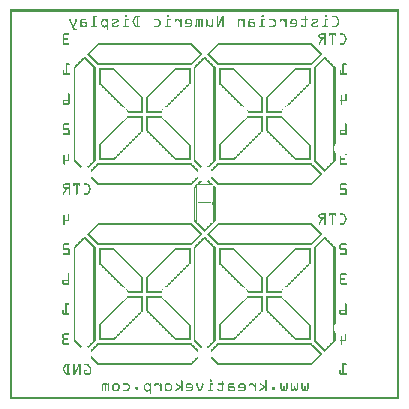
<source format=gbo>
G04 MADE WITH FRITZING*
G04 WWW.FRITZING.ORG*
G04 DOUBLE SIDED*
G04 HOLES PLATED*
G04 CONTOUR ON CENTER OF CONTOUR VECTOR*
%ASAXBY*%
%FSLAX23Y23*%
%MOIN*%
%OFA0B0*%
%SFA1.0B1.0*%
%ADD10R,0.001000X0.001000*%
%LNSILK0*%
G90*
G70*
G36*
X1006Y1187D02*
X1006Y1185D01*
X1008Y1185D01*
X1008Y1184D01*
X1010Y1184D01*
X1010Y1182D01*
X1011Y1182D01*
X1011Y1180D01*
X695Y1180D01*
X695Y1179D01*
X693Y1179D01*
X693Y1177D01*
X691Y1177D01*
X691Y1175D01*
X690Y1175D01*
X690Y1174D01*
X688Y1174D01*
X688Y1172D01*
X686Y1172D01*
X686Y1170D01*
X685Y1170D01*
X685Y1169D01*
X683Y1169D01*
X683Y1167D01*
X681Y1167D01*
X681Y1165D01*
X680Y1165D01*
X680Y1164D01*
X678Y1164D01*
X678Y1162D01*
X676Y1162D01*
X676Y1160D01*
X675Y1160D01*
X675Y1159D01*
X673Y1159D01*
X673Y1157D01*
X671Y1157D01*
X671Y1155D01*
X670Y1155D01*
X670Y1154D01*
X668Y1154D01*
X668Y1152D01*
X666Y1152D01*
X666Y1149D01*
X668Y1149D01*
X668Y1147D01*
X670Y1147D01*
X670Y1145D01*
X671Y1145D01*
X671Y1144D01*
X673Y1144D01*
X673Y1142D01*
X675Y1142D01*
X675Y1140D01*
X676Y1140D01*
X676Y1139D01*
X678Y1139D01*
X678Y1137D01*
X680Y1137D01*
X680Y1135D01*
X681Y1135D01*
X681Y1134D01*
X683Y1134D01*
X683Y1132D01*
X685Y1132D01*
X685Y1130D01*
X686Y1130D01*
X686Y1129D01*
X688Y1129D01*
X688Y1127D01*
X690Y1127D01*
X690Y1125D01*
X691Y1125D01*
X691Y1124D01*
X693Y1124D01*
X693Y1122D01*
X695Y1122D01*
X695Y1120D01*
X686Y1120D01*
X686Y1122D01*
X685Y1122D01*
X685Y1124D01*
X683Y1124D01*
X683Y1125D01*
X681Y1125D01*
X681Y1127D01*
X680Y1127D01*
X680Y1129D01*
X678Y1129D01*
X678Y1130D01*
X676Y1130D01*
X676Y1132D01*
X675Y1132D01*
X675Y1134D01*
X673Y1134D01*
X673Y1135D01*
X671Y1135D01*
X671Y1137D01*
X670Y1137D01*
X670Y1139D01*
X668Y1139D01*
X668Y1140D01*
X666Y1140D01*
X666Y1142D01*
X665Y1142D01*
X665Y1144D01*
X663Y1144D01*
X663Y1145D01*
X661Y1145D01*
X661Y1147D01*
X660Y1147D01*
X660Y1149D01*
X658Y1149D01*
X658Y1152D01*
X660Y1152D01*
X660Y1154D01*
X661Y1154D01*
X661Y1155D01*
X663Y1155D01*
X663Y1157D01*
X665Y1157D01*
X665Y1159D01*
X666Y1159D01*
X666Y1160D01*
X668Y1160D01*
X668Y1162D01*
X670Y1162D01*
X670Y1164D01*
X671Y1164D01*
X671Y1165D01*
X673Y1165D01*
X673Y1167D01*
X675Y1167D01*
X675Y1169D01*
X676Y1169D01*
X676Y1170D01*
X678Y1170D01*
X678Y1172D01*
X680Y1172D01*
X680Y1174D01*
X681Y1174D01*
X681Y1175D01*
X683Y1175D01*
X683Y1177D01*
X685Y1177D01*
X685Y1179D01*
X686Y1179D01*
X686Y1180D01*
X688Y1180D01*
X688Y1182D01*
X690Y1182D01*
X690Y1184D01*
X691Y1184D01*
X691Y1185D01*
X693Y1185D01*
X693Y1187D01*
X1006Y1187D01*
G37*
D02*
G36*
X1013Y1180D02*
X1013Y1179D01*
X1015Y1179D01*
X1015Y1177D01*
X1016Y1177D01*
X1016Y1175D01*
X1018Y1175D01*
X1018Y1174D01*
X1020Y1174D01*
X1020Y1172D01*
X1021Y1172D01*
X1021Y1170D01*
X1023Y1170D01*
X1023Y1169D01*
X1025Y1169D01*
X1025Y1167D01*
X1026Y1167D01*
X1026Y1165D01*
X1028Y1165D01*
X1028Y1164D01*
X1030Y1164D01*
X1030Y1162D01*
X1031Y1162D01*
X1031Y1160D01*
X1033Y1160D01*
X1033Y1159D01*
X1035Y1159D01*
X1035Y1157D01*
X1036Y1157D01*
X1036Y1155D01*
X1038Y1155D01*
X1038Y1154D01*
X1040Y1154D01*
X1040Y1152D01*
X1041Y1152D01*
X1041Y1149D01*
X1040Y1149D01*
X1040Y1147D01*
X1038Y1147D01*
X1038Y1145D01*
X1036Y1145D01*
X1036Y1144D01*
X1035Y1144D01*
X1035Y1142D01*
X1033Y1142D01*
X1033Y1140D01*
X1031Y1140D01*
X1031Y1139D01*
X1030Y1139D01*
X1030Y1137D01*
X1028Y1137D01*
X1028Y1135D01*
X1026Y1135D01*
X1026Y1134D01*
X1025Y1134D01*
X1025Y1132D01*
X1023Y1132D01*
X1023Y1130D01*
X1021Y1130D01*
X1021Y1129D01*
X1020Y1129D01*
X1020Y1127D01*
X1018Y1127D01*
X1018Y1125D01*
X1016Y1125D01*
X1016Y1124D01*
X1015Y1124D01*
X1015Y1122D01*
X1013Y1122D01*
X1013Y1120D01*
X1005Y1120D01*
X1005Y1122D01*
X1006Y1122D01*
X1006Y1124D01*
X1008Y1124D01*
X1008Y1125D01*
X1010Y1125D01*
X1010Y1127D01*
X1011Y1127D01*
X1011Y1129D01*
X1013Y1129D01*
X1013Y1130D01*
X1015Y1130D01*
X1015Y1132D01*
X1016Y1132D01*
X1016Y1134D01*
X1018Y1134D01*
X1018Y1135D01*
X1020Y1135D01*
X1020Y1137D01*
X1021Y1137D01*
X1021Y1139D01*
X1023Y1139D01*
X1023Y1140D01*
X1025Y1140D01*
X1025Y1142D01*
X1026Y1142D01*
X1026Y1144D01*
X1028Y1144D01*
X1028Y1145D01*
X1030Y1145D01*
X1030Y1147D01*
X1031Y1147D01*
X1031Y1149D01*
X1033Y1149D01*
X1033Y1152D01*
X1031Y1152D01*
X1031Y1154D01*
X1030Y1154D01*
X1030Y1155D01*
X1028Y1155D01*
X1028Y1157D01*
X1026Y1157D01*
X1026Y1159D01*
X1025Y1159D01*
X1025Y1160D01*
X1023Y1160D01*
X1023Y1162D01*
X1021Y1162D01*
X1021Y1164D01*
X1020Y1164D01*
X1020Y1165D01*
X1018Y1165D01*
X1018Y1167D01*
X1016Y1167D01*
X1016Y1169D01*
X1015Y1169D01*
X1015Y1170D01*
X1013Y1170D01*
X1013Y1172D01*
X1011Y1172D01*
X1011Y1174D01*
X1010Y1174D01*
X1010Y1175D01*
X1008Y1175D01*
X1008Y1177D01*
X1006Y1177D01*
X1006Y1179D01*
X1005Y1179D01*
X1005Y1180D01*
X1013Y1180D01*
G37*
D02*
G36*
X1011Y1120D02*
X1011Y1119D01*
X688Y1119D01*
X688Y1120D01*
X1011Y1120D01*
G37*
D02*
G36*
X1011Y1120D02*
X1011Y1119D01*
X688Y1119D01*
X688Y1120D01*
X1011Y1120D01*
G37*
D02*
G36*
X1010Y1119D02*
X1010Y1117D01*
X1008Y1117D01*
X1008Y1115D01*
X1006Y1115D01*
X1006Y1114D01*
X693Y1114D01*
X693Y1115D01*
X691Y1115D01*
X691Y1117D01*
X690Y1117D01*
X690Y1119D01*
X1010Y1119D01*
G37*
D02*
G36*
X606Y1187D02*
X606Y1185D01*
X608Y1185D01*
X608Y1184D01*
X610Y1184D01*
X610Y1182D01*
X611Y1182D01*
X611Y1180D01*
X295Y1180D01*
X295Y1179D01*
X293Y1179D01*
X293Y1177D01*
X291Y1177D01*
X291Y1175D01*
X290Y1175D01*
X290Y1174D01*
X288Y1174D01*
X288Y1172D01*
X286Y1172D01*
X286Y1170D01*
X285Y1170D01*
X285Y1169D01*
X283Y1169D01*
X283Y1167D01*
X281Y1167D01*
X281Y1165D01*
X280Y1165D01*
X280Y1164D01*
X278Y1164D01*
X278Y1162D01*
X276Y1162D01*
X276Y1160D01*
X275Y1160D01*
X275Y1159D01*
X273Y1159D01*
X273Y1157D01*
X271Y1157D01*
X271Y1155D01*
X270Y1155D01*
X270Y1154D01*
X268Y1154D01*
X268Y1152D01*
X266Y1152D01*
X266Y1149D01*
X268Y1149D01*
X268Y1147D01*
X270Y1147D01*
X270Y1145D01*
X271Y1145D01*
X271Y1144D01*
X273Y1144D01*
X273Y1142D01*
X275Y1142D01*
X275Y1140D01*
X276Y1140D01*
X276Y1139D01*
X278Y1139D01*
X278Y1137D01*
X280Y1137D01*
X280Y1135D01*
X281Y1135D01*
X281Y1134D01*
X283Y1134D01*
X283Y1132D01*
X285Y1132D01*
X285Y1130D01*
X286Y1130D01*
X286Y1129D01*
X288Y1129D01*
X288Y1127D01*
X290Y1127D01*
X290Y1125D01*
X291Y1125D01*
X291Y1124D01*
X293Y1124D01*
X293Y1122D01*
X295Y1122D01*
X295Y1120D01*
X286Y1120D01*
X286Y1122D01*
X285Y1122D01*
X285Y1124D01*
X283Y1124D01*
X283Y1125D01*
X281Y1125D01*
X281Y1127D01*
X280Y1127D01*
X280Y1129D01*
X278Y1129D01*
X278Y1130D01*
X276Y1130D01*
X276Y1132D01*
X275Y1132D01*
X275Y1134D01*
X273Y1134D01*
X273Y1135D01*
X271Y1135D01*
X271Y1137D01*
X270Y1137D01*
X270Y1139D01*
X268Y1139D01*
X268Y1140D01*
X266Y1140D01*
X266Y1142D01*
X265Y1142D01*
X265Y1144D01*
X263Y1144D01*
X263Y1145D01*
X261Y1145D01*
X261Y1147D01*
X260Y1147D01*
X260Y1149D01*
X258Y1149D01*
X258Y1152D01*
X260Y1152D01*
X260Y1154D01*
X261Y1154D01*
X261Y1155D01*
X263Y1155D01*
X263Y1157D01*
X265Y1157D01*
X265Y1159D01*
X266Y1159D01*
X266Y1160D01*
X268Y1160D01*
X268Y1162D01*
X270Y1162D01*
X270Y1164D01*
X271Y1164D01*
X271Y1165D01*
X273Y1165D01*
X273Y1167D01*
X275Y1167D01*
X275Y1169D01*
X276Y1169D01*
X276Y1170D01*
X278Y1170D01*
X278Y1172D01*
X280Y1172D01*
X280Y1174D01*
X281Y1174D01*
X281Y1175D01*
X283Y1175D01*
X283Y1177D01*
X285Y1177D01*
X285Y1179D01*
X286Y1179D01*
X286Y1180D01*
X288Y1180D01*
X288Y1182D01*
X290Y1182D01*
X290Y1184D01*
X291Y1184D01*
X291Y1185D01*
X293Y1185D01*
X293Y1187D01*
X606Y1187D01*
G37*
D02*
G36*
X613Y1180D02*
X613Y1179D01*
X615Y1179D01*
X615Y1177D01*
X616Y1177D01*
X616Y1175D01*
X618Y1175D01*
X618Y1174D01*
X620Y1174D01*
X620Y1172D01*
X621Y1172D01*
X621Y1170D01*
X623Y1170D01*
X623Y1169D01*
X625Y1169D01*
X625Y1167D01*
X626Y1167D01*
X626Y1165D01*
X628Y1165D01*
X628Y1164D01*
X630Y1164D01*
X630Y1162D01*
X631Y1162D01*
X631Y1160D01*
X633Y1160D01*
X633Y1159D01*
X635Y1159D01*
X635Y1157D01*
X636Y1157D01*
X636Y1155D01*
X638Y1155D01*
X638Y1154D01*
X640Y1154D01*
X640Y1152D01*
X641Y1152D01*
X641Y1149D01*
X640Y1149D01*
X640Y1147D01*
X638Y1147D01*
X638Y1145D01*
X636Y1145D01*
X636Y1144D01*
X635Y1144D01*
X635Y1142D01*
X633Y1142D01*
X633Y1140D01*
X631Y1140D01*
X631Y1139D01*
X630Y1139D01*
X630Y1137D01*
X628Y1137D01*
X628Y1135D01*
X626Y1135D01*
X626Y1134D01*
X625Y1134D01*
X625Y1132D01*
X623Y1132D01*
X623Y1130D01*
X621Y1130D01*
X621Y1129D01*
X620Y1129D01*
X620Y1127D01*
X618Y1127D01*
X618Y1125D01*
X616Y1125D01*
X616Y1124D01*
X615Y1124D01*
X615Y1122D01*
X613Y1122D01*
X613Y1120D01*
X605Y1120D01*
X605Y1122D01*
X606Y1122D01*
X606Y1124D01*
X608Y1124D01*
X608Y1125D01*
X610Y1125D01*
X610Y1127D01*
X611Y1127D01*
X611Y1129D01*
X613Y1129D01*
X613Y1130D01*
X615Y1130D01*
X615Y1132D01*
X616Y1132D01*
X616Y1134D01*
X618Y1134D01*
X618Y1135D01*
X620Y1135D01*
X620Y1137D01*
X621Y1137D01*
X621Y1139D01*
X623Y1139D01*
X623Y1140D01*
X625Y1140D01*
X625Y1142D01*
X626Y1142D01*
X626Y1144D01*
X628Y1144D01*
X628Y1145D01*
X630Y1145D01*
X630Y1147D01*
X631Y1147D01*
X631Y1149D01*
X633Y1149D01*
X633Y1152D01*
X631Y1152D01*
X631Y1154D01*
X630Y1154D01*
X630Y1155D01*
X628Y1155D01*
X628Y1157D01*
X626Y1157D01*
X626Y1159D01*
X625Y1159D01*
X625Y1160D01*
X623Y1160D01*
X623Y1162D01*
X621Y1162D01*
X621Y1164D01*
X620Y1164D01*
X620Y1165D01*
X618Y1165D01*
X618Y1167D01*
X616Y1167D01*
X616Y1169D01*
X615Y1169D01*
X615Y1170D01*
X613Y1170D01*
X613Y1172D01*
X611Y1172D01*
X611Y1174D01*
X610Y1174D01*
X610Y1175D01*
X608Y1175D01*
X608Y1177D01*
X606Y1177D01*
X606Y1179D01*
X605Y1179D01*
X605Y1180D01*
X613Y1180D01*
G37*
D02*
G36*
X611Y1120D02*
X611Y1119D01*
X288Y1119D01*
X288Y1120D01*
X611Y1120D01*
G37*
D02*
G36*
X611Y1120D02*
X611Y1119D01*
X288Y1119D01*
X288Y1120D01*
X611Y1120D01*
G37*
D02*
G36*
X610Y1119D02*
X610Y1117D01*
X608Y1117D01*
X608Y1115D01*
X606Y1115D01*
X606Y1114D01*
X293Y1114D01*
X293Y1115D01*
X291Y1115D01*
X291Y1117D01*
X290Y1117D01*
X290Y1119D01*
X610Y1119D01*
G37*
D02*
G36*
X1051Y1142D02*
X1051Y1140D01*
X1053Y1140D01*
X1053Y1139D01*
X1055Y1139D01*
X1055Y1137D01*
X1056Y1137D01*
X1056Y1135D01*
X1058Y1135D01*
X1058Y1134D01*
X1048Y1134D01*
X1048Y1132D01*
X1046Y1132D01*
X1046Y1130D01*
X1045Y1130D01*
X1045Y1129D01*
X1043Y1129D01*
X1043Y1127D01*
X1041Y1127D01*
X1041Y1125D01*
X1040Y1125D01*
X1040Y1124D01*
X1038Y1124D01*
X1038Y1122D01*
X1036Y1122D01*
X1036Y1120D01*
X1035Y1120D01*
X1035Y1119D01*
X1033Y1119D01*
X1033Y1117D01*
X1031Y1117D01*
X1031Y1115D01*
X1030Y1115D01*
X1030Y1114D01*
X1028Y1114D01*
X1028Y1112D01*
X1026Y1112D01*
X1026Y1110D01*
X1025Y1110D01*
X1025Y1109D01*
X1023Y1109D01*
X1023Y1107D01*
X1021Y1107D01*
X1021Y1105D01*
X1020Y1105D01*
X1020Y795D01*
X1021Y795D01*
X1021Y794D01*
X1023Y794D01*
X1023Y792D01*
X1025Y792D01*
X1025Y790D01*
X1026Y790D01*
X1026Y789D01*
X1028Y789D01*
X1028Y787D01*
X1030Y787D01*
X1030Y785D01*
X1031Y785D01*
X1031Y784D01*
X1033Y784D01*
X1033Y782D01*
X1035Y782D01*
X1035Y780D01*
X1036Y780D01*
X1036Y779D01*
X1038Y779D01*
X1038Y777D01*
X1040Y777D01*
X1040Y775D01*
X1041Y775D01*
X1041Y774D01*
X1043Y774D01*
X1043Y772D01*
X1045Y772D01*
X1045Y770D01*
X1046Y770D01*
X1046Y769D01*
X1048Y769D01*
X1048Y767D01*
X1040Y767D01*
X1040Y769D01*
X1038Y769D01*
X1038Y770D01*
X1036Y770D01*
X1036Y772D01*
X1035Y772D01*
X1035Y774D01*
X1033Y774D01*
X1033Y775D01*
X1031Y775D01*
X1031Y777D01*
X1030Y777D01*
X1030Y779D01*
X1028Y779D01*
X1028Y780D01*
X1026Y780D01*
X1026Y782D01*
X1025Y782D01*
X1025Y784D01*
X1023Y784D01*
X1023Y785D01*
X1021Y785D01*
X1021Y787D01*
X1020Y787D01*
X1020Y789D01*
X1018Y789D01*
X1018Y790D01*
X1016Y790D01*
X1016Y792D01*
X1015Y792D01*
X1015Y794D01*
X1013Y794D01*
X1013Y1107D01*
X1015Y1107D01*
X1015Y1109D01*
X1016Y1109D01*
X1016Y1110D01*
X1018Y1110D01*
X1018Y1112D01*
X1020Y1112D01*
X1020Y1114D01*
X1021Y1114D01*
X1021Y1115D01*
X1023Y1115D01*
X1023Y1117D01*
X1025Y1117D01*
X1025Y1119D01*
X1026Y1119D01*
X1026Y1120D01*
X1028Y1120D01*
X1028Y1122D01*
X1030Y1122D01*
X1030Y1124D01*
X1031Y1124D01*
X1031Y1125D01*
X1033Y1125D01*
X1033Y1127D01*
X1035Y1127D01*
X1035Y1129D01*
X1036Y1129D01*
X1036Y1130D01*
X1038Y1130D01*
X1038Y1132D01*
X1040Y1132D01*
X1040Y1134D01*
X1041Y1134D01*
X1041Y1135D01*
X1043Y1135D01*
X1043Y1137D01*
X1045Y1137D01*
X1045Y1139D01*
X1046Y1139D01*
X1046Y1140D01*
X1048Y1140D01*
X1048Y1142D01*
X1051Y1142D01*
G37*
D02*
G36*
X1058Y767D02*
X1058Y765D01*
X1041Y765D01*
X1041Y767D01*
X1058Y767D01*
G37*
D02*
G36*
X1058Y767D02*
X1058Y765D01*
X1041Y765D01*
X1041Y767D01*
X1058Y767D01*
G37*
D02*
G36*
X1056Y765D02*
X1056Y764D01*
X1055Y764D01*
X1055Y762D01*
X1053Y762D01*
X1053Y760D01*
X1051Y760D01*
X1051Y759D01*
X1048Y759D01*
X1048Y760D01*
X1046Y760D01*
X1046Y762D01*
X1045Y762D01*
X1045Y764D01*
X1043Y764D01*
X1043Y765D01*
X1056Y765D01*
G37*
D02*
G36*
X1003Y804D02*
X1003Y802D01*
X946Y802D01*
X946Y804D01*
X1003Y804D01*
G37*
D02*
G36*
X1003Y804D02*
X1003Y802D01*
X946Y802D01*
X946Y804D01*
X1003Y804D01*
G37*
D02*
G36*
X1003Y802D02*
X1003Y797D01*
X951Y797D01*
X951Y799D01*
X950Y799D01*
X950Y800D01*
X948Y800D01*
X948Y802D01*
X1003Y802D01*
G37*
D02*
G36*
X753Y804D02*
X753Y802D01*
X696Y802D01*
X696Y804D01*
X753Y804D01*
G37*
D02*
G36*
X753Y804D02*
X753Y802D01*
X696Y802D01*
X696Y804D01*
X753Y804D01*
G37*
D02*
G36*
X751Y802D02*
X751Y800D01*
X750Y800D01*
X750Y799D01*
X748Y799D01*
X748Y797D01*
X696Y797D01*
X696Y802D01*
X751Y802D01*
G37*
D02*
G36*
X603Y804D02*
X603Y802D01*
X546Y802D01*
X546Y804D01*
X603Y804D01*
G37*
D02*
G36*
X603Y804D02*
X603Y802D01*
X546Y802D01*
X546Y804D01*
X603Y804D01*
G37*
D02*
G36*
X603Y802D02*
X603Y797D01*
X551Y797D01*
X551Y799D01*
X550Y799D01*
X550Y800D01*
X548Y800D01*
X548Y802D01*
X603Y802D01*
G37*
D02*
G36*
X353Y804D02*
X353Y802D01*
X296Y802D01*
X296Y804D01*
X353Y804D01*
G37*
D02*
G36*
X353Y804D02*
X353Y802D01*
X296Y802D01*
X296Y804D01*
X353Y804D01*
G37*
D02*
G36*
X351Y802D02*
X351Y800D01*
X350Y800D01*
X350Y799D01*
X348Y799D01*
X348Y797D01*
X296Y797D01*
X296Y802D01*
X351Y802D01*
G37*
D02*
G36*
X1013Y780D02*
X1013Y779D01*
X1015Y779D01*
X1015Y777D01*
X1016Y777D01*
X1016Y775D01*
X1018Y775D01*
X1018Y774D01*
X1020Y774D01*
X1020Y772D01*
X1021Y772D01*
X1021Y770D01*
X1023Y770D01*
X1023Y769D01*
X1025Y769D01*
X1025Y767D01*
X1026Y767D01*
X1026Y765D01*
X1028Y765D01*
X1028Y764D01*
X1030Y764D01*
X1030Y762D01*
X1031Y762D01*
X1031Y760D01*
X1033Y760D01*
X1033Y759D01*
X1035Y759D01*
X1035Y757D01*
X1036Y757D01*
X1036Y755D01*
X1038Y755D01*
X1038Y754D01*
X1040Y754D01*
X1040Y752D01*
X1041Y752D01*
X1041Y749D01*
X1040Y749D01*
X1040Y747D01*
X1038Y747D01*
X1038Y745D01*
X1036Y745D01*
X1036Y744D01*
X1035Y744D01*
X1035Y742D01*
X1033Y742D01*
X1033Y740D01*
X1031Y740D01*
X1031Y739D01*
X1030Y739D01*
X1030Y737D01*
X1028Y737D01*
X1028Y735D01*
X1026Y735D01*
X1026Y734D01*
X1025Y734D01*
X1025Y732D01*
X1023Y732D01*
X1023Y730D01*
X1021Y730D01*
X1021Y729D01*
X1020Y729D01*
X1020Y727D01*
X1018Y727D01*
X1018Y725D01*
X1016Y725D01*
X1016Y724D01*
X1015Y724D01*
X1015Y722D01*
X1013Y722D01*
X1013Y720D01*
X1005Y720D01*
X1005Y722D01*
X1006Y722D01*
X1006Y724D01*
X1008Y724D01*
X1008Y725D01*
X1010Y725D01*
X1010Y727D01*
X1011Y727D01*
X1011Y729D01*
X1013Y729D01*
X1013Y730D01*
X1015Y730D01*
X1015Y732D01*
X1016Y732D01*
X1016Y734D01*
X1018Y734D01*
X1018Y735D01*
X1020Y735D01*
X1020Y737D01*
X1021Y737D01*
X1021Y739D01*
X1023Y739D01*
X1023Y740D01*
X1025Y740D01*
X1025Y742D01*
X1026Y742D01*
X1026Y744D01*
X1028Y744D01*
X1028Y745D01*
X1030Y745D01*
X1030Y747D01*
X1031Y747D01*
X1031Y749D01*
X1033Y749D01*
X1033Y752D01*
X1031Y752D01*
X1031Y754D01*
X1030Y754D01*
X1030Y755D01*
X1028Y755D01*
X1028Y757D01*
X1026Y757D01*
X1026Y759D01*
X1025Y759D01*
X1025Y760D01*
X1023Y760D01*
X1023Y762D01*
X1021Y762D01*
X1021Y764D01*
X1020Y764D01*
X1020Y765D01*
X1018Y765D01*
X1018Y767D01*
X1016Y767D01*
X1016Y769D01*
X1015Y769D01*
X1015Y770D01*
X1013Y770D01*
X1013Y772D01*
X1011Y772D01*
X1011Y774D01*
X1010Y774D01*
X1010Y775D01*
X1008Y775D01*
X1008Y777D01*
X1006Y777D01*
X1006Y779D01*
X1005Y779D01*
X1005Y780D01*
X1013Y780D01*
G37*
D02*
G36*
X1011Y720D02*
X1011Y719D01*
X688Y719D01*
X688Y720D01*
X1011Y720D01*
G37*
D02*
G36*
X1011Y720D02*
X1011Y719D01*
X688Y719D01*
X688Y720D01*
X1011Y720D01*
G37*
D02*
G36*
X1010Y719D02*
X1010Y717D01*
X1008Y717D01*
X1008Y715D01*
X1006Y715D01*
X1006Y714D01*
X693Y714D01*
X693Y715D01*
X691Y715D01*
X691Y717D01*
X690Y717D01*
X690Y719D01*
X1010Y719D01*
G37*
D02*
G36*
X611Y720D02*
X611Y719D01*
X288Y719D01*
X288Y720D01*
X611Y720D01*
G37*
D02*
G36*
X611Y720D02*
X611Y719D01*
X288Y719D01*
X288Y720D01*
X611Y720D01*
G37*
D02*
G36*
X610Y719D02*
X610Y717D01*
X608Y717D01*
X608Y715D01*
X606Y715D01*
X606Y714D01*
X293Y714D01*
X293Y715D01*
X291Y715D01*
X291Y717D01*
X290Y717D01*
X290Y719D01*
X610Y719D01*
G37*
D02*
G36*
X658Y567D02*
X658Y565D01*
X641Y565D01*
X641Y567D01*
X658Y567D01*
G37*
D02*
G36*
X658Y567D02*
X658Y565D01*
X641Y565D01*
X641Y567D01*
X658Y567D01*
G37*
D02*
G36*
X656Y565D02*
X656Y564D01*
X655Y564D01*
X655Y562D01*
X653Y562D01*
X653Y560D01*
X651Y560D01*
X651Y559D01*
X648Y559D01*
X648Y560D01*
X646Y560D01*
X646Y562D01*
X645Y562D01*
X645Y564D01*
X643Y564D01*
X643Y565D01*
X656Y565D01*
G37*
D02*
G36*
X1006Y587D02*
X1006Y585D01*
X1008Y585D01*
X1008Y584D01*
X1010Y584D01*
X1010Y582D01*
X1011Y582D01*
X1011Y580D01*
X695Y580D01*
X695Y579D01*
X693Y579D01*
X693Y577D01*
X691Y577D01*
X691Y575D01*
X690Y575D01*
X690Y574D01*
X688Y574D01*
X688Y572D01*
X686Y572D01*
X686Y570D01*
X685Y570D01*
X685Y569D01*
X683Y569D01*
X683Y567D01*
X681Y567D01*
X681Y565D01*
X680Y565D01*
X680Y564D01*
X678Y564D01*
X678Y562D01*
X676Y562D01*
X676Y560D01*
X675Y560D01*
X675Y559D01*
X673Y559D01*
X673Y557D01*
X671Y557D01*
X671Y555D01*
X670Y555D01*
X670Y554D01*
X668Y554D01*
X668Y552D01*
X666Y552D01*
X666Y549D01*
X668Y549D01*
X668Y547D01*
X670Y547D01*
X670Y545D01*
X671Y545D01*
X671Y544D01*
X673Y544D01*
X673Y542D01*
X675Y542D01*
X675Y540D01*
X676Y540D01*
X676Y539D01*
X678Y539D01*
X678Y537D01*
X680Y537D01*
X680Y535D01*
X681Y535D01*
X681Y534D01*
X683Y534D01*
X683Y532D01*
X685Y532D01*
X685Y530D01*
X686Y530D01*
X686Y529D01*
X688Y529D01*
X688Y527D01*
X690Y527D01*
X690Y525D01*
X691Y525D01*
X691Y524D01*
X693Y524D01*
X693Y522D01*
X695Y522D01*
X695Y520D01*
X686Y520D01*
X686Y522D01*
X685Y522D01*
X685Y524D01*
X683Y524D01*
X683Y525D01*
X681Y525D01*
X681Y527D01*
X680Y527D01*
X680Y529D01*
X678Y529D01*
X678Y530D01*
X676Y530D01*
X676Y532D01*
X675Y532D01*
X675Y534D01*
X673Y534D01*
X673Y535D01*
X671Y535D01*
X671Y537D01*
X670Y537D01*
X670Y539D01*
X668Y539D01*
X668Y540D01*
X666Y540D01*
X666Y542D01*
X665Y542D01*
X665Y544D01*
X663Y544D01*
X663Y545D01*
X661Y545D01*
X661Y547D01*
X660Y547D01*
X660Y549D01*
X658Y549D01*
X658Y552D01*
X660Y552D01*
X660Y554D01*
X661Y554D01*
X661Y555D01*
X663Y555D01*
X663Y557D01*
X665Y557D01*
X665Y559D01*
X666Y559D01*
X666Y560D01*
X668Y560D01*
X668Y562D01*
X670Y562D01*
X670Y564D01*
X671Y564D01*
X671Y565D01*
X673Y565D01*
X673Y567D01*
X675Y567D01*
X675Y569D01*
X676Y569D01*
X676Y570D01*
X678Y570D01*
X678Y572D01*
X680Y572D01*
X680Y574D01*
X681Y574D01*
X681Y575D01*
X683Y575D01*
X683Y577D01*
X685Y577D01*
X685Y579D01*
X686Y579D01*
X686Y580D01*
X688Y580D01*
X688Y582D01*
X690Y582D01*
X690Y584D01*
X691Y584D01*
X691Y585D01*
X693Y585D01*
X693Y587D01*
X1006Y587D01*
G37*
D02*
G36*
X1013Y580D02*
X1013Y579D01*
X1015Y579D01*
X1015Y577D01*
X1016Y577D01*
X1016Y575D01*
X1018Y575D01*
X1018Y574D01*
X1020Y574D01*
X1020Y572D01*
X1021Y572D01*
X1021Y570D01*
X1023Y570D01*
X1023Y569D01*
X1025Y569D01*
X1025Y567D01*
X1026Y567D01*
X1026Y565D01*
X1028Y565D01*
X1028Y564D01*
X1030Y564D01*
X1030Y562D01*
X1031Y562D01*
X1031Y560D01*
X1033Y560D01*
X1033Y559D01*
X1035Y559D01*
X1035Y557D01*
X1036Y557D01*
X1036Y555D01*
X1038Y555D01*
X1038Y554D01*
X1040Y554D01*
X1040Y552D01*
X1041Y552D01*
X1041Y549D01*
X1040Y549D01*
X1040Y547D01*
X1038Y547D01*
X1038Y545D01*
X1036Y545D01*
X1036Y544D01*
X1035Y544D01*
X1035Y542D01*
X1033Y542D01*
X1033Y540D01*
X1031Y540D01*
X1031Y539D01*
X1030Y539D01*
X1030Y537D01*
X1028Y537D01*
X1028Y535D01*
X1026Y535D01*
X1026Y534D01*
X1025Y534D01*
X1025Y532D01*
X1023Y532D01*
X1023Y530D01*
X1021Y530D01*
X1021Y529D01*
X1020Y529D01*
X1020Y527D01*
X1018Y527D01*
X1018Y525D01*
X1016Y525D01*
X1016Y524D01*
X1015Y524D01*
X1015Y522D01*
X1013Y522D01*
X1013Y520D01*
X1005Y520D01*
X1005Y522D01*
X1006Y522D01*
X1006Y524D01*
X1008Y524D01*
X1008Y525D01*
X1010Y525D01*
X1010Y527D01*
X1011Y527D01*
X1011Y529D01*
X1013Y529D01*
X1013Y530D01*
X1015Y530D01*
X1015Y532D01*
X1016Y532D01*
X1016Y534D01*
X1018Y534D01*
X1018Y535D01*
X1020Y535D01*
X1020Y537D01*
X1021Y537D01*
X1021Y539D01*
X1023Y539D01*
X1023Y540D01*
X1025Y540D01*
X1025Y542D01*
X1026Y542D01*
X1026Y544D01*
X1028Y544D01*
X1028Y545D01*
X1030Y545D01*
X1030Y547D01*
X1031Y547D01*
X1031Y549D01*
X1033Y549D01*
X1033Y552D01*
X1031Y552D01*
X1031Y554D01*
X1030Y554D01*
X1030Y555D01*
X1028Y555D01*
X1028Y557D01*
X1026Y557D01*
X1026Y559D01*
X1025Y559D01*
X1025Y560D01*
X1023Y560D01*
X1023Y562D01*
X1021Y562D01*
X1021Y564D01*
X1020Y564D01*
X1020Y565D01*
X1018Y565D01*
X1018Y567D01*
X1016Y567D01*
X1016Y569D01*
X1015Y569D01*
X1015Y570D01*
X1013Y570D01*
X1013Y572D01*
X1011Y572D01*
X1011Y574D01*
X1010Y574D01*
X1010Y575D01*
X1008Y575D01*
X1008Y577D01*
X1006Y577D01*
X1006Y579D01*
X1005Y579D01*
X1005Y580D01*
X1013Y580D01*
G37*
D02*
G36*
X1011Y520D02*
X1011Y519D01*
X688Y519D01*
X688Y520D01*
X1011Y520D01*
G37*
D02*
G36*
X1011Y520D02*
X1011Y519D01*
X688Y519D01*
X688Y520D01*
X1011Y520D01*
G37*
D02*
G36*
X1010Y519D02*
X1010Y517D01*
X1008Y517D01*
X1008Y515D01*
X1006Y515D01*
X1006Y514D01*
X693Y514D01*
X693Y515D01*
X691Y515D01*
X691Y517D01*
X690Y517D01*
X690Y519D01*
X1010Y519D01*
G37*
D02*
G36*
X606Y587D02*
X606Y585D01*
X608Y585D01*
X608Y584D01*
X610Y584D01*
X610Y582D01*
X611Y582D01*
X611Y580D01*
X295Y580D01*
X295Y579D01*
X293Y579D01*
X293Y577D01*
X291Y577D01*
X291Y575D01*
X290Y575D01*
X290Y574D01*
X288Y574D01*
X288Y572D01*
X286Y572D01*
X286Y570D01*
X285Y570D01*
X285Y569D01*
X283Y569D01*
X283Y567D01*
X281Y567D01*
X281Y565D01*
X280Y565D01*
X280Y564D01*
X278Y564D01*
X278Y562D01*
X276Y562D01*
X276Y560D01*
X275Y560D01*
X275Y559D01*
X273Y559D01*
X273Y557D01*
X271Y557D01*
X271Y555D01*
X270Y555D01*
X270Y554D01*
X268Y554D01*
X268Y552D01*
X266Y552D01*
X266Y549D01*
X268Y549D01*
X268Y547D01*
X270Y547D01*
X270Y545D01*
X271Y545D01*
X271Y544D01*
X273Y544D01*
X273Y542D01*
X275Y542D01*
X275Y540D01*
X276Y540D01*
X276Y539D01*
X278Y539D01*
X278Y537D01*
X280Y537D01*
X280Y535D01*
X281Y535D01*
X281Y534D01*
X283Y534D01*
X283Y532D01*
X285Y532D01*
X285Y530D01*
X286Y530D01*
X286Y529D01*
X288Y529D01*
X288Y527D01*
X290Y527D01*
X290Y525D01*
X291Y525D01*
X291Y524D01*
X293Y524D01*
X293Y522D01*
X295Y522D01*
X295Y520D01*
X286Y520D01*
X286Y522D01*
X285Y522D01*
X285Y524D01*
X283Y524D01*
X283Y525D01*
X281Y525D01*
X281Y527D01*
X280Y527D01*
X280Y529D01*
X278Y529D01*
X278Y530D01*
X276Y530D01*
X276Y532D01*
X275Y532D01*
X275Y534D01*
X273Y534D01*
X273Y535D01*
X271Y535D01*
X271Y537D01*
X270Y537D01*
X270Y539D01*
X268Y539D01*
X268Y540D01*
X266Y540D01*
X266Y542D01*
X265Y542D01*
X265Y544D01*
X263Y544D01*
X263Y545D01*
X261Y545D01*
X261Y547D01*
X260Y547D01*
X260Y549D01*
X258Y549D01*
X258Y552D01*
X260Y552D01*
X260Y554D01*
X261Y554D01*
X261Y555D01*
X263Y555D01*
X263Y557D01*
X265Y557D01*
X265Y559D01*
X266Y559D01*
X266Y560D01*
X268Y560D01*
X268Y562D01*
X270Y562D01*
X270Y564D01*
X271Y564D01*
X271Y565D01*
X273Y565D01*
X273Y567D01*
X275Y567D01*
X275Y569D01*
X276Y569D01*
X276Y570D01*
X278Y570D01*
X278Y572D01*
X280Y572D01*
X280Y574D01*
X281Y574D01*
X281Y575D01*
X283Y575D01*
X283Y577D01*
X285Y577D01*
X285Y579D01*
X286Y579D01*
X286Y580D01*
X288Y580D01*
X288Y582D01*
X290Y582D01*
X290Y584D01*
X291Y584D01*
X291Y585D01*
X293Y585D01*
X293Y587D01*
X606Y587D01*
G37*
D02*
G36*
X613Y580D02*
X613Y579D01*
X615Y579D01*
X615Y577D01*
X616Y577D01*
X616Y575D01*
X618Y575D01*
X618Y574D01*
X620Y574D01*
X620Y572D01*
X621Y572D01*
X621Y570D01*
X623Y570D01*
X623Y569D01*
X625Y569D01*
X625Y567D01*
X626Y567D01*
X626Y565D01*
X628Y565D01*
X628Y564D01*
X630Y564D01*
X630Y562D01*
X631Y562D01*
X631Y560D01*
X633Y560D01*
X633Y559D01*
X635Y559D01*
X635Y557D01*
X636Y557D01*
X636Y555D01*
X638Y555D01*
X638Y554D01*
X640Y554D01*
X640Y552D01*
X641Y552D01*
X641Y549D01*
X640Y549D01*
X640Y547D01*
X638Y547D01*
X638Y545D01*
X636Y545D01*
X636Y544D01*
X635Y544D01*
X635Y542D01*
X633Y542D01*
X633Y540D01*
X631Y540D01*
X631Y539D01*
X630Y539D01*
X630Y537D01*
X628Y537D01*
X628Y535D01*
X626Y535D01*
X626Y534D01*
X625Y534D01*
X625Y532D01*
X623Y532D01*
X623Y530D01*
X621Y530D01*
X621Y529D01*
X620Y529D01*
X620Y527D01*
X618Y527D01*
X618Y525D01*
X616Y525D01*
X616Y524D01*
X615Y524D01*
X615Y522D01*
X613Y522D01*
X613Y520D01*
X605Y520D01*
X605Y522D01*
X606Y522D01*
X606Y524D01*
X608Y524D01*
X608Y525D01*
X610Y525D01*
X610Y527D01*
X611Y527D01*
X611Y529D01*
X613Y529D01*
X613Y530D01*
X615Y530D01*
X615Y532D01*
X616Y532D01*
X616Y534D01*
X618Y534D01*
X618Y535D01*
X620Y535D01*
X620Y537D01*
X621Y537D01*
X621Y539D01*
X623Y539D01*
X623Y540D01*
X625Y540D01*
X625Y542D01*
X626Y542D01*
X626Y544D01*
X628Y544D01*
X628Y545D01*
X630Y545D01*
X630Y547D01*
X631Y547D01*
X631Y549D01*
X633Y549D01*
X633Y552D01*
X631Y552D01*
X631Y554D01*
X630Y554D01*
X630Y555D01*
X628Y555D01*
X628Y557D01*
X626Y557D01*
X626Y559D01*
X625Y559D01*
X625Y560D01*
X623Y560D01*
X623Y562D01*
X621Y562D01*
X621Y564D01*
X620Y564D01*
X620Y565D01*
X618Y565D01*
X618Y567D01*
X616Y567D01*
X616Y569D01*
X615Y569D01*
X615Y570D01*
X613Y570D01*
X613Y572D01*
X611Y572D01*
X611Y574D01*
X610Y574D01*
X610Y575D01*
X608Y575D01*
X608Y577D01*
X606Y577D01*
X606Y579D01*
X605Y579D01*
X605Y580D01*
X613Y580D01*
G37*
D02*
G36*
X611Y520D02*
X611Y519D01*
X288Y519D01*
X288Y520D01*
X611Y520D01*
G37*
D02*
G36*
X611Y520D02*
X611Y519D01*
X288Y519D01*
X288Y520D01*
X611Y520D01*
G37*
D02*
G36*
X610Y519D02*
X610Y517D01*
X608Y517D01*
X608Y515D01*
X606Y515D01*
X606Y514D01*
X293Y514D01*
X293Y515D01*
X291Y515D01*
X291Y517D01*
X290Y517D01*
X290Y519D01*
X610Y519D01*
G37*
D02*
G36*
X1051Y542D02*
X1051Y540D01*
X1053Y540D01*
X1053Y539D01*
X1055Y539D01*
X1055Y537D01*
X1056Y537D01*
X1056Y535D01*
X1058Y535D01*
X1058Y534D01*
X1048Y534D01*
X1048Y532D01*
X1046Y532D01*
X1046Y530D01*
X1045Y530D01*
X1045Y529D01*
X1043Y529D01*
X1043Y527D01*
X1041Y527D01*
X1041Y525D01*
X1040Y525D01*
X1040Y524D01*
X1038Y524D01*
X1038Y522D01*
X1036Y522D01*
X1036Y520D01*
X1035Y520D01*
X1035Y519D01*
X1033Y519D01*
X1033Y517D01*
X1031Y517D01*
X1031Y515D01*
X1030Y515D01*
X1030Y514D01*
X1028Y514D01*
X1028Y512D01*
X1026Y512D01*
X1026Y510D01*
X1025Y510D01*
X1025Y509D01*
X1023Y509D01*
X1023Y507D01*
X1021Y507D01*
X1021Y505D01*
X1020Y505D01*
X1020Y195D01*
X1021Y195D01*
X1021Y194D01*
X1023Y194D01*
X1023Y192D01*
X1025Y192D01*
X1025Y190D01*
X1026Y190D01*
X1026Y189D01*
X1028Y189D01*
X1028Y187D01*
X1030Y187D01*
X1030Y185D01*
X1031Y185D01*
X1031Y184D01*
X1033Y184D01*
X1033Y182D01*
X1035Y182D01*
X1035Y180D01*
X1036Y180D01*
X1036Y179D01*
X1038Y179D01*
X1038Y177D01*
X1040Y177D01*
X1040Y175D01*
X1041Y175D01*
X1041Y174D01*
X1043Y174D01*
X1043Y172D01*
X1045Y172D01*
X1045Y170D01*
X1046Y170D01*
X1046Y169D01*
X1048Y169D01*
X1048Y167D01*
X1040Y167D01*
X1040Y169D01*
X1038Y169D01*
X1038Y170D01*
X1036Y170D01*
X1036Y172D01*
X1035Y172D01*
X1035Y174D01*
X1033Y174D01*
X1033Y175D01*
X1031Y175D01*
X1031Y177D01*
X1030Y177D01*
X1030Y179D01*
X1028Y179D01*
X1028Y180D01*
X1026Y180D01*
X1026Y182D01*
X1025Y182D01*
X1025Y184D01*
X1023Y184D01*
X1023Y185D01*
X1021Y185D01*
X1021Y187D01*
X1020Y187D01*
X1020Y189D01*
X1018Y189D01*
X1018Y190D01*
X1016Y190D01*
X1016Y192D01*
X1015Y192D01*
X1015Y194D01*
X1013Y194D01*
X1013Y507D01*
X1015Y507D01*
X1015Y509D01*
X1016Y509D01*
X1016Y510D01*
X1018Y510D01*
X1018Y512D01*
X1020Y512D01*
X1020Y514D01*
X1021Y514D01*
X1021Y515D01*
X1023Y515D01*
X1023Y517D01*
X1025Y517D01*
X1025Y519D01*
X1026Y519D01*
X1026Y520D01*
X1028Y520D01*
X1028Y522D01*
X1030Y522D01*
X1030Y524D01*
X1031Y524D01*
X1031Y525D01*
X1033Y525D01*
X1033Y527D01*
X1035Y527D01*
X1035Y529D01*
X1036Y529D01*
X1036Y530D01*
X1038Y530D01*
X1038Y532D01*
X1040Y532D01*
X1040Y534D01*
X1041Y534D01*
X1041Y535D01*
X1043Y535D01*
X1043Y537D01*
X1045Y537D01*
X1045Y539D01*
X1046Y539D01*
X1046Y540D01*
X1048Y540D01*
X1048Y542D01*
X1051Y542D01*
G37*
D02*
G36*
X1058Y167D02*
X1058Y165D01*
X1041Y165D01*
X1041Y167D01*
X1058Y167D01*
G37*
D02*
G36*
X1058Y167D02*
X1058Y165D01*
X1041Y165D01*
X1041Y167D01*
X1058Y167D01*
G37*
D02*
G36*
X1056Y165D02*
X1056Y164D01*
X1055Y164D01*
X1055Y162D01*
X1053Y162D01*
X1053Y160D01*
X1051Y160D01*
X1051Y159D01*
X1048Y159D01*
X1048Y160D01*
X1046Y160D01*
X1046Y162D01*
X1045Y162D01*
X1045Y164D01*
X1043Y164D01*
X1043Y165D01*
X1056Y165D01*
G37*
D02*
G36*
X1003Y204D02*
X1003Y202D01*
X946Y202D01*
X946Y204D01*
X1003Y204D01*
G37*
D02*
G36*
X1003Y204D02*
X1003Y202D01*
X946Y202D01*
X946Y204D01*
X1003Y204D01*
G37*
D02*
G36*
X1003Y202D02*
X1003Y197D01*
X951Y197D01*
X951Y199D01*
X950Y199D01*
X950Y200D01*
X948Y200D01*
X948Y202D01*
X1003Y202D01*
G37*
D02*
G36*
X753Y204D02*
X753Y202D01*
X696Y202D01*
X696Y204D01*
X753Y204D01*
G37*
D02*
G36*
X753Y204D02*
X753Y202D01*
X696Y202D01*
X696Y204D01*
X753Y204D01*
G37*
D02*
G36*
X751Y202D02*
X751Y200D01*
X750Y200D01*
X750Y199D01*
X748Y199D01*
X748Y197D01*
X696Y197D01*
X696Y202D01*
X751Y202D01*
G37*
D02*
G36*
X603Y204D02*
X603Y202D01*
X546Y202D01*
X546Y204D01*
X603Y204D01*
G37*
D02*
G36*
X603Y204D02*
X603Y202D01*
X546Y202D01*
X546Y204D01*
X603Y204D01*
G37*
D02*
G36*
X603Y202D02*
X603Y197D01*
X551Y197D01*
X551Y199D01*
X550Y199D01*
X550Y200D01*
X548Y200D01*
X548Y202D01*
X603Y202D01*
G37*
D02*
G36*
X353Y204D02*
X353Y202D01*
X296Y202D01*
X296Y204D01*
X353Y204D01*
G37*
D02*
G36*
X353Y204D02*
X353Y202D01*
X296Y202D01*
X296Y204D01*
X353Y204D01*
G37*
D02*
G36*
X351Y202D02*
X351Y200D01*
X350Y200D01*
X350Y199D01*
X348Y199D01*
X348Y197D01*
X296Y197D01*
X296Y202D01*
X351Y202D01*
G37*
D02*
G36*
X1013Y180D02*
X1013Y179D01*
X1015Y179D01*
X1015Y177D01*
X1016Y177D01*
X1016Y175D01*
X1018Y175D01*
X1018Y174D01*
X1020Y174D01*
X1020Y172D01*
X1021Y172D01*
X1021Y170D01*
X1023Y170D01*
X1023Y169D01*
X1025Y169D01*
X1025Y167D01*
X1026Y167D01*
X1026Y165D01*
X1028Y165D01*
X1028Y164D01*
X1030Y164D01*
X1030Y162D01*
X1031Y162D01*
X1031Y160D01*
X1033Y160D01*
X1033Y159D01*
X1035Y159D01*
X1035Y157D01*
X1036Y157D01*
X1036Y155D01*
X1038Y155D01*
X1038Y154D01*
X1040Y154D01*
X1040Y152D01*
X1041Y152D01*
X1041Y149D01*
X1040Y149D01*
X1040Y147D01*
X1038Y147D01*
X1038Y145D01*
X1036Y145D01*
X1036Y144D01*
X1035Y144D01*
X1035Y142D01*
X1033Y142D01*
X1033Y140D01*
X1031Y140D01*
X1031Y139D01*
X1030Y139D01*
X1030Y137D01*
X1028Y137D01*
X1028Y135D01*
X1026Y135D01*
X1026Y134D01*
X1025Y134D01*
X1025Y132D01*
X1023Y132D01*
X1023Y130D01*
X1021Y130D01*
X1021Y129D01*
X1020Y129D01*
X1020Y127D01*
X1018Y127D01*
X1018Y125D01*
X1016Y125D01*
X1016Y124D01*
X1015Y124D01*
X1015Y122D01*
X1013Y122D01*
X1013Y120D01*
X1005Y120D01*
X1005Y122D01*
X1006Y122D01*
X1006Y124D01*
X1008Y124D01*
X1008Y125D01*
X1010Y125D01*
X1010Y127D01*
X1011Y127D01*
X1011Y129D01*
X1013Y129D01*
X1013Y130D01*
X1015Y130D01*
X1015Y132D01*
X1016Y132D01*
X1016Y134D01*
X1018Y134D01*
X1018Y135D01*
X1020Y135D01*
X1020Y137D01*
X1021Y137D01*
X1021Y139D01*
X1023Y139D01*
X1023Y140D01*
X1025Y140D01*
X1025Y142D01*
X1026Y142D01*
X1026Y144D01*
X1028Y144D01*
X1028Y145D01*
X1030Y145D01*
X1030Y147D01*
X1031Y147D01*
X1031Y149D01*
X1033Y149D01*
X1033Y152D01*
X1031Y152D01*
X1031Y154D01*
X1030Y154D01*
X1030Y155D01*
X1028Y155D01*
X1028Y157D01*
X1026Y157D01*
X1026Y159D01*
X1025Y159D01*
X1025Y160D01*
X1023Y160D01*
X1023Y162D01*
X1021Y162D01*
X1021Y164D01*
X1020Y164D01*
X1020Y165D01*
X1018Y165D01*
X1018Y167D01*
X1016Y167D01*
X1016Y169D01*
X1015Y169D01*
X1015Y170D01*
X1013Y170D01*
X1013Y172D01*
X1011Y172D01*
X1011Y174D01*
X1010Y174D01*
X1010Y175D01*
X1008Y175D01*
X1008Y177D01*
X1006Y177D01*
X1006Y179D01*
X1005Y179D01*
X1005Y180D01*
X1013Y180D01*
G37*
D02*
G36*
X1011Y120D02*
X1011Y119D01*
X688Y119D01*
X688Y120D01*
X1011Y120D01*
G37*
D02*
G36*
X1011Y120D02*
X1011Y119D01*
X688Y119D01*
X688Y120D01*
X1011Y120D01*
G37*
D02*
G36*
X1010Y119D02*
X1010Y117D01*
X1008Y117D01*
X1008Y115D01*
X1006Y115D01*
X1006Y114D01*
X693Y114D01*
X693Y115D01*
X691Y115D01*
X691Y117D01*
X690Y117D01*
X690Y119D01*
X1010Y119D01*
G37*
D02*
G36*
X611Y120D02*
X611Y119D01*
X288Y119D01*
X288Y120D01*
X611Y120D01*
G37*
D02*
G36*
X611Y120D02*
X611Y119D01*
X288Y119D01*
X288Y120D01*
X611Y120D01*
G37*
D02*
G36*
X610Y119D02*
X610Y117D01*
X608Y117D01*
X608Y115D01*
X606Y115D01*
X606Y114D01*
X293Y114D01*
X293Y115D01*
X291Y115D01*
X291Y117D01*
X290Y117D01*
X290Y119D01*
X610Y119D01*
G37*
D02*
G54D10*
X0Y1300D02*
X1298Y1300D01*
X0Y1299D02*
X1298Y1299D01*
X0Y1298D02*
X1298Y1298D01*
X0Y1297D02*
X1298Y1297D01*
X0Y1296D02*
X1298Y1296D01*
X0Y1295D02*
X1298Y1295D01*
X0Y1294D02*
X1298Y1294D01*
X0Y1293D02*
X1298Y1293D01*
X0Y1292D02*
X7Y1292D01*
X1291Y1292D02*
X1298Y1292D01*
X0Y1291D02*
X7Y1291D01*
X1291Y1291D02*
X1298Y1291D01*
X0Y1290D02*
X7Y1290D01*
X1291Y1290D02*
X1298Y1290D01*
X0Y1289D02*
X7Y1289D01*
X1291Y1289D02*
X1298Y1289D01*
X0Y1288D02*
X7Y1288D01*
X1291Y1288D02*
X1298Y1288D01*
X0Y1287D02*
X7Y1287D01*
X1291Y1287D02*
X1298Y1287D01*
X0Y1286D02*
X7Y1286D01*
X1291Y1286D02*
X1298Y1286D01*
X0Y1285D02*
X7Y1285D01*
X1291Y1285D02*
X1298Y1285D01*
X0Y1284D02*
X7Y1284D01*
X1291Y1284D02*
X1298Y1284D01*
X0Y1283D02*
X7Y1283D01*
X1291Y1283D02*
X1298Y1283D01*
X0Y1282D02*
X7Y1282D01*
X1291Y1282D02*
X1298Y1282D01*
X0Y1281D02*
X7Y1281D01*
X1291Y1281D02*
X1298Y1281D01*
X0Y1280D02*
X7Y1280D01*
X385Y1280D02*
X389Y1280D01*
X525Y1280D02*
X530Y1280D01*
X840Y1280D02*
X845Y1280D01*
X1050Y1280D02*
X1055Y1280D01*
X1291Y1280D02*
X1298Y1280D01*
X0Y1279D02*
X7Y1279D01*
X384Y1279D02*
X390Y1279D01*
X524Y1279D02*
X530Y1279D01*
X840Y1279D02*
X846Y1279D01*
X1050Y1279D02*
X1056Y1279D01*
X1291Y1279D02*
X1298Y1279D01*
X0Y1278D02*
X7Y1278D01*
X280Y1278D02*
X289Y1278D01*
X384Y1278D02*
X390Y1278D01*
X420Y1278D02*
X432Y1278D01*
X524Y1278D02*
X530Y1278D01*
X691Y1278D02*
X693Y1278D01*
X707Y1278D02*
X713Y1278D01*
X839Y1278D02*
X846Y1278D01*
X1050Y1278D02*
X1056Y1278D01*
X1076Y1278D02*
X1088Y1278D01*
X1291Y1278D02*
X1298Y1278D01*
X0Y1277D02*
X7Y1277D01*
X279Y1277D02*
X290Y1277D01*
X384Y1277D02*
X390Y1277D01*
X418Y1277D02*
X432Y1277D01*
X524Y1277D02*
X530Y1277D01*
X690Y1277D02*
X693Y1277D01*
X707Y1277D02*
X713Y1277D01*
X839Y1277D02*
X846Y1277D01*
X1050Y1277D02*
X1056Y1277D01*
X1075Y1277D02*
X1090Y1277D01*
X1291Y1277D02*
X1298Y1277D01*
X0Y1276D02*
X7Y1276D01*
X279Y1276D02*
X290Y1276D01*
X384Y1276D02*
X390Y1276D01*
X417Y1276D02*
X433Y1276D01*
X524Y1276D02*
X530Y1276D01*
X690Y1276D02*
X694Y1276D01*
X706Y1276D02*
X713Y1276D01*
X839Y1276D02*
X846Y1276D01*
X985Y1276D02*
X987Y1276D01*
X1050Y1276D02*
X1056Y1276D01*
X1075Y1276D02*
X1091Y1276D01*
X1291Y1276D02*
X1298Y1276D01*
X0Y1275D02*
X7Y1275D01*
X279Y1275D02*
X290Y1275D01*
X384Y1275D02*
X390Y1275D01*
X416Y1275D02*
X432Y1275D01*
X525Y1275D02*
X530Y1275D01*
X690Y1275D02*
X694Y1275D01*
X706Y1275D02*
X713Y1275D01*
X840Y1275D02*
X845Y1275D01*
X985Y1275D02*
X988Y1275D01*
X1050Y1275D02*
X1056Y1275D01*
X1075Y1275D02*
X1092Y1275D01*
X1291Y1275D02*
X1298Y1275D01*
X0Y1274D02*
X7Y1274D01*
X279Y1274D02*
X289Y1274D01*
X385Y1274D02*
X389Y1274D01*
X415Y1274D02*
X431Y1274D01*
X526Y1274D02*
X529Y1274D01*
X690Y1274D02*
X694Y1274D01*
X705Y1274D02*
X713Y1274D01*
X841Y1274D02*
X844Y1274D01*
X984Y1274D02*
X988Y1274D01*
X1051Y1274D02*
X1055Y1274D01*
X1076Y1274D02*
X1092Y1274D01*
X1291Y1274D02*
X1298Y1274D01*
X0Y1273D02*
X7Y1273D01*
X279Y1273D02*
X283Y1273D01*
X415Y1273D02*
X420Y1273D01*
X424Y1273D02*
X428Y1273D01*
X690Y1273D02*
X694Y1273D01*
X705Y1273D02*
X713Y1273D01*
X984Y1273D02*
X988Y1273D01*
X1088Y1273D02*
X1093Y1273D01*
X1291Y1273D02*
X1298Y1273D01*
X0Y1272D02*
X7Y1272D01*
X279Y1272D02*
X283Y1272D01*
X414Y1272D02*
X419Y1272D01*
X424Y1272D02*
X428Y1272D01*
X690Y1272D02*
X694Y1272D01*
X704Y1272D02*
X713Y1272D01*
X984Y1272D02*
X988Y1272D01*
X1089Y1272D02*
X1093Y1272D01*
X1291Y1272D02*
X1298Y1272D01*
X0Y1271D02*
X7Y1271D01*
X279Y1271D02*
X283Y1271D01*
X414Y1271D02*
X418Y1271D01*
X424Y1271D02*
X428Y1271D01*
X690Y1271D02*
X694Y1271D01*
X704Y1271D02*
X713Y1271D01*
X984Y1271D02*
X988Y1271D01*
X1089Y1271D02*
X1094Y1271D01*
X1291Y1271D02*
X1298Y1271D01*
X0Y1270D02*
X7Y1270D01*
X279Y1270D02*
X283Y1270D01*
X413Y1270D02*
X418Y1270D01*
X424Y1270D02*
X428Y1270D01*
X690Y1270D02*
X694Y1270D01*
X704Y1270D02*
X713Y1270D01*
X984Y1270D02*
X988Y1270D01*
X1090Y1270D02*
X1094Y1270D01*
X1291Y1270D02*
X1298Y1270D01*
X0Y1269D02*
X7Y1269D01*
X279Y1269D02*
X283Y1269D01*
X314Y1269D02*
X318Y1269D01*
X325Y1269D02*
X326Y1269D01*
X413Y1269D02*
X417Y1269D01*
X424Y1269D02*
X428Y1269D01*
X690Y1269D02*
X694Y1269D01*
X703Y1269D02*
X713Y1269D01*
X984Y1269D02*
X988Y1269D01*
X1090Y1269D02*
X1095Y1269D01*
X1291Y1269D02*
X1298Y1269D01*
X0Y1268D02*
X7Y1268D01*
X201Y1268D02*
X202Y1268D01*
X220Y1268D02*
X221Y1268D01*
X240Y1268D02*
X251Y1268D01*
X279Y1268D02*
X283Y1268D01*
X312Y1268D02*
X320Y1268D01*
X324Y1268D02*
X327Y1268D01*
X344Y1268D02*
X358Y1268D01*
X385Y1268D02*
X394Y1268D01*
X412Y1268D02*
X417Y1268D01*
X424Y1268D02*
X428Y1268D01*
X481Y1268D02*
X493Y1268D01*
X526Y1268D02*
X534Y1268D01*
X555Y1268D02*
X562Y1268D01*
X570Y1268D02*
X571Y1268D01*
X592Y1268D02*
X601Y1268D01*
X625Y1268D02*
X626Y1268D01*
X633Y1268D02*
X636Y1268D01*
X641Y1268D02*
X642Y1268D01*
X656Y1268D02*
X657Y1268D01*
X675Y1268D02*
X676Y1268D01*
X690Y1268D02*
X694Y1268D01*
X703Y1268D02*
X707Y1268D01*
X709Y1268D02*
X713Y1268D01*
X766Y1268D02*
X771Y1268D01*
X780Y1268D02*
X781Y1268D01*
X801Y1268D02*
X812Y1268D01*
X841Y1268D02*
X849Y1268D01*
X866Y1268D02*
X878Y1268D01*
X905Y1268D02*
X912Y1268D01*
X920Y1268D02*
X922Y1268D01*
X942Y1268D02*
X951Y1268D01*
X974Y1268D02*
X992Y1268D01*
X1010Y1268D02*
X1023Y1268D01*
X1051Y1268D02*
X1059Y1268D01*
X1091Y1268D02*
X1095Y1268D01*
X1291Y1268D02*
X1298Y1268D01*
X0Y1267D02*
X7Y1267D01*
X200Y1267D02*
X203Y1267D01*
X219Y1267D02*
X222Y1267D01*
X238Y1267D02*
X252Y1267D01*
X279Y1267D02*
X283Y1267D01*
X310Y1267D02*
X321Y1267D01*
X324Y1267D02*
X327Y1267D01*
X342Y1267D02*
X359Y1267D01*
X384Y1267D02*
X395Y1267D01*
X412Y1267D02*
X416Y1267D01*
X424Y1267D02*
X428Y1267D01*
X480Y1267D02*
X495Y1267D01*
X525Y1267D02*
X535Y1267D01*
X553Y1267D02*
X563Y1267D01*
X569Y1267D02*
X572Y1267D01*
X590Y1267D02*
X603Y1267D01*
X622Y1267D02*
X628Y1267D01*
X632Y1267D02*
X638Y1267D01*
X640Y1267D02*
X643Y1267D01*
X655Y1267D02*
X658Y1267D01*
X674Y1267D02*
X677Y1267D01*
X690Y1267D02*
X694Y1267D01*
X702Y1267D02*
X707Y1267D01*
X709Y1267D02*
X713Y1267D01*
X764Y1267D02*
X773Y1267D01*
X779Y1267D02*
X782Y1267D01*
X799Y1267D02*
X813Y1267D01*
X840Y1267D02*
X850Y1267D01*
X865Y1267D02*
X881Y1267D01*
X903Y1267D02*
X913Y1267D01*
X919Y1267D02*
X923Y1267D01*
X940Y1267D02*
X953Y1267D01*
X973Y1267D02*
X993Y1267D01*
X1008Y1267D02*
X1025Y1267D01*
X1050Y1267D02*
X1060Y1267D01*
X1091Y1267D02*
X1096Y1267D01*
X1291Y1267D02*
X1298Y1267D01*
X0Y1266D02*
X7Y1266D01*
X199Y1266D02*
X203Y1266D01*
X219Y1266D02*
X222Y1266D01*
X237Y1266D02*
X253Y1266D01*
X279Y1266D02*
X283Y1266D01*
X309Y1266D02*
X328Y1266D01*
X341Y1266D02*
X360Y1266D01*
X384Y1266D02*
X395Y1266D01*
X411Y1266D02*
X416Y1266D01*
X424Y1266D02*
X428Y1266D01*
X480Y1266D02*
X497Y1266D01*
X524Y1266D02*
X535Y1266D01*
X552Y1266D02*
X564Y1266D01*
X569Y1266D02*
X573Y1266D01*
X588Y1266D02*
X604Y1266D01*
X621Y1266D02*
X643Y1266D01*
X655Y1266D02*
X658Y1266D01*
X674Y1266D02*
X678Y1266D01*
X690Y1266D02*
X694Y1266D01*
X702Y1266D02*
X706Y1266D01*
X709Y1266D02*
X713Y1266D01*
X762Y1266D02*
X775Y1266D01*
X779Y1266D02*
X783Y1266D01*
X797Y1266D02*
X813Y1266D01*
X839Y1266D02*
X850Y1266D01*
X865Y1266D02*
X882Y1266D01*
X902Y1266D02*
X915Y1266D01*
X919Y1266D02*
X923Y1266D01*
X938Y1266D02*
X954Y1266D01*
X972Y1266D02*
X993Y1266D01*
X1007Y1266D02*
X1026Y1266D01*
X1050Y1266D02*
X1061Y1266D01*
X1092Y1266D02*
X1096Y1266D01*
X1291Y1266D02*
X1298Y1266D01*
X0Y1265D02*
X7Y1265D01*
X199Y1265D02*
X203Y1265D01*
X219Y1265D02*
X222Y1265D01*
X236Y1265D02*
X252Y1265D01*
X279Y1265D02*
X283Y1265D01*
X308Y1265D02*
X328Y1265D01*
X340Y1265D02*
X361Y1265D01*
X384Y1265D02*
X395Y1265D01*
X411Y1265D02*
X415Y1265D01*
X424Y1265D02*
X428Y1265D01*
X480Y1265D02*
X498Y1265D01*
X524Y1265D02*
X535Y1265D01*
X551Y1265D02*
X565Y1265D01*
X569Y1265D02*
X573Y1265D01*
X587Y1265D02*
X605Y1265D01*
X621Y1265D02*
X643Y1265D01*
X655Y1265D02*
X659Y1265D01*
X674Y1265D02*
X678Y1265D01*
X690Y1265D02*
X694Y1265D01*
X701Y1265D02*
X706Y1265D01*
X709Y1265D02*
X713Y1265D01*
X762Y1265D02*
X777Y1265D01*
X779Y1265D02*
X783Y1265D01*
X797Y1265D02*
X813Y1265D01*
X839Y1265D02*
X850Y1265D01*
X865Y1265D02*
X883Y1265D01*
X901Y1265D02*
X916Y1265D01*
X919Y1265D02*
X923Y1265D01*
X937Y1265D02*
X955Y1265D01*
X973Y1265D02*
X993Y1265D01*
X1006Y1265D02*
X1027Y1265D01*
X1050Y1265D02*
X1060Y1265D01*
X1092Y1265D02*
X1097Y1265D01*
X1291Y1265D02*
X1298Y1265D01*
X0Y1264D02*
X7Y1264D01*
X199Y1264D02*
X203Y1264D01*
X219Y1264D02*
X222Y1264D01*
X236Y1264D02*
X252Y1264D01*
X279Y1264D02*
X283Y1264D01*
X307Y1264D02*
X314Y1264D01*
X318Y1264D02*
X328Y1264D01*
X340Y1264D02*
X362Y1264D01*
X384Y1264D02*
X394Y1264D01*
X410Y1264D02*
X415Y1264D01*
X424Y1264D02*
X428Y1264D01*
X480Y1264D02*
X499Y1264D01*
X524Y1264D02*
X534Y1264D01*
X550Y1264D02*
X567Y1264D01*
X569Y1264D02*
X573Y1264D01*
X586Y1264D02*
X606Y1264D01*
X620Y1264D02*
X643Y1264D01*
X655Y1264D02*
X659Y1264D01*
X674Y1264D02*
X678Y1264D01*
X690Y1264D02*
X694Y1264D01*
X701Y1264D02*
X705Y1264D01*
X709Y1264D02*
X713Y1264D01*
X761Y1264D02*
X783Y1264D01*
X796Y1264D02*
X812Y1264D01*
X839Y1264D02*
X850Y1264D01*
X866Y1264D02*
X884Y1264D01*
X900Y1264D02*
X917Y1264D01*
X919Y1264D02*
X923Y1264D01*
X936Y1264D02*
X956Y1264D01*
X973Y1264D02*
X992Y1264D01*
X1005Y1264D02*
X1027Y1264D01*
X1050Y1264D02*
X1060Y1264D01*
X1093Y1264D02*
X1097Y1264D01*
X1291Y1264D02*
X1298Y1264D01*
X0Y1263D02*
X7Y1263D01*
X199Y1263D02*
X203Y1263D01*
X219Y1263D02*
X222Y1263D01*
X235Y1263D02*
X240Y1263D01*
X279Y1263D02*
X283Y1263D01*
X306Y1263D02*
X312Y1263D01*
X319Y1263D02*
X328Y1263D01*
X340Y1263D02*
X344Y1263D01*
X358Y1263D02*
X362Y1263D01*
X384Y1263D02*
X388Y1263D01*
X410Y1263D02*
X414Y1263D01*
X424Y1263D02*
X428Y1263D01*
X493Y1263D02*
X500Y1263D01*
X524Y1263D02*
X528Y1263D01*
X550Y1263D02*
X555Y1263D01*
X561Y1263D02*
X573Y1263D01*
X585Y1263D02*
X591Y1263D01*
X601Y1263D02*
X607Y1263D01*
X620Y1263D02*
X624Y1263D01*
X626Y1263D02*
X633Y1263D01*
X636Y1263D02*
X643Y1263D01*
X655Y1263D02*
X659Y1263D01*
X674Y1263D02*
X678Y1263D01*
X690Y1263D02*
X694Y1263D01*
X701Y1263D02*
X705Y1263D01*
X709Y1263D02*
X713Y1263D01*
X761Y1263D02*
X765Y1263D01*
X772Y1263D02*
X783Y1263D01*
X796Y1263D02*
X800Y1263D01*
X839Y1263D02*
X843Y1263D01*
X879Y1263D02*
X885Y1263D01*
X900Y1263D02*
X905Y1263D01*
X911Y1263D02*
X923Y1263D01*
X936Y1263D02*
X942Y1263D01*
X951Y1263D02*
X957Y1263D01*
X984Y1263D02*
X988Y1263D01*
X1006Y1263D02*
X1010Y1263D01*
X1023Y1263D02*
X1027Y1263D01*
X1050Y1263D02*
X1053Y1263D01*
X1093Y1263D02*
X1097Y1263D01*
X1291Y1263D02*
X1298Y1263D01*
X0Y1262D02*
X7Y1262D01*
X199Y1262D02*
X203Y1262D01*
X218Y1262D02*
X222Y1262D01*
X235Y1262D02*
X239Y1262D01*
X279Y1262D02*
X283Y1262D01*
X305Y1262D02*
X311Y1262D01*
X320Y1262D02*
X328Y1262D01*
X341Y1262D02*
X343Y1262D01*
X358Y1262D02*
X362Y1262D01*
X384Y1262D02*
X388Y1262D01*
X410Y1262D02*
X414Y1262D01*
X424Y1262D02*
X428Y1262D01*
X495Y1262D02*
X501Y1262D01*
X524Y1262D02*
X528Y1262D01*
X550Y1262D02*
X554Y1262D01*
X562Y1262D02*
X573Y1262D01*
X585Y1262D02*
X590Y1262D01*
X602Y1262D02*
X607Y1262D01*
X620Y1262D02*
X624Y1262D01*
X628Y1262D02*
X633Y1262D01*
X637Y1262D02*
X643Y1262D01*
X655Y1262D02*
X659Y1262D01*
X674Y1262D02*
X678Y1262D01*
X690Y1262D02*
X694Y1262D01*
X700Y1262D02*
X704Y1262D01*
X709Y1262D02*
X713Y1262D01*
X760Y1262D02*
X765Y1262D01*
X773Y1262D02*
X783Y1262D01*
X795Y1262D02*
X800Y1262D01*
X839Y1262D02*
X843Y1262D01*
X880Y1262D02*
X886Y1262D01*
X900Y1262D02*
X904Y1262D01*
X913Y1262D02*
X923Y1262D01*
X935Y1262D02*
X940Y1262D01*
X953Y1262D02*
X957Y1262D01*
X984Y1262D02*
X988Y1262D01*
X1006Y1262D02*
X1008Y1262D01*
X1024Y1262D02*
X1027Y1262D01*
X1050Y1262D02*
X1053Y1262D01*
X1094Y1262D02*
X1098Y1262D01*
X1291Y1262D02*
X1298Y1262D01*
X0Y1261D02*
X7Y1261D01*
X199Y1261D02*
X204Y1261D01*
X218Y1261D02*
X222Y1261D01*
X235Y1261D02*
X239Y1261D01*
X279Y1261D02*
X283Y1261D01*
X305Y1261D02*
X310Y1261D01*
X321Y1261D02*
X328Y1261D01*
X358Y1261D02*
X362Y1261D01*
X384Y1261D02*
X388Y1261D01*
X410Y1261D02*
X414Y1261D01*
X424Y1261D02*
X428Y1261D01*
X496Y1261D02*
X502Y1261D01*
X524Y1261D02*
X528Y1261D01*
X550Y1261D02*
X553Y1261D01*
X564Y1261D02*
X573Y1261D01*
X585Y1261D02*
X589Y1261D01*
X603Y1261D02*
X608Y1261D01*
X620Y1261D02*
X624Y1261D01*
X629Y1261D02*
X633Y1261D01*
X638Y1261D02*
X643Y1261D01*
X655Y1261D02*
X659Y1261D01*
X674Y1261D02*
X678Y1261D01*
X690Y1261D02*
X694Y1261D01*
X700Y1261D02*
X704Y1261D01*
X709Y1261D02*
X713Y1261D01*
X760Y1261D02*
X764Y1261D01*
X775Y1261D02*
X783Y1261D01*
X795Y1261D02*
X799Y1261D01*
X839Y1261D02*
X843Y1261D01*
X881Y1261D02*
X887Y1261D01*
X900Y1261D02*
X904Y1261D01*
X914Y1261D02*
X923Y1261D01*
X935Y1261D02*
X939Y1261D01*
X953Y1261D02*
X958Y1261D01*
X984Y1261D02*
X988Y1261D01*
X1023Y1261D02*
X1027Y1261D01*
X1050Y1261D02*
X1053Y1261D01*
X1094Y1261D02*
X1098Y1261D01*
X1291Y1261D02*
X1298Y1261D01*
X0Y1260D02*
X7Y1260D01*
X200Y1260D02*
X204Y1260D01*
X218Y1260D02*
X222Y1260D01*
X235Y1260D02*
X239Y1260D01*
X279Y1260D02*
X283Y1260D01*
X305Y1260D02*
X309Y1260D01*
X322Y1260D02*
X328Y1260D01*
X355Y1260D02*
X362Y1260D01*
X384Y1260D02*
X388Y1260D01*
X409Y1260D02*
X413Y1260D01*
X424Y1260D02*
X428Y1260D01*
X497Y1260D02*
X502Y1260D01*
X524Y1260D02*
X528Y1260D01*
X550Y1260D02*
X553Y1260D01*
X565Y1260D02*
X573Y1260D01*
X585Y1260D02*
X589Y1260D01*
X604Y1260D02*
X608Y1260D01*
X620Y1260D02*
X624Y1260D01*
X629Y1260D02*
X633Y1260D01*
X639Y1260D02*
X643Y1260D01*
X655Y1260D02*
X659Y1260D01*
X674Y1260D02*
X678Y1260D01*
X690Y1260D02*
X694Y1260D01*
X699Y1260D02*
X704Y1260D01*
X709Y1260D02*
X713Y1260D01*
X760Y1260D02*
X764Y1260D01*
X776Y1260D02*
X783Y1260D01*
X795Y1260D02*
X799Y1260D01*
X839Y1260D02*
X843Y1260D01*
X882Y1260D02*
X887Y1260D01*
X900Y1260D02*
X904Y1260D01*
X915Y1260D02*
X923Y1260D01*
X935Y1260D02*
X939Y1260D01*
X954Y1260D02*
X958Y1260D01*
X984Y1260D02*
X988Y1260D01*
X1021Y1260D02*
X1027Y1260D01*
X1050Y1260D02*
X1053Y1260D01*
X1094Y1260D02*
X1098Y1260D01*
X1291Y1260D02*
X1298Y1260D01*
X0Y1259D02*
X7Y1259D01*
X200Y1259D02*
X205Y1259D01*
X217Y1259D02*
X221Y1259D01*
X235Y1259D02*
X239Y1259D01*
X279Y1259D02*
X283Y1259D01*
X304Y1259D02*
X308Y1259D01*
X323Y1259D02*
X328Y1259D01*
X353Y1259D02*
X361Y1259D01*
X384Y1259D02*
X388Y1259D01*
X410Y1259D02*
X413Y1259D01*
X424Y1259D02*
X428Y1259D01*
X498Y1259D02*
X502Y1259D01*
X524Y1259D02*
X528Y1259D01*
X550Y1259D02*
X553Y1259D01*
X566Y1259D02*
X573Y1259D01*
X585Y1259D02*
X588Y1259D01*
X604Y1259D02*
X608Y1259D01*
X620Y1259D02*
X624Y1259D01*
X629Y1259D02*
X633Y1259D01*
X639Y1259D02*
X643Y1259D01*
X655Y1259D02*
X659Y1259D01*
X674Y1259D02*
X678Y1259D01*
X690Y1259D02*
X694Y1259D01*
X699Y1259D02*
X703Y1259D01*
X709Y1259D02*
X713Y1259D01*
X760Y1259D02*
X764Y1259D01*
X778Y1259D02*
X783Y1259D01*
X795Y1259D02*
X799Y1259D01*
X839Y1259D02*
X843Y1259D01*
X883Y1259D02*
X888Y1259D01*
X900Y1259D02*
X904Y1259D01*
X916Y1259D02*
X923Y1259D01*
X935Y1259D02*
X939Y1259D01*
X954Y1259D02*
X958Y1259D01*
X984Y1259D02*
X988Y1259D01*
X1019Y1259D02*
X1027Y1259D01*
X1050Y1259D02*
X1053Y1259D01*
X1094Y1259D02*
X1098Y1259D01*
X1291Y1259D02*
X1298Y1259D01*
X0Y1258D02*
X7Y1258D01*
X201Y1258D02*
X205Y1258D01*
X217Y1258D02*
X221Y1258D01*
X235Y1258D02*
X239Y1258D01*
X242Y1258D02*
X250Y1258D01*
X279Y1258D02*
X283Y1258D01*
X304Y1258D02*
X308Y1258D01*
X324Y1258D02*
X328Y1258D01*
X351Y1258D02*
X360Y1258D01*
X384Y1258D02*
X388Y1258D01*
X410Y1258D02*
X414Y1258D01*
X424Y1258D02*
X428Y1258D01*
X499Y1258D02*
X503Y1258D01*
X524Y1258D02*
X528Y1258D01*
X550Y1258D02*
X553Y1258D01*
X567Y1258D02*
X573Y1258D01*
X585Y1258D02*
X588Y1258D01*
X604Y1258D02*
X608Y1258D01*
X620Y1258D02*
X624Y1258D01*
X629Y1258D02*
X633Y1258D01*
X639Y1258D02*
X643Y1258D01*
X655Y1258D02*
X659Y1258D01*
X674Y1258D02*
X677Y1258D01*
X690Y1258D02*
X694Y1258D01*
X698Y1258D02*
X703Y1258D01*
X709Y1258D02*
X713Y1258D01*
X760Y1258D02*
X764Y1258D01*
X779Y1258D02*
X783Y1258D01*
X795Y1258D02*
X799Y1258D01*
X802Y1258D02*
X811Y1258D01*
X839Y1258D02*
X843Y1258D01*
X884Y1258D02*
X888Y1258D01*
X901Y1258D02*
X903Y1258D01*
X917Y1258D02*
X923Y1258D01*
X935Y1258D02*
X939Y1258D01*
X954Y1258D02*
X958Y1258D01*
X984Y1258D02*
X988Y1258D01*
X1016Y1258D02*
X1026Y1258D01*
X1050Y1258D02*
X1053Y1258D01*
X1094Y1258D02*
X1098Y1258D01*
X1291Y1258D02*
X1298Y1258D01*
X0Y1257D02*
X7Y1257D01*
X201Y1257D02*
X206Y1257D01*
X216Y1257D02*
X221Y1257D01*
X235Y1257D02*
X254Y1257D01*
X279Y1257D02*
X283Y1257D01*
X304Y1257D02*
X308Y1257D01*
X324Y1257D02*
X328Y1257D01*
X348Y1257D02*
X359Y1257D01*
X384Y1257D02*
X388Y1257D01*
X410Y1257D02*
X414Y1257D01*
X424Y1257D02*
X428Y1257D01*
X499Y1257D02*
X503Y1257D01*
X524Y1257D02*
X528Y1257D01*
X568Y1257D02*
X573Y1257D01*
X585Y1257D02*
X588Y1257D01*
X604Y1257D02*
X608Y1257D01*
X620Y1257D02*
X624Y1257D01*
X629Y1257D02*
X633Y1257D01*
X639Y1257D02*
X643Y1257D01*
X655Y1257D02*
X659Y1257D01*
X674Y1257D02*
X677Y1257D01*
X690Y1257D02*
X694Y1257D01*
X698Y1257D02*
X702Y1257D01*
X709Y1257D02*
X713Y1257D01*
X760Y1257D02*
X764Y1257D01*
X779Y1257D02*
X783Y1257D01*
X795Y1257D02*
X814Y1257D01*
X839Y1257D02*
X843Y1257D01*
X884Y1257D02*
X888Y1257D01*
X918Y1257D02*
X923Y1257D01*
X935Y1257D02*
X939Y1257D01*
X954Y1257D02*
X958Y1257D01*
X984Y1257D02*
X988Y1257D01*
X1014Y1257D02*
X1025Y1257D01*
X1050Y1257D02*
X1053Y1257D01*
X1094Y1257D02*
X1098Y1257D01*
X1291Y1257D02*
X1298Y1257D01*
X0Y1256D02*
X7Y1256D01*
X202Y1256D02*
X206Y1256D01*
X216Y1256D02*
X220Y1256D01*
X235Y1256D02*
X255Y1256D01*
X279Y1256D02*
X283Y1256D01*
X304Y1256D02*
X308Y1256D01*
X324Y1256D02*
X328Y1256D01*
X346Y1256D02*
X357Y1256D01*
X384Y1256D02*
X388Y1256D01*
X410Y1256D02*
X414Y1256D01*
X424Y1256D02*
X428Y1256D01*
X499Y1256D02*
X503Y1256D01*
X524Y1256D02*
X528Y1256D01*
X569Y1256D02*
X573Y1256D01*
X585Y1256D02*
X589Y1256D01*
X603Y1256D02*
X608Y1256D01*
X620Y1256D02*
X624Y1256D01*
X629Y1256D02*
X633Y1256D01*
X639Y1256D02*
X643Y1256D01*
X655Y1256D02*
X659Y1256D01*
X674Y1256D02*
X677Y1256D01*
X690Y1256D02*
X694Y1256D01*
X697Y1256D02*
X702Y1256D01*
X709Y1256D02*
X713Y1256D01*
X760Y1256D02*
X764Y1256D01*
X779Y1256D02*
X783Y1256D01*
X795Y1256D02*
X816Y1256D01*
X839Y1256D02*
X843Y1256D01*
X884Y1256D02*
X888Y1256D01*
X919Y1256D02*
X923Y1256D01*
X935Y1256D02*
X939Y1256D01*
X954Y1256D02*
X958Y1256D01*
X984Y1256D02*
X988Y1256D01*
X1012Y1256D02*
X1023Y1256D01*
X1050Y1256D02*
X1053Y1256D01*
X1093Y1256D02*
X1097Y1256D01*
X1291Y1256D02*
X1298Y1256D01*
X0Y1255D02*
X7Y1255D01*
X202Y1255D02*
X206Y1255D01*
X215Y1255D02*
X220Y1255D01*
X235Y1255D02*
X256Y1255D01*
X279Y1255D02*
X283Y1255D01*
X304Y1255D02*
X308Y1255D01*
X324Y1255D02*
X328Y1255D01*
X344Y1255D02*
X355Y1255D01*
X384Y1255D02*
X388Y1255D01*
X411Y1255D02*
X415Y1255D01*
X424Y1255D02*
X428Y1255D01*
X499Y1255D02*
X503Y1255D01*
X524Y1255D02*
X528Y1255D01*
X569Y1255D02*
X573Y1255D01*
X585Y1255D02*
X608Y1255D01*
X620Y1255D02*
X624Y1255D01*
X629Y1255D02*
X633Y1255D01*
X639Y1255D02*
X643Y1255D01*
X655Y1255D02*
X659Y1255D01*
X674Y1255D02*
X677Y1255D01*
X690Y1255D02*
X694Y1255D01*
X697Y1255D02*
X701Y1255D01*
X709Y1255D02*
X713Y1255D01*
X760Y1255D02*
X764Y1255D01*
X779Y1255D02*
X783Y1255D01*
X795Y1255D02*
X816Y1255D01*
X839Y1255D02*
X843Y1255D01*
X884Y1255D02*
X888Y1255D01*
X919Y1255D02*
X923Y1255D01*
X935Y1255D02*
X958Y1255D01*
X984Y1255D02*
X988Y1255D01*
X1009Y1255D02*
X1021Y1255D01*
X1050Y1255D02*
X1053Y1255D01*
X1093Y1255D02*
X1097Y1255D01*
X1291Y1255D02*
X1298Y1255D01*
X0Y1254D02*
X7Y1254D01*
X202Y1254D02*
X207Y1254D01*
X215Y1254D02*
X219Y1254D01*
X235Y1254D02*
X257Y1254D01*
X279Y1254D02*
X283Y1254D01*
X304Y1254D02*
X308Y1254D01*
X324Y1254D02*
X328Y1254D01*
X342Y1254D02*
X353Y1254D01*
X384Y1254D02*
X388Y1254D01*
X411Y1254D02*
X415Y1254D01*
X424Y1254D02*
X428Y1254D01*
X499Y1254D02*
X503Y1254D01*
X524Y1254D02*
X528Y1254D01*
X569Y1254D02*
X573Y1254D01*
X585Y1254D02*
X608Y1254D01*
X620Y1254D02*
X624Y1254D01*
X629Y1254D02*
X633Y1254D01*
X639Y1254D02*
X643Y1254D01*
X655Y1254D02*
X659Y1254D01*
X673Y1254D02*
X677Y1254D01*
X690Y1254D02*
X694Y1254D01*
X697Y1254D02*
X701Y1254D01*
X709Y1254D02*
X713Y1254D01*
X760Y1254D02*
X764Y1254D01*
X779Y1254D02*
X783Y1254D01*
X795Y1254D02*
X817Y1254D01*
X839Y1254D02*
X843Y1254D01*
X884Y1254D02*
X888Y1254D01*
X919Y1254D02*
X923Y1254D01*
X935Y1254D02*
X958Y1254D01*
X984Y1254D02*
X988Y1254D01*
X1008Y1254D02*
X1018Y1254D01*
X1050Y1254D02*
X1053Y1254D01*
X1092Y1254D02*
X1097Y1254D01*
X1291Y1254D02*
X1298Y1254D01*
X0Y1253D02*
X7Y1253D01*
X203Y1253D02*
X207Y1253D01*
X214Y1253D02*
X219Y1253D01*
X235Y1253D02*
X240Y1253D01*
X252Y1253D02*
X257Y1253D01*
X279Y1253D02*
X283Y1253D01*
X304Y1253D02*
X308Y1253D01*
X324Y1253D02*
X328Y1253D01*
X341Y1253D02*
X350Y1253D01*
X384Y1253D02*
X388Y1253D01*
X411Y1253D02*
X416Y1253D01*
X424Y1253D02*
X428Y1253D01*
X499Y1253D02*
X503Y1253D01*
X524Y1253D02*
X528Y1253D01*
X569Y1253D02*
X573Y1253D01*
X585Y1253D02*
X608Y1253D01*
X620Y1253D02*
X623Y1253D01*
X629Y1253D02*
X633Y1253D01*
X639Y1253D02*
X643Y1253D01*
X655Y1253D02*
X659Y1253D01*
X673Y1253D02*
X677Y1253D01*
X690Y1253D02*
X694Y1253D01*
X696Y1253D02*
X701Y1253D01*
X709Y1253D02*
X713Y1253D01*
X760Y1253D02*
X764Y1253D01*
X779Y1253D02*
X783Y1253D01*
X795Y1253D02*
X801Y1253D01*
X812Y1253D02*
X817Y1253D01*
X839Y1253D02*
X843Y1253D01*
X884Y1253D02*
X888Y1253D01*
X919Y1253D02*
X923Y1253D01*
X935Y1253D02*
X958Y1253D01*
X984Y1253D02*
X988Y1253D01*
X1007Y1253D02*
X1016Y1253D01*
X1050Y1253D02*
X1053Y1253D01*
X1092Y1253D02*
X1096Y1253D01*
X1291Y1253D02*
X1298Y1253D01*
X0Y1252D02*
X7Y1252D01*
X203Y1252D02*
X208Y1252D01*
X214Y1252D02*
X218Y1252D01*
X235Y1252D02*
X239Y1252D01*
X253Y1252D02*
X257Y1252D01*
X279Y1252D02*
X283Y1252D01*
X304Y1252D02*
X308Y1252D01*
X324Y1252D02*
X328Y1252D01*
X341Y1252D02*
X348Y1252D01*
X384Y1252D02*
X388Y1252D01*
X412Y1252D02*
X416Y1252D01*
X424Y1252D02*
X428Y1252D01*
X499Y1252D02*
X503Y1252D01*
X524Y1252D02*
X528Y1252D01*
X569Y1252D02*
X573Y1252D01*
X585Y1252D02*
X608Y1252D01*
X620Y1252D02*
X623Y1252D01*
X629Y1252D02*
X633Y1252D01*
X639Y1252D02*
X643Y1252D01*
X655Y1252D02*
X659Y1252D01*
X673Y1252D02*
X677Y1252D01*
X690Y1252D02*
X694Y1252D01*
X696Y1252D02*
X700Y1252D01*
X709Y1252D02*
X713Y1252D01*
X760Y1252D02*
X764Y1252D01*
X779Y1252D02*
X783Y1252D01*
X795Y1252D02*
X799Y1252D01*
X814Y1252D02*
X818Y1252D01*
X839Y1252D02*
X843Y1252D01*
X884Y1252D02*
X888Y1252D01*
X919Y1252D02*
X923Y1252D01*
X935Y1252D02*
X958Y1252D01*
X984Y1252D02*
X988Y1252D01*
X1006Y1252D02*
X1014Y1252D01*
X1050Y1252D02*
X1053Y1252D01*
X1091Y1252D02*
X1096Y1252D01*
X1291Y1252D02*
X1298Y1252D01*
X0Y1251D02*
X7Y1251D01*
X204Y1251D02*
X208Y1251D01*
X214Y1251D02*
X218Y1251D01*
X235Y1251D02*
X239Y1251D01*
X253Y1251D02*
X257Y1251D01*
X279Y1251D02*
X283Y1251D01*
X304Y1251D02*
X308Y1251D01*
X324Y1251D02*
X328Y1251D01*
X340Y1251D02*
X346Y1251D01*
X384Y1251D02*
X388Y1251D01*
X412Y1251D02*
X417Y1251D01*
X424Y1251D02*
X428Y1251D01*
X499Y1251D02*
X503Y1251D01*
X524Y1251D02*
X528Y1251D01*
X569Y1251D02*
X573Y1251D01*
X603Y1251D02*
X608Y1251D01*
X620Y1251D02*
X623Y1251D01*
X629Y1251D02*
X633Y1251D01*
X639Y1251D02*
X643Y1251D01*
X655Y1251D02*
X659Y1251D01*
X673Y1251D02*
X677Y1251D01*
X690Y1251D02*
X700Y1251D01*
X709Y1251D02*
X713Y1251D01*
X760Y1251D02*
X764Y1251D01*
X779Y1251D02*
X783Y1251D01*
X795Y1251D02*
X799Y1251D01*
X814Y1251D02*
X818Y1251D01*
X839Y1251D02*
X843Y1251D01*
X884Y1251D02*
X888Y1251D01*
X919Y1251D02*
X923Y1251D01*
X954Y1251D02*
X958Y1251D01*
X984Y1251D02*
X988Y1251D01*
X1006Y1251D02*
X1011Y1251D01*
X1050Y1251D02*
X1053Y1251D01*
X1091Y1251D02*
X1095Y1251D01*
X1291Y1251D02*
X1298Y1251D01*
X0Y1250D02*
X7Y1250D01*
X204Y1250D02*
X209Y1250D01*
X213Y1250D02*
X218Y1250D01*
X235Y1250D02*
X239Y1250D01*
X254Y1250D02*
X257Y1250D01*
X279Y1250D02*
X283Y1250D01*
X304Y1250D02*
X308Y1250D01*
X323Y1250D02*
X328Y1250D01*
X340Y1250D02*
X344Y1250D01*
X384Y1250D02*
X388Y1250D01*
X413Y1250D02*
X417Y1250D01*
X424Y1250D02*
X428Y1250D01*
X498Y1250D02*
X502Y1250D01*
X524Y1250D02*
X528Y1250D01*
X569Y1250D02*
X573Y1250D01*
X604Y1250D02*
X608Y1250D01*
X620Y1250D02*
X623Y1250D01*
X629Y1250D02*
X633Y1250D01*
X639Y1250D02*
X643Y1250D01*
X655Y1250D02*
X660Y1250D01*
X673Y1250D02*
X677Y1250D01*
X690Y1250D02*
X699Y1250D01*
X709Y1250D02*
X713Y1250D01*
X760Y1250D02*
X764Y1250D01*
X779Y1250D02*
X783Y1250D01*
X795Y1250D02*
X799Y1250D01*
X814Y1250D02*
X818Y1250D01*
X839Y1250D02*
X843Y1250D01*
X883Y1250D02*
X888Y1250D01*
X919Y1250D02*
X923Y1250D01*
X954Y1250D02*
X958Y1250D01*
X984Y1250D02*
X988Y1250D01*
X1005Y1250D02*
X1010Y1250D01*
X1050Y1250D02*
X1053Y1250D01*
X1090Y1250D02*
X1095Y1250D01*
X1291Y1250D02*
X1298Y1250D01*
X0Y1249D02*
X7Y1249D01*
X205Y1249D02*
X209Y1249D01*
X213Y1249D02*
X217Y1249D01*
X235Y1249D02*
X239Y1249D01*
X254Y1249D02*
X257Y1249D01*
X279Y1249D02*
X283Y1249D01*
X305Y1249D02*
X309Y1249D01*
X322Y1249D02*
X328Y1249D01*
X340Y1249D02*
X344Y1249D01*
X384Y1249D02*
X388Y1249D01*
X413Y1249D02*
X418Y1249D01*
X424Y1249D02*
X428Y1249D01*
X497Y1249D02*
X502Y1249D01*
X524Y1249D02*
X528Y1249D01*
X569Y1249D02*
X573Y1249D01*
X604Y1249D02*
X608Y1249D01*
X619Y1249D02*
X623Y1249D01*
X629Y1249D02*
X633Y1249D01*
X639Y1249D02*
X643Y1249D01*
X655Y1249D02*
X661Y1249D01*
X673Y1249D02*
X677Y1249D01*
X690Y1249D02*
X699Y1249D01*
X709Y1249D02*
X713Y1249D01*
X760Y1249D02*
X764Y1249D01*
X779Y1249D02*
X783Y1249D01*
X795Y1249D02*
X799Y1249D01*
X814Y1249D02*
X818Y1249D01*
X839Y1249D02*
X843Y1249D01*
X882Y1249D02*
X887Y1249D01*
X919Y1249D02*
X923Y1249D01*
X954Y1249D02*
X958Y1249D01*
X971Y1249D02*
X973Y1249D01*
X984Y1249D02*
X988Y1249D01*
X1005Y1249D02*
X1009Y1249D01*
X1050Y1249D02*
X1053Y1249D01*
X1090Y1249D02*
X1094Y1249D01*
X1291Y1249D02*
X1298Y1249D01*
X0Y1248D02*
X7Y1248D01*
X205Y1248D02*
X210Y1248D01*
X212Y1248D02*
X217Y1248D01*
X234Y1248D02*
X240Y1248D01*
X254Y1248D02*
X257Y1248D01*
X279Y1248D02*
X283Y1248D01*
X305Y1248D02*
X310Y1248D01*
X321Y1248D02*
X328Y1248D01*
X340Y1248D02*
X343Y1248D01*
X384Y1248D02*
X388Y1248D01*
X414Y1248D02*
X419Y1248D01*
X424Y1248D02*
X428Y1248D01*
X496Y1248D02*
X502Y1248D01*
X524Y1248D02*
X528Y1248D01*
X569Y1248D02*
X573Y1248D01*
X603Y1248D02*
X608Y1248D01*
X619Y1248D02*
X623Y1248D01*
X629Y1248D02*
X633Y1248D01*
X639Y1248D02*
X643Y1248D01*
X655Y1248D02*
X663Y1248D01*
X673Y1248D02*
X677Y1248D01*
X690Y1248D02*
X698Y1248D01*
X709Y1248D02*
X713Y1248D01*
X760Y1248D02*
X764Y1248D01*
X779Y1248D02*
X783Y1248D01*
X795Y1248D02*
X800Y1248D01*
X814Y1248D02*
X818Y1248D01*
X839Y1248D02*
X843Y1248D01*
X881Y1248D02*
X887Y1248D01*
X919Y1248D02*
X923Y1248D01*
X953Y1248D02*
X958Y1248D01*
X970Y1248D02*
X974Y1248D01*
X984Y1248D02*
X988Y1248D01*
X1005Y1248D02*
X1009Y1248D01*
X1050Y1248D02*
X1053Y1248D01*
X1089Y1248D02*
X1094Y1248D01*
X1291Y1248D02*
X1298Y1248D01*
X0Y1247D02*
X7Y1247D01*
X206Y1247D02*
X216Y1247D01*
X234Y1247D02*
X241Y1247D01*
X253Y1247D02*
X257Y1247D01*
X279Y1247D02*
X283Y1247D01*
X305Y1247D02*
X311Y1247D01*
X320Y1247D02*
X328Y1247D01*
X340Y1247D02*
X344Y1247D01*
X359Y1247D02*
X362Y1247D01*
X384Y1247D02*
X388Y1247D01*
X414Y1247D02*
X419Y1247D01*
X424Y1247D02*
X428Y1247D01*
X495Y1247D02*
X501Y1247D01*
X524Y1247D02*
X528Y1247D01*
X569Y1247D02*
X573Y1247D01*
X602Y1247D02*
X607Y1247D01*
X619Y1247D02*
X623Y1247D01*
X629Y1247D02*
X633Y1247D01*
X639Y1247D02*
X643Y1247D01*
X655Y1247D02*
X664Y1247D01*
X673Y1247D02*
X677Y1247D01*
X690Y1247D02*
X698Y1247D01*
X709Y1247D02*
X713Y1247D01*
X760Y1247D02*
X764Y1247D01*
X779Y1247D02*
X783Y1247D01*
X795Y1247D02*
X802Y1247D01*
X814Y1247D02*
X818Y1247D01*
X839Y1247D02*
X843Y1247D01*
X880Y1247D02*
X886Y1247D01*
X919Y1247D02*
X923Y1247D01*
X952Y1247D02*
X958Y1247D01*
X970Y1247D02*
X974Y1247D01*
X984Y1247D02*
X988Y1247D01*
X1005Y1247D02*
X1009Y1247D01*
X1025Y1247D02*
X1027Y1247D01*
X1050Y1247D02*
X1053Y1247D01*
X1088Y1247D02*
X1093Y1247D01*
X1291Y1247D02*
X1298Y1247D01*
X0Y1246D02*
X7Y1246D01*
X206Y1246D02*
X216Y1246D01*
X234Y1246D02*
X243Y1246D01*
X252Y1246D02*
X257Y1246D01*
X279Y1246D02*
X283Y1246D01*
X306Y1246D02*
X312Y1246D01*
X319Y1246D02*
X328Y1246D01*
X340Y1246D02*
X345Y1246D01*
X358Y1246D02*
X362Y1246D01*
X384Y1246D02*
X388Y1246D01*
X415Y1246D02*
X420Y1246D01*
X424Y1246D02*
X428Y1246D01*
X493Y1246D02*
X500Y1246D01*
X524Y1246D02*
X528Y1246D01*
X569Y1246D02*
X573Y1246D01*
X601Y1246D02*
X607Y1246D01*
X619Y1246D02*
X623Y1246D01*
X629Y1246D02*
X633Y1246D01*
X639Y1246D02*
X643Y1246D01*
X655Y1246D02*
X666Y1246D01*
X672Y1246D02*
X677Y1246D01*
X690Y1246D02*
X697Y1246D01*
X709Y1246D02*
X713Y1246D01*
X760Y1246D02*
X764Y1246D01*
X779Y1246D02*
X783Y1246D01*
X795Y1246D02*
X804Y1246D01*
X813Y1246D02*
X818Y1246D01*
X839Y1246D02*
X843Y1246D01*
X879Y1246D02*
X885Y1246D01*
X919Y1246D02*
X923Y1246D01*
X951Y1246D02*
X957Y1246D01*
X970Y1246D02*
X975Y1246D01*
X983Y1246D02*
X988Y1246D01*
X1005Y1246D02*
X1010Y1246D01*
X1023Y1246D02*
X1028Y1246D01*
X1049Y1246D02*
X1053Y1246D01*
X1088Y1246D02*
X1093Y1246D01*
X1291Y1246D02*
X1298Y1246D01*
X0Y1245D02*
X7Y1245D01*
X206Y1245D02*
X215Y1245D01*
X234Y1245D02*
X257Y1245D01*
X273Y1245D02*
X289Y1245D01*
X307Y1245D02*
X314Y1245D01*
X318Y1245D02*
X328Y1245D01*
X340Y1245D02*
X362Y1245D01*
X378Y1245D02*
X394Y1245D01*
X415Y1245D02*
X432Y1245D01*
X480Y1245D02*
X499Y1245D01*
X518Y1245D02*
X534Y1245D01*
X569Y1245D02*
X573Y1245D01*
X585Y1245D02*
X606Y1245D01*
X619Y1245D02*
X623Y1245D01*
X629Y1245D02*
X633Y1245D01*
X639Y1245D02*
X643Y1245D01*
X655Y1245D02*
X676Y1245D01*
X690Y1245D02*
X697Y1245D01*
X709Y1245D02*
X713Y1245D01*
X760Y1245D02*
X764Y1245D01*
X779Y1245D02*
X783Y1245D01*
X795Y1245D02*
X817Y1245D01*
X833Y1245D02*
X850Y1245D01*
X866Y1245D02*
X884Y1245D01*
X919Y1245D02*
X923Y1245D01*
X936Y1245D02*
X956Y1245D01*
X971Y1245D02*
X988Y1245D01*
X1006Y1245D02*
X1028Y1245D01*
X1043Y1245D02*
X1060Y1245D01*
X1076Y1245D02*
X1092Y1245D01*
X1291Y1245D02*
X1298Y1245D01*
X0Y1244D02*
X7Y1244D01*
X207Y1244D02*
X215Y1244D01*
X234Y1244D02*
X256Y1244D01*
X272Y1244D02*
X290Y1244D01*
X308Y1244D02*
X328Y1244D01*
X341Y1244D02*
X362Y1244D01*
X377Y1244D02*
X395Y1244D01*
X416Y1244D02*
X432Y1244D01*
X480Y1244D02*
X498Y1244D01*
X517Y1244D02*
X535Y1244D01*
X569Y1244D02*
X573Y1244D01*
X585Y1244D02*
X605Y1244D01*
X619Y1244D02*
X623Y1244D01*
X629Y1244D02*
X633Y1244D01*
X639Y1244D02*
X643Y1244D01*
X655Y1244D02*
X659Y1244D01*
X661Y1244D02*
X676Y1244D01*
X690Y1244D02*
X697Y1244D01*
X709Y1244D02*
X713Y1244D01*
X760Y1244D02*
X764Y1244D01*
X779Y1244D02*
X783Y1244D01*
X795Y1244D02*
X817Y1244D01*
X832Y1244D02*
X850Y1244D01*
X865Y1244D02*
X883Y1244D01*
X919Y1244D02*
X923Y1244D01*
X935Y1244D02*
X955Y1244D01*
X971Y1244D02*
X987Y1244D01*
X1006Y1244D02*
X1028Y1244D01*
X1043Y1244D02*
X1060Y1244D01*
X1075Y1244D02*
X1091Y1244D01*
X1291Y1244D02*
X1298Y1244D01*
X0Y1243D02*
X7Y1243D01*
X207Y1243D02*
X214Y1243D01*
X234Y1243D02*
X255Y1243D01*
X272Y1243D02*
X290Y1243D01*
X309Y1243D02*
X328Y1243D01*
X342Y1243D02*
X361Y1243D01*
X377Y1243D02*
X395Y1243D01*
X417Y1243D02*
X433Y1243D01*
X480Y1243D02*
X497Y1243D01*
X517Y1243D02*
X535Y1243D01*
X569Y1243D02*
X573Y1243D01*
X585Y1243D02*
X604Y1243D01*
X619Y1243D02*
X623Y1243D01*
X629Y1243D02*
X633Y1243D01*
X639Y1243D02*
X643Y1243D01*
X655Y1243D02*
X658Y1243D01*
X663Y1243D02*
X675Y1243D01*
X690Y1243D02*
X696Y1243D01*
X709Y1243D02*
X713Y1243D01*
X760Y1243D02*
X764Y1243D01*
X779Y1243D02*
X783Y1243D01*
X795Y1243D02*
X816Y1243D01*
X832Y1243D02*
X850Y1243D01*
X865Y1243D02*
X882Y1243D01*
X919Y1243D02*
X923Y1243D01*
X935Y1243D02*
X954Y1243D01*
X972Y1243D02*
X986Y1243D01*
X1007Y1243D02*
X1027Y1243D01*
X1042Y1243D02*
X1061Y1243D01*
X1075Y1243D02*
X1091Y1243D01*
X1291Y1243D02*
X1298Y1243D01*
X0Y1242D02*
X7Y1242D01*
X208Y1242D02*
X212Y1242D01*
X235Y1242D02*
X238Y1242D01*
X241Y1242D02*
X254Y1242D01*
X272Y1242D02*
X290Y1242D01*
X311Y1242D02*
X321Y1242D01*
X324Y1242D02*
X328Y1242D01*
X343Y1242D02*
X360Y1242D01*
X377Y1242D02*
X395Y1242D01*
X418Y1242D02*
X432Y1242D01*
X480Y1242D02*
X495Y1242D01*
X517Y1242D02*
X535Y1242D01*
X569Y1242D02*
X572Y1242D01*
X585Y1242D02*
X603Y1242D01*
X620Y1242D02*
X623Y1242D01*
X630Y1242D02*
X633Y1242D01*
X640Y1242D02*
X643Y1242D01*
X655Y1242D02*
X658Y1242D01*
X664Y1242D02*
X674Y1242D01*
X690Y1242D02*
X696Y1242D01*
X709Y1242D02*
X712Y1242D01*
X760Y1242D02*
X763Y1242D01*
X779Y1242D02*
X782Y1242D01*
X795Y1242D02*
X798Y1242D01*
X802Y1242D02*
X815Y1242D01*
X833Y1242D02*
X850Y1242D01*
X865Y1242D02*
X880Y1242D01*
X919Y1242D02*
X923Y1242D01*
X935Y1242D02*
X953Y1242D01*
X973Y1242D02*
X985Y1242D01*
X1008Y1242D02*
X1025Y1242D01*
X1043Y1242D02*
X1060Y1242D01*
X1075Y1242D02*
X1089Y1242D01*
X1291Y1242D02*
X1298Y1242D01*
X0Y1241D02*
X7Y1241D01*
X208Y1241D02*
X213Y1241D01*
X236Y1241D02*
X237Y1241D01*
X243Y1241D02*
X252Y1241D01*
X273Y1241D02*
X289Y1241D01*
X312Y1241D02*
X320Y1241D01*
X324Y1241D02*
X328Y1241D01*
X345Y1241D02*
X357Y1241D01*
X378Y1241D02*
X394Y1241D01*
X420Y1241D02*
X431Y1241D01*
X481Y1241D02*
X493Y1241D01*
X519Y1241D02*
X534Y1241D01*
X570Y1241D02*
X571Y1241D01*
X586Y1241D02*
X600Y1241D01*
X621Y1241D02*
X622Y1241D01*
X631Y1241D02*
X632Y1241D01*
X641Y1241D02*
X642Y1241D01*
X656Y1241D02*
X657Y1241D01*
X667Y1241D02*
X672Y1241D01*
X690Y1241D02*
X695Y1241D01*
X710Y1241D02*
X711Y1241D01*
X761Y1241D02*
X762Y1241D01*
X780Y1241D02*
X781Y1241D01*
X796Y1241D02*
X797Y1241D01*
X804Y1241D02*
X812Y1241D01*
X834Y1241D02*
X849Y1241D01*
X866Y1241D02*
X878Y1241D01*
X921Y1241D02*
X921Y1241D01*
X936Y1241D02*
X951Y1241D01*
X975Y1241D02*
X983Y1241D01*
X1011Y1241D02*
X1023Y1241D01*
X1044Y1241D02*
X1059Y1241D01*
X1076Y1241D02*
X1087Y1241D01*
X1291Y1241D02*
X1298Y1241D01*
X0Y1240D02*
X7Y1240D01*
X209Y1240D02*
X213Y1240D01*
X314Y1240D02*
X318Y1240D01*
X324Y1240D02*
X328Y1240D01*
X1291Y1240D02*
X1298Y1240D01*
X0Y1239D02*
X7Y1239D01*
X209Y1239D02*
X213Y1239D01*
X324Y1239D02*
X328Y1239D01*
X1291Y1239D02*
X1298Y1239D01*
X0Y1238D02*
X7Y1238D01*
X209Y1238D02*
X214Y1238D01*
X324Y1238D02*
X328Y1238D01*
X1291Y1238D02*
X1298Y1238D01*
X0Y1237D02*
X7Y1237D01*
X210Y1237D02*
X214Y1237D01*
X324Y1237D02*
X328Y1237D01*
X1291Y1237D02*
X1298Y1237D01*
X0Y1236D02*
X7Y1236D01*
X210Y1236D02*
X215Y1236D01*
X324Y1236D02*
X328Y1236D01*
X1291Y1236D02*
X1298Y1236D01*
X0Y1235D02*
X7Y1235D01*
X211Y1235D02*
X221Y1235D01*
X324Y1235D02*
X328Y1235D01*
X1291Y1235D02*
X1298Y1235D01*
X0Y1234D02*
X7Y1234D01*
X211Y1234D02*
X222Y1234D01*
X324Y1234D02*
X328Y1234D01*
X1291Y1234D02*
X1298Y1234D01*
X0Y1233D02*
X7Y1233D01*
X212Y1233D02*
X222Y1233D01*
X324Y1233D02*
X327Y1233D01*
X1291Y1233D02*
X1298Y1233D01*
X0Y1232D02*
X7Y1232D01*
X212Y1232D02*
X222Y1232D01*
X324Y1232D02*
X327Y1232D01*
X1291Y1232D02*
X1298Y1232D01*
X0Y1231D02*
X7Y1231D01*
X213Y1231D02*
X221Y1231D01*
X325Y1231D02*
X326Y1231D01*
X1291Y1231D02*
X1298Y1231D01*
X0Y1230D02*
X7Y1230D01*
X1291Y1230D02*
X1298Y1230D01*
X0Y1229D02*
X7Y1229D01*
X1291Y1229D02*
X1298Y1229D01*
X0Y1228D02*
X7Y1228D01*
X1291Y1228D02*
X1298Y1228D01*
X0Y1227D02*
X7Y1227D01*
X1291Y1227D02*
X1298Y1227D01*
X0Y1226D02*
X7Y1226D01*
X1291Y1226D02*
X1298Y1226D01*
X0Y1225D02*
X7Y1225D01*
X1291Y1225D02*
X1298Y1225D01*
X0Y1224D02*
X7Y1224D01*
X1291Y1224D02*
X1298Y1224D01*
X0Y1223D02*
X7Y1223D01*
X1291Y1223D02*
X1298Y1223D01*
X0Y1222D02*
X7Y1222D01*
X1291Y1222D02*
X1298Y1222D01*
X0Y1221D02*
X7Y1221D01*
X1291Y1221D02*
X1298Y1221D01*
X0Y1220D02*
X7Y1220D01*
X181Y1220D02*
X196Y1220D01*
X1037Y1220D02*
X1052Y1220D01*
X1065Y1220D02*
X1087Y1220D01*
X1102Y1220D02*
X1110Y1220D01*
X1291Y1220D02*
X1298Y1220D01*
X0Y1219D02*
X7Y1219D01*
X178Y1219D02*
X198Y1219D01*
X1033Y1219D02*
X1052Y1219D01*
X1064Y1219D02*
X1087Y1219D01*
X1100Y1219D02*
X1113Y1219D01*
X1291Y1219D02*
X1298Y1219D01*
X0Y1218D02*
X7Y1218D01*
X177Y1218D02*
X199Y1218D01*
X1032Y1218D02*
X1052Y1218D01*
X1064Y1218D02*
X1087Y1218D01*
X1099Y1218D02*
X1115Y1218D01*
X1291Y1218D02*
X1298Y1218D01*
X0Y1217D02*
X7Y1217D01*
X176Y1217D02*
X199Y1217D01*
X1031Y1217D02*
X1052Y1217D01*
X1064Y1217D02*
X1087Y1217D01*
X1099Y1217D02*
X1116Y1217D01*
X1291Y1217D02*
X1298Y1217D01*
X0Y1216D02*
X7Y1216D01*
X176Y1216D02*
X198Y1216D01*
X1030Y1216D02*
X1052Y1216D01*
X1064Y1216D02*
X1087Y1216D01*
X1100Y1216D02*
X1116Y1216D01*
X1291Y1216D02*
X1298Y1216D01*
X0Y1215D02*
X7Y1215D01*
X176Y1215D02*
X180Y1215D01*
X1030Y1215D02*
X1035Y1215D01*
X1048Y1215D02*
X1052Y1215D01*
X1064Y1215D02*
X1068Y1215D01*
X1074Y1215D02*
X1078Y1215D01*
X1083Y1215D02*
X1087Y1215D01*
X1111Y1215D02*
X1117Y1215D01*
X1291Y1215D02*
X1298Y1215D01*
X0Y1214D02*
X7Y1214D01*
X176Y1214D02*
X179Y1214D01*
X1029Y1214D02*
X1034Y1214D01*
X1048Y1214D02*
X1052Y1214D01*
X1064Y1214D02*
X1068Y1214D01*
X1074Y1214D02*
X1078Y1214D01*
X1083Y1214D02*
X1087Y1214D01*
X1113Y1214D02*
X1117Y1214D01*
X1291Y1214D02*
X1298Y1214D01*
X0Y1213D02*
X7Y1213D01*
X176Y1213D02*
X179Y1213D01*
X1029Y1213D02*
X1033Y1213D01*
X1048Y1213D02*
X1052Y1213D01*
X1064Y1213D02*
X1068Y1213D01*
X1074Y1213D02*
X1078Y1213D01*
X1084Y1213D02*
X1087Y1213D01*
X1113Y1213D02*
X1118Y1213D01*
X1291Y1213D02*
X1298Y1213D01*
X0Y1212D02*
X7Y1212D01*
X176Y1212D02*
X179Y1212D01*
X1029Y1212D02*
X1033Y1212D01*
X1048Y1212D02*
X1052Y1212D01*
X1065Y1212D02*
X1068Y1212D01*
X1074Y1212D02*
X1078Y1212D01*
X1084Y1212D02*
X1087Y1212D01*
X1114Y1212D02*
X1118Y1212D01*
X1291Y1212D02*
X1298Y1212D01*
X0Y1211D02*
X7Y1211D01*
X176Y1211D02*
X179Y1211D01*
X1029Y1211D02*
X1033Y1211D01*
X1048Y1211D02*
X1052Y1211D01*
X1074Y1211D02*
X1078Y1211D01*
X1114Y1211D02*
X1119Y1211D01*
X1291Y1211D02*
X1298Y1211D01*
X0Y1210D02*
X7Y1210D01*
X176Y1210D02*
X179Y1210D01*
X1029Y1210D02*
X1033Y1210D01*
X1048Y1210D02*
X1052Y1210D01*
X1074Y1210D02*
X1078Y1210D01*
X1115Y1210D02*
X1119Y1210D01*
X1291Y1210D02*
X1298Y1210D01*
X0Y1209D02*
X7Y1209D01*
X176Y1209D02*
X179Y1209D01*
X1029Y1209D02*
X1033Y1209D01*
X1048Y1209D02*
X1052Y1209D01*
X1074Y1209D02*
X1078Y1209D01*
X1115Y1209D02*
X1120Y1209D01*
X1291Y1209D02*
X1298Y1209D01*
X0Y1208D02*
X7Y1208D01*
X176Y1208D02*
X179Y1208D01*
X1030Y1208D02*
X1035Y1208D01*
X1048Y1208D02*
X1052Y1208D01*
X1074Y1208D02*
X1078Y1208D01*
X1116Y1208D02*
X1120Y1208D01*
X1291Y1208D02*
X1298Y1208D01*
X0Y1207D02*
X7Y1207D01*
X176Y1207D02*
X179Y1207D01*
X1030Y1207D02*
X1052Y1207D01*
X1074Y1207D02*
X1078Y1207D01*
X1116Y1207D02*
X1121Y1207D01*
X1291Y1207D02*
X1298Y1207D01*
X0Y1206D02*
X7Y1206D01*
X176Y1206D02*
X179Y1206D01*
X1031Y1206D02*
X1052Y1206D01*
X1074Y1206D02*
X1078Y1206D01*
X1117Y1206D02*
X1121Y1206D01*
X1291Y1206D02*
X1298Y1206D01*
X0Y1205D02*
X7Y1205D01*
X176Y1205D02*
X180Y1205D01*
X1031Y1205D02*
X1052Y1205D01*
X1074Y1205D02*
X1078Y1205D01*
X1117Y1205D02*
X1122Y1205D01*
X1291Y1205D02*
X1298Y1205D01*
X0Y1204D02*
X7Y1204D01*
X176Y1204D02*
X181Y1204D01*
X1033Y1204D02*
X1052Y1204D01*
X1074Y1204D02*
X1078Y1204D01*
X1118Y1204D02*
X1122Y1204D01*
X1291Y1204D02*
X1298Y1204D01*
X0Y1203D02*
X7Y1203D01*
X176Y1203D02*
X193Y1203D01*
X1035Y1203D02*
X1052Y1203D01*
X1074Y1203D02*
X1078Y1203D01*
X1118Y1203D02*
X1122Y1203D01*
X1291Y1203D02*
X1298Y1203D01*
X0Y1202D02*
X7Y1202D01*
X177Y1202D02*
X194Y1202D01*
X1039Y1202D02*
X1044Y1202D01*
X1048Y1202D02*
X1052Y1202D01*
X1074Y1202D02*
X1078Y1202D01*
X1118Y1202D02*
X1122Y1202D01*
X1291Y1202D02*
X1298Y1202D01*
X0Y1201D02*
X7Y1201D01*
X177Y1201D02*
X194Y1201D01*
X1038Y1201D02*
X1043Y1201D01*
X1048Y1201D02*
X1052Y1201D01*
X1074Y1201D02*
X1078Y1201D01*
X1119Y1201D02*
X1122Y1201D01*
X1291Y1201D02*
X1298Y1201D01*
X0Y1200D02*
X7Y1200D01*
X177Y1200D02*
X194Y1200D01*
X1038Y1200D02*
X1043Y1200D01*
X1048Y1200D02*
X1052Y1200D01*
X1074Y1200D02*
X1078Y1200D01*
X1118Y1200D02*
X1122Y1200D01*
X1291Y1200D02*
X1298Y1200D01*
X0Y1199D02*
X7Y1199D01*
X176Y1199D02*
X193Y1199D01*
X1037Y1199D02*
X1042Y1199D01*
X1048Y1199D02*
X1052Y1199D01*
X1074Y1199D02*
X1078Y1199D01*
X1118Y1199D02*
X1122Y1199D01*
X1291Y1199D02*
X1298Y1199D01*
X0Y1198D02*
X7Y1198D01*
X176Y1198D02*
X180Y1198D01*
X1037Y1198D02*
X1041Y1198D01*
X1048Y1198D02*
X1052Y1198D01*
X1074Y1198D02*
X1078Y1198D01*
X1118Y1198D02*
X1122Y1198D01*
X1291Y1198D02*
X1298Y1198D01*
X0Y1197D02*
X7Y1197D01*
X176Y1197D02*
X180Y1197D01*
X1036Y1197D02*
X1041Y1197D01*
X1048Y1197D02*
X1052Y1197D01*
X1074Y1197D02*
X1078Y1197D01*
X1117Y1197D02*
X1122Y1197D01*
X1291Y1197D02*
X1298Y1197D01*
X0Y1196D02*
X7Y1196D01*
X176Y1196D02*
X179Y1196D01*
X1035Y1196D02*
X1040Y1196D01*
X1048Y1196D02*
X1052Y1196D01*
X1074Y1196D02*
X1078Y1196D01*
X1117Y1196D02*
X1121Y1196D01*
X1291Y1196D02*
X1298Y1196D01*
X0Y1195D02*
X7Y1195D01*
X176Y1195D02*
X179Y1195D01*
X1035Y1195D02*
X1040Y1195D01*
X1048Y1195D02*
X1052Y1195D01*
X1074Y1195D02*
X1078Y1195D01*
X1116Y1195D02*
X1121Y1195D01*
X1291Y1195D02*
X1298Y1195D01*
X0Y1194D02*
X7Y1194D01*
X176Y1194D02*
X179Y1194D01*
X1034Y1194D02*
X1039Y1194D01*
X1048Y1194D02*
X1052Y1194D01*
X1074Y1194D02*
X1078Y1194D01*
X1116Y1194D02*
X1120Y1194D01*
X1291Y1194D02*
X1298Y1194D01*
X0Y1193D02*
X7Y1193D01*
X176Y1193D02*
X179Y1193D01*
X1034Y1193D02*
X1038Y1193D01*
X1048Y1193D02*
X1052Y1193D01*
X1074Y1193D02*
X1078Y1193D01*
X1115Y1193D02*
X1120Y1193D01*
X1291Y1193D02*
X1298Y1193D01*
X0Y1192D02*
X7Y1192D01*
X176Y1192D02*
X179Y1192D01*
X1033Y1192D02*
X1038Y1192D01*
X1048Y1192D02*
X1052Y1192D01*
X1074Y1192D02*
X1078Y1192D01*
X1115Y1192D02*
X1119Y1192D01*
X1291Y1192D02*
X1298Y1192D01*
X0Y1191D02*
X7Y1191D01*
X176Y1191D02*
X179Y1191D01*
X1033Y1191D02*
X1037Y1191D01*
X1048Y1191D02*
X1052Y1191D01*
X1074Y1191D02*
X1078Y1191D01*
X1114Y1191D02*
X1119Y1191D01*
X1291Y1191D02*
X1298Y1191D01*
X0Y1190D02*
X7Y1190D01*
X176Y1190D02*
X179Y1190D01*
X1032Y1190D02*
X1037Y1190D01*
X1048Y1190D02*
X1052Y1190D01*
X1074Y1190D02*
X1078Y1190D01*
X1114Y1190D02*
X1118Y1190D01*
X1291Y1190D02*
X1298Y1190D01*
X0Y1189D02*
X7Y1189D01*
X176Y1189D02*
X179Y1189D01*
X1031Y1189D02*
X1036Y1189D01*
X1048Y1189D02*
X1052Y1189D01*
X1074Y1189D02*
X1078Y1189D01*
X1113Y1189D02*
X1118Y1189D01*
X1291Y1189D02*
X1298Y1189D01*
X0Y1188D02*
X7Y1188D01*
X176Y1188D02*
X179Y1188D01*
X1031Y1188D02*
X1036Y1188D01*
X1048Y1188D02*
X1052Y1188D01*
X1074Y1188D02*
X1078Y1188D01*
X1113Y1188D02*
X1117Y1188D01*
X1291Y1188D02*
X1298Y1188D01*
X0Y1187D02*
X7Y1187D01*
X176Y1187D02*
X197Y1187D01*
X1030Y1187D02*
X1035Y1187D01*
X1048Y1187D02*
X1052Y1187D01*
X1074Y1187D02*
X1078Y1187D01*
X1101Y1187D02*
X1117Y1187D01*
X1291Y1187D02*
X1298Y1187D01*
X0Y1186D02*
X7Y1186D01*
X176Y1186D02*
X198Y1186D01*
X1030Y1186D02*
X1034Y1186D01*
X1048Y1186D02*
X1052Y1186D01*
X1074Y1186D02*
X1078Y1186D01*
X1100Y1186D02*
X1116Y1186D01*
X1291Y1186D02*
X1298Y1186D01*
X0Y1185D02*
X7Y1185D01*
X176Y1185D02*
X199Y1185D01*
X1029Y1185D02*
X1034Y1185D01*
X1048Y1185D02*
X1052Y1185D01*
X1074Y1185D02*
X1078Y1185D01*
X1099Y1185D02*
X1115Y1185D01*
X1291Y1185D02*
X1298Y1185D01*
X0Y1184D02*
X7Y1184D01*
X177Y1184D02*
X199Y1184D01*
X1029Y1184D02*
X1033Y1184D01*
X1049Y1184D02*
X1052Y1184D01*
X1074Y1184D02*
X1078Y1184D01*
X1099Y1184D02*
X1114Y1184D01*
X1291Y1184D02*
X1298Y1184D01*
X0Y1183D02*
X7Y1183D01*
X178Y1183D02*
X198Y1183D01*
X1030Y1183D02*
X1032Y1183D01*
X1049Y1183D02*
X1052Y1183D01*
X1075Y1183D02*
X1077Y1183D01*
X1100Y1183D02*
X1113Y1183D01*
X1291Y1183D02*
X1298Y1183D01*
X0Y1182D02*
X7Y1182D01*
X1291Y1182D02*
X1298Y1182D01*
X0Y1181D02*
X7Y1181D01*
X1291Y1181D02*
X1298Y1181D01*
X0Y1180D02*
X7Y1180D01*
X1291Y1180D02*
X1298Y1180D01*
X0Y1179D02*
X7Y1179D01*
X1291Y1179D02*
X1298Y1179D01*
X0Y1178D02*
X7Y1178D01*
X1291Y1178D02*
X1298Y1178D01*
X0Y1177D02*
X7Y1177D01*
X1291Y1177D02*
X1298Y1177D01*
X0Y1176D02*
X7Y1176D01*
X1291Y1176D02*
X1298Y1176D01*
X0Y1175D02*
X7Y1175D01*
X1291Y1175D02*
X1298Y1175D01*
X0Y1174D02*
X7Y1174D01*
X1291Y1174D02*
X1298Y1174D01*
X0Y1173D02*
X7Y1173D01*
X1291Y1173D02*
X1298Y1173D01*
X0Y1172D02*
X7Y1172D01*
X1291Y1172D02*
X1298Y1172D01*
X0Y1171D02*
X7Y1171D01*
X1291Y1171D02*
X1298Y1171D01*
X0Y1170D02*
X7Y1170D01*
X1291Y1170D02*
X1298Y1170D01*
X0Y1169D02*
X7Y1169D01*
X1291Y1169D02*
X1298Y1169D01*
X0Y1168D02*
X7Y1168D01*
X1291Y1168D02*
X1298Y1168D01*
X0Y1167D02*
X7Y1167D01*
X1291Y1167D02*
X1298Y1167D01*
X0Y1166D02*
X7Y1166D01*
X1291Y1166D02*
X1298Y1166D01*
X0Y1165D02*
X7Y1165D01*
X1291Y1165D02*
X1298Y1165D01*
X0Y1164D02*
X7Y1164D01*
X1291Y1164D02*
X1298Y1164D01*
X0Y1163D02*
X7Y1163D01*
X1291Y1163D02*
X1298Y1163D01*
X0Y1162D02*
X7Y1162D01*
X1291Y1162D02*
X1298Y1162D01*
X0Y1161D02*
X7Y1161D01*
X1291Y1161D02*
X1298Y1161D01*
X0Y1160D02*
X7Y1160D01*
X1291Y1160D02*
X1298Y1160D01*
X0Y1159D02*
X7Y1159D01*
X1291Y1159D02*
X1298Y1159D01*
X0Y1158D02*
X7Y1158D01*
X1291Y1158D02*
X1298Y1158D01*
X0Y1157D02*
X7Y1157D01*
X1291Y1157D02*
X1298Y1157D01*
X0Y1156D02*
X7Y1156D01*
X1291Y1156D02*
X1298Y1156D01*
X0Y1155D02*
X7Y1155D01*
X1291Y1155D02*
X1298Y1155D01*
X0Y1154D02*
X7Y1154D01*
X1291Y1154D02*
X1298Y1154D01*
X0Y1153D02*
X7Y1153D01*
X1291Y1153D02*
X1298Y1153D01*
X0Y1152D02*
X7Y1152D01*
X1291Y1152D02*
X1298Y1152D01*
X0Y1151D02*
X7Y1151D01*
X1291Y1151D02*
X1298Y1151D01*
X0Y1150D02*
X7Y1150D01*
X1291Y1150D02*
X1298Y1150D01*
X0Y1149D02*
X7Y1149D01*
X1291Y1149D02*
X1298Y1149D01*
X0Y1148D02*
X7Y1148D01*
X1291Y1148D02*
X1298Y1148D01*
X0Y1147D02*
X7Y1147D01*
X1291Y1147D02*
X1298Y1147D01*
X0Y1146D02*
X7Y1146D01*
X1291Y1146D02*
X1298Y1146D01*
X0Y1145D02*
X7Y1145D01*
X1291Y1145D02*
X1298Y1145D01*
X0Y1144D02*
X7Y1144D01*
X1291Y1144D02*
X1298Y1144D01*
X0Y1143D02*
X7Y1143D01*
X1291Y1143D02*
X1298Y1143D01*
X0Y1142D02*
X7Y1142D01*
X248Y1142D02*
X250Y1142D01*
X648Y1142D02*
X650Y1142D01*
X1291Y1142D02*
X1298Y1142D01*
X0Y1141D02*
X7Y1141D01*
X247Y1141D02*
X251Y1141D01*
X647Y1141D02*
X650Y1141D01*
X1291Y1141D02*
X1298Y1141D01*
X0Y1140D02*
X7Y1140D01*
X246Y1140D02*
X252Y1140D01*
X646Y1140D02*
X652Y1140D01*
X1291Y1140D02*
X1298Y1140D01*
X0Y1139D02*
X7Y1139D01*
X245Y1139D02*
X253Y1139D01*
X645Y1139D02*
X653Y1139D01*
X1291Y1139D02*
X1298Y1139D01*
X0Y1138D02*
X7Y1138D01*
X244Y1138D02*
X254Y1138D01*
X644Y1138D02*
X653Y1138D01*
X1291Y1138D02*
X1298Y1138D01*
X0Y1137D02*
X7Y1137D01*
X243Y1137D02*
X255Y1137D01*
X643Y1137D02*
X655Y1137D01*
X1291Y1137D02*
X1298Y1137D01*
X0Y1136D02*
X7Y1136D01*
X242Y1136D02*
X256Y1136D01*
X642Y1136D02*
X655Y1136D01*
X1291Y1136D02*
X1298Y1136D01*
X0Y1135D02*
X7Y1135D01*
X241Y1135D02*
X257Y1135D01*
X641Y1135D02*
X657Y1135D01*
X1291Y1135D02*
X1298Y1135D01*
X0Y1134D02*
X7Y1134D01*
X240Y1134D02*
X247Y1134D01*
X251Y1134D02*
X258Y1134D01*
X640Y1134D02*
X647Y1134D01*
X651Y1134D02*
X658Y1134D01*
X1051Y1134D02*
X1058Y1134D01*
X1291Y1134D02*
X1298Y1134D01*
X0Y1133D02*
X7Y1133D01*
X239Y1133D02*
X247Y1133D01*
X251Y1133D02*
X259Y1133D01*
X639Y1133D02*
X647Y1133D01*
X651Y1133D02*
X658Y1133D01*
X1051Y1133D02*
X1058Y1133D01*
X1291Y1133D02*
X1298Y1133D01*
X0Y1132D02*
X7Y1132D01*
X238Y1132D02*
X245Y1132D01*
X253Y1132D02*
X260Y1132D01*
X638Y1132D02*
X645Y1132D01*
X653Y1132D02*
X660Y1132D01*
X1053Y1132D02*
X1060Y1132D01*
X1291Y1132D02*
X1298Y1132D01*
X0Y1131D02*
X7Y1131D01*
X237Y1131D02*
X245Y1131D01*
X253Y1131D02*
X261Y1131D01*
X637Y1131D02*
X645Y1131D01*
X653Y1131D02*
X660Y1131D01*
X1053Y1131D02*
X1060Y1131D01*
X1291Y1131D02*
X1298Y1131D01*
X0Y1130D02*
X7Y1130D01*
X236Y1130D02*
X243Y1130D01*
X254Y1130D02*
X262Y1130D01*
X636Y1130D02*
X643Y1130D01*
X654Y1130D02*
X662Y1130D01*
X1054Y1130D02*
X1062Y1130D01*
X1291Y1130D02*
X1298Y1130D01*
X0Y1129D02*
X7Y1129D01*
X235Y1129D02*
X242Y1129D01*
X256Y1129D02*
X263Y1129D01*
X635Y1129D02*
X642Y1129D01*
X656Y1129D02*
X663Y1129D01*
X1056Y1129D02*
X1063Y1129D01*
X1291Y1129D02*
X1298Y1129D01*
X0Y1128D02*
X7Y1128D01*
X234Y1128D02*
X242Y1128D01*
X256Y1128D02*
X264Y1128D01*
X634Y1128D02*
X642Y1128D01*
X656Y1128D02*
X663Y1128D01*
X1056Y1128D02*
X1063Y1128D01*
X1291Y1128D02*
X1298Y1128D01*
X0Y1127D02*
X7Y1127D01*
X233Y1127D02*
X240Y1127D01*
X258Y1127D02*
X265Y1127D01*
X633Y1127D02*
X640Y1127D01*
X658Y1127D02*
X665Y1127D01*
X1058Y1127D02*
X1065Y1127D01*
X1291Y1127D02*
X1298Y1127D01*
X0Y1126D02*
X7Y1126D01*
X232Y1126D02*
X240Y1126D01*
X258Y1126D02*
X266Y1126D01*
X632Y1126D02*
X640Y1126D01*
X658Y1126D02*
X665Y1126D01*
X1058Y1126D02*
X1065Y1126D01*
X1291Y1126D02*
X1298Y1126D01*
X0Y1125D02*
X7Y1125D01*
X231Y1125D02*
X238Y1125D01*
X259Y1125D02*
X267Y1125D01*
X631Y1125D02*
X638Y1125D01*
X659Y1125D02*
X667Y1125D01*
X1059Y1125D02*
X1067Y1125D01*
X1291Y1125D02*
X1298Y1125D01*
X0Y1124D02*
X7Y1124D01*
X230Y1124D02*
X237Y1124D01*
X261Y1124D02*
X268Y1124D01*
X630Y1124D02*
X637Y1124D01*
X661Y1124D02*
X668Y1124D01*
X1061Y1124D02*
X1068Y1124D01*
X1291Y1124D02*
X1298Y1124D01*
X0Y1123D02*
X7Y1123D01*
X229Y1123D02*
X237Y1123D01*
X261Y1123D02*
X269Y1123D01*
X629Y1123D02*
X637Y1123D01*
X661Y1123D02*
X668Y1123D01*
X1061Y1123D02*
X1068Y1123D01*
X1291Y1123D02*
X1298Y1123D01*
X0Y1122D02*
X7Y1122D01*
X228Y1122D02*
X235Y1122D01*
X263Y1122D02*
X270Y1122D01*
X628Y1122D02*
X635Y1122D01*
X663Y1122D02*
X670Y1122D01*
X1063Y1122D02*
X1070Y1122D01*
X1291Y1122D02*
X1298Y1122D01*
X0Y1121D02*
X7Y1121D01*
X227Y1121D02*
X235Y1121D01*
X263Y1121D02*
X271Y1121D01*
X627Y1121D02*
X635Y1121D01*
X663Y1121D02*
X670Y1121D01*
X1063Y1121D02*
X1070Y1121D01*
X1291Y1121D02*
X1298Y1121D01*
X0Y1120D02*
X7Y1120D01*
X187Y1120D02*
X197Y1120D01*
X226Y1120D02*
X233Y1120D01*
X264Y1120D02*
X272Y1120D01*
X626Y1120D02*
X633Y1120D01*
X664Y1120D02*
X672Y1120D01*
X1064Y1120D02*
X1072Y1120D01*
X1110Y1120D02*
X1120Y1120D01*
X1291Y1120D02*
X1298Y1120D01*
X0Y1119D02*
X7Y1119D01*
X186Y1119D02*
X199Y1119D01*
X225Y1119D02*
X232Y1119D01*
X266Y1119D02*
X273Y1119D01*
X625Y1119D02*
X632Y1119D01*
X666Y1119D02*
X673Y1119D01*
X1066Y1119D02*
X1073Y1119D01*
X1109Y1119D02*
X1122Y1119D01*
X1291Y1119D02*
X1298Y1119D01*
X0Y1118D02*
X7Y1118D01*
X186Y1118D02*
X200Y1118D01*
X224Y1118D02*
X232Y1118D01*
X266Y1118D02*
X274Y1118D01*
X624Y1118D02*
X632Y1118D01*
X666Y1118D02*
X673Y1118D01*
X1066Y1118D02*
X1073Y1118D01*
X1109Y1118D02*
X1123Y1118D01*
X1291Y1118D02*
X1298Y1118D01*
X0Y1117D02*
X7Y1117D01*
X186Y1117D02*
X199Y1117D01*
X223Y1117D02*
X230Y1117D01*
X268Y1117D02*
X275Y1117D01*
X623Y1117D02*
X630Y1117D01*
X668Y1117D02*
X675Y1117D01*
X1068Y1117D02*
X1075Y1117D01*
X1109Y1117D02*
X1123Y1117D01*
X1291Y1117D02*
X1298Y1117D01*
X0Y1116D02*
X7Y1116D01*
X186Y1116D02*
X199Y1116D01*
X222Y1116D02*
X230Y1116D01*
X268Y1116D02*
X276Y1116D01*
X622Y1116D02*
X630Y1116D01*
X668Y1116D02*
X675Y1116D01*
X1068Y1116D02*
X1075Y1116D01*
X1109Y1116D02*
X1122Y1116D01*
X1291Y1116D02*
X1298Y1116D01*
X0Y1115D02*
X7Y1115D01*
X186Y1115D02*
X190Y1115D01*
X221Y1115D02*
X228Y1115D01*
X269Y1115D02*
X277Y1115D01*
X621Y1115D02*
X628Y1115D01*
X669Y1115D02*
X677Y1115D01*
X1069Y1115D02*
X1077Y1115D01*
X1109Y1115D02*
X1114Y1115D01*
X1291Y1115D02*
X1298Y1115D01*
X0Y1114D02*
X7Y1114D01*
X186Y1114D02*
X190Y1114D01*
X220Y1114D02*
X227Y1114D01*
X271Y1114D02*
X278Y1114D01*
X620Y1114D02*
X627Y1114D01*
X671Y1114D02*
X678Y1114D01*
X1071Y1114D02*
X1078Y1114D01*
X1109Y1114D02*
X1113Y1114D01*
X1291Y1114D02*
X1298Y1114D01*
X0Y1113D02*
X7Y1113D01*
X186Y1113D02*
X190Y1113D01*
X219Y1113D02*
X227Y1113D01*
X271Y1113D02*
X279Y1113D01*
X619Y1113D02*
X627Y1113D01*
X671Y1113D02*
X678Y1113D01*
X1071Y1113D02*
X1078Y1113D01*
X1109Y1113D02*
X1113Y1113D01*
X1291Y1113D02*
X1298Y1113D01*
X0Y1112D02*
X7Y1112D01*
X186Y1112D02*
X190Y1112D01*
X218Y1112D02*
X225Y1112D01*
X273Y1112D02*
X280Y1112D01*
X618Y1112D02*
X625Y1112D01*
X673Y1112D02*
X680Y1112D01*
X1073Y1112D02*
X1080Y1112D01*
X1109Y1112D02*
X1113Y1112D01*
X1291Y1112D02*
X1298Y1112D01*
X0Y1111D02*
X7Y1111D01*
X186Y1111D02*
X190Y1111D01*
X217Y1111D02*
X225Y1111D01*
X273Y1111D02*
X281Y1111D01*
X617Y1111D02*
X625Y1111D01*
X673Y1111D02*
X680Y1111D01*
X1073Y1111D02*
X1080Y1111D01*
X1109Y1111D02*
X1113Y1111D01*
X1291Y1111D02*
X1298Y1111D01*
X0Y1110D02*
X7Y1110D01*
X186Y1110D02*
X190Y1110D01*
X216Y1110D02*
X223Y1110D01*
X274Y1110D02*
X282Y1110D01*
X616Y1110D02*
X623Y1110D01*
X674Y1110D02*
X682Y1110D01*
X1074Y1110D02*
X1082Y1110D01*
X1109Y1110D02*
X1113Y1110D01*
X1291Y1110D02*
X1298Y1110D01*
X0Y1109D02*
X7Y1109D01*
X186Y1109D02*
X190Y1109D01*
X215Y1109D02*
X222Y1109D01*
X276Y1109D02*
X283Y1109D01*
X615Y1109D02*
X622Y1109D01*
X676Y1109D02*
X683Y1109D01*
X1076Y1109D02*
X1083Y1109D01*
X1109Y1109D02*
X1113Y1109D01*
X1291Y1109D02*
X1298Y1109D01*
X0Y1108D02*
X7Y1108D01*
X186Y1108D02*
X190Y1108D01*
X214Y1108D02*
X222Y1108D01*
X276Y1108D02*
X284Y1108D01*
X614Y1108D02*
X622Y1108D01*
X676Y1108D02*
X683Y1108D01*
X1076Y1108D02*
X1083Y1108D01*
X1109Y1108D02*
X1113Y1108D01*
X1291Y1108D02*
X1298Y1108D01*
X0Y1107D02*
X7Y1107D01*
X186Y1107D02*
X190Y1107D01*
X213Y1107D02*
X220Y1107D01*
X278Y1107D02*
X285Y1107D01*
X613Y1107D02*
X620Y1107D01*
X678Y1107D02*
X685Y1107D01*
X1078Y1107D02*
X1085Y1107D01*
X1109Y1107D02*
X1113Y1107D01*
X1291Y1107D02*
X1298Y1107D01*
X0Y1106D02*
X7Y1106D01*
X186Y1106D02*
X190Y1106D01*
X213Y1106D02*
X220Y1106D01*
X278Y1106D02*
X285Y1106D01*
X613Y1106D02*
X620Y1106D01*
X678Y1106D02*
X685Y1106D01*
X1078Y1106D02*
X1085Y1106D01*
X1109Y1106D02*
X1113Y1106D01*
X1291Y1106D02*
X1298Y1106D01*
X0Y1105D02*
X7Y1105D01*
X186Y1105D02*
X190Y1105D01*
X213Y1105D02*
X218Y1105D01*
X279Y1105D02*
X285Y1105D01*
X613Y1105D02*
X618Y1105D01*
X679Y1105D02*
X685Y1105D01*
X1079Y1105D02*
X1085Y1105D01*
X1109Y1105D02*
X1113Y1105D01*
X1291Y1105D02*
X1298Y1105D01*
X0Y1104D02*
X7Y1104D01*
X186Y1104D02*
X190Y1104D01*
X213Y1104D02*
X218Y1104D01*
X279Y1104D02*
X285Y1104D01*
X296Y1104D02*
X347Y1104D01*
X551Y1104D02*
X602Y1104D01*
X613Y1104D02*
X618Y1104D01*
X679Y1104D02*
X685Y1104D01*
X696Y1104D02*
X747Y1104D01*
X951Y1104D02*
X1002Y1104D01*
X1079Y1104D02*
X1085Y1104D01*
X1109Y1104D02*
X1113Y1104D01*
X1291Y1104D02*
X1298Y1104D01*
X0Y1103D02*
X7Y1103D01*
X186Y1103D02*
X190Y1103D01*
X213Y1103D02*
X218Y1103D01*
X279Y1103D02*
X285Y1103D01*
X296Y1103D02*
X347Y1103D01*
X551Y1103D02*
X602Y1103D01*
X613Y1103D02*
X618Y1103D01*
X679Y1103D02*
X685Y1103D01*
X696Y1103D02*
X747Y1103D01*
X951Y1103D02*
X1002Y1103D01*
X1079Y1103D02*
X1085Y1103D01*
X1109Y1103D02*
X1113Y1103D01*
X1291Y1103D02*
X1298Y1103D01*
X0Y1102D02*
X7Y1102D01*
X186Y1102D02*
X190Y1102D01*
X213Y1102D02*
X218Y1102D01*
X279Y1102D02*
X285Y1102D01*
X296Y1102D02*
X348Y1102D01*
X549Y1102D02*
X602Y1102D01*
X613Y1102D02*
X618Y1102D01*
X679Y1102D02*
X685Y1102D01*
X696Y1102D02*
X748Y1102D01*
X949Y1102D02*
X1002Y1102D01*
X1079Y1102D02*
X1085Y1102D01*
X1109Y1102D02*
X1113Y1102D01*
X1291Y1102D02*
X1298Y1102D01*
X0Y1101D02*
X7Y1101D01*
X186Y1101D02*
X190Y1101D01*
X213Y1101D02*
X218Y1101D01*
X279Y1101D02*
X285Y1101D01*
X296Y1101D02*
X349Y1101D01*
X549Y1101D02*
X602Y1101D01*
X613Y1101D02*
X618Y1101D01*
X679Y1101D02*
X685Y1101D01*
X696Y1101D02*
X749Y1101D01*
X949Y1101D02*
X1002Y1101D01*
X1079Y1101D02*
X1085Y1101D01*
X1109Y1101D02*
X1113Y1101D01*
X1291Y1101D02*
X1298Y1101D01*
X0Y1100D02*
X7Y1100D01*
X186Y1100D02*
X190Y1100D01*
X213Y1100D02*
X218Y1100D01*
X279Y1100D02*
X285Y1100D01*
X296Y1100D02*
X350Y1100D01*
X548Y1100D02*
X602Y1100D01*
X613Y1100D02*
X618Y1100D01*
X679Y1100D02*
X685Y1100D01*
X696Y1100D02*
X750Y1100D01*
X948Y1100D02*
X1002Y1100D01*
X1079Y1100D02*
X1085Y1100D01*
X1109Y1100D02*
X1113Y1100D01*
X1291Y1100D02*
X1298Y1100D01*
X0Y1099D02*
X7Y1099D01*
X178Y1099D02*
X179Y1099D01*
X186Y1099D02*
X190Y1099D01*
X213Y1099D02*
X218Y1099D01*
X279Y1099D02*
X285Y1099D01*
X296Y1099D02*
X352Y1099D01*
X546Y1099D02*
X602Y1099D01*
X613Y1099D02*
X618Y1099D01*
X679Y1099D02*
X685Y1099D01*
X696Y1099D02*
X752Y1099D01*
X946Y1099D02*
X1002Y1099D01*
X1079Y1099D02*
X1085Y1099D01*
X1101Y1099D02*
X1103Y1099D01*
X1109Y1099D02*
X1113Y1099D01*
X1291Y1099D02*
X1298Y1099D01*
X0Y1098D02*
X7Y1098D01*
X177Y1098D02*
X180Y1098D01*
X186Y1098D02*
X190Y1098D01*
X213Y1098D02*
X218Y1098D01*
X279Y1098D02*
X285Y1098D01*
X296Y1098D02*
X352Y1098D01*
X546Y1098D02*
X602Y1098D01*
X613Y1098D02*
X618Y1098D01*
X679Y1098D02*
X685Y1098D01*
X696Y1098D02*
X752Y1098D01*
X946Y1098D02*
X1002Y1098D01*
X1079Y1098D02*
X1085Y1098D01*
X1100Y1098D02*
X1103Y1098D01*
X1109Y1098D02*
X1113Y1098D01*
X1291Y1098D02*
X1298Y1098D01*
X0Y1097D02*
X7Y1097D01*
X176Y1097D02*
X180Y1097D01*
X186Y1097D02*
X190Y1097D01*
X213Y1097D02*
X218Y1097D01*
X279Y1097D02*
X285Y1097D01*
X296Y1097D02*
X302Y1097D01*
X348Y1097D02*
X353Y1097D01*
X544Y1097D02*
X550Y1097D01*
X596Y1097D02*
X602Y1097D01*
X613Y1097D02*
X618Y1097D01*
X679Y1097D02*
X685Y1097D01*
X696Y1097D02*
X702Y1097D01*
X748Y1097D02*
X753Y1097D01*
X944Y1097D02*
X950Y1097D01*
X996Y1097D02*
X1002Y1097D01*
X1079Y1097D02*
X1085Y1097D01*
X1100Y1097D02*
X1104Y1097D01*
X1109Y1097D02*
X1113Y1097D01*
X1291Y1097D02*
X1298Y1097D01*
X0Y1096D02*
X7Y1096D01*
X176Y1096D02*
X180Y1096D01*
X186Y1096D02*
X190Y1096D01*
X213Y1096D02*
X218Y1096D01*
X279Y1096D02*
X285Y1096D01*
X296Y1096D02*
X302Y1096D01*
X348Y1096D02*
X354Y1096D01*
X544Y1096D02*
X550Y1096D01*
X596Y1096D02*
X602Y1096D01*
X613Y1096D02*
X618Y1096D01*
X679Y1096D02*
X685Y1096D01*
X696Y1096D02*
X702Y1096D01*
X748Y1096D02*
X754Y1096D01*
X944Y1096D02*
X950Y1096D01*
X996Y1096D02*
X1002Y1096D01*
X1079Y1096D02*
X1085Y1096D01*
X1100Y1096D02*
X1104Y1096D01*
X1109Y1096D02*
X1113Y1096D01*
X1291Y1096D02*
X1298Y1096D01*
X0Y1095D02*
X7Y1095D01*
X176Y1095D02*
X180Y1095D01*
X186Y1095D02*
X190Y1095D01*
X213Y1095D02*
X218Y1095D01*
X279Y1095D02*
X285Y1095D01*
X296Y1095D02*
X302Y1095D01*
X349Y1095D02*
X355Y1095D01*
X543Y1095D02*
X548Y1095D01*
X596Y1095D02*
X602Y1095D01*
X613Y1095D02*
X618Y1095D01*
X679Y1095D02*
X685Y1095D01*
X696Y1095D02*
X702Y1095D01*
X749Y1095D02*
X755Y1095D01*
X943Y1095D02*
X948Y1095D01*
X996Y1095D02*
X1002Y1095D01*
X1079Y1095D02*
X1085Y1095D01*
X1100Y1095D02*
X1104Y1095D01*
X1109Y1095D02*
X1113Y1095D01*
X1291Y1095D02*
X1298Y1095D01*
X0Y1094D02*
X7Y1094D01*
X176Y1094D02*
X180Y1094D01*
X186Y1094D02*
X190Y1094D01*
X213Y1094D02*
X218Y1094D01*
X279Y1094D02*
X285Y1094D01*
X296Y1094D02*
X302Y1094D01*
X351Y1094D02*
X357Y1094D01*
X541Y1094D02*
X547Y1094D01*
X596Y1094D02*
X602Y1094D01*
X613Y1094D02*
X618Y1094D01*
X679Y1094D02*
X685Y1094D01*
X696Y1094D02*
X702Y1094D01*
X751Y1094D02*
X757Y1094D01*
X941Y1094D02*
X947Y1094D01*
X996Y1094D02*
X1002Y1094D01*
X1079Y1094D02*
X1085Y1094D01*
X1100Y1094D02*
X1104Y1094D01*
X1109Y1094D02*
X1113Y1094D01*
X1291Y1094D02*
X1298Y1094D01*
X0Y1093D02*
X7Y1093D01*
X176Y1093D02*
X180Y1093D01*
X186Y1093D02*
X190Y1093D01*
X213Y1093D02*
X218Y1093D01*
X279Y1093D02*
X285Y1093D01*
X296Y1093D02*
X302Y1093D01*
X351Y1093D02*
X357Y1093D01*
X541Y1093D02*
X547Y1093D01*
X596Y1093D02*
X602Y1093D01*
X613Y1093D02*
X618Y1093D01*
X679Y1093D02*
X685Y1093D01*
X696Y1093D02*
X702Y1093D01*
X751Y1093D02*
X757Y1093D01*
X941Y1093D02*
X947Y1093D01*
X996Y1093D02*
X1002Y1093D01*
X1079Y1093D02*
X1085Y1093D01*
X1100Y1093D02*
X1104Y1093D01*
X1109Y1093D02*
X1113Y1093D01*
X1291Y1093D02*
X1298Y1093D01*
X0Y1092D02*
X7Y1092D01*
X176Y1092D02*
X180Y1092D01*
X186Y1092D02*
X190Y1092D01*
X213Y1092D02*
X218Y1092D01*
X279Y1092D02*
X285Y1092D01*
X296Y1092D02*
X302Y1092D01*
X353Y1092D02*
X358Y1092D01*
X539Y1092D02*
X545Y1092D01*
X596Y1092D02*
X602Y1092D01*
X613Y1092D02*
X618Y1092D01*
X679Y1092D02*
X685Y1092D01*
X696Y1092D02*
X702Y1092D01*
X753Y1092D02*
X758Y1092D01*
X939Y1092D02*
X945Y1092D01*
X996Y1092D02*
X1002Y1092D01*
X1079Y1092D02*
X1085Y1092D01*
X1100Y1092D02*
X1104Y1092D01*
X1109Y1092D02*
X1113Y1092D01*
X1291Y1092D02*
X1298Y1092D01*
X0Y1091D02*
X7Y1091D01*
X176Y1091D02*
X180Y1091D01*
X186Y1091D02*
X190Y1091D01*
X213Y1091D02*
X218Y1091D01*
X279Y1091D02*
X285Y1091D01*
X296Y1091D02*
X302Y1091D01*
X353Y1091D02*
X359Y1091D01*
X539Y1091D02*
X545Y1091D01*
X596Y1091D02*
X602Y1091D01*
X613Y1091D02*
X618Y1091D01*
X679Y1091D02*
X685Y1091D01*
X696Y1091D02*
X702Y1091D01*
X753Y1091D02*
X759Y1091D01*
X939Y1091D02*
X945Y1091D01*
X996Y1091D02*
X1002Y1091D01*
X1079Y1091D02*
X1085Y1091D01*
X1100Y1091D02*
X1104Y1091D01*
X1109Y1091D02*
X1113Y1091D01*
X1291Y1091D02*
X1298Y1091D01*
X0Y1090D02*
X7Y1090D01*
X176Y1090D02*
X180Y1090D01*
X186Y1090D02*
X190Y1090D01*
X213Y1090D02*
X218Y1090D01*
X279Y1090D02*
X285Y1090D01*
X296Y1090D02*
X302Y1090D01*
X354Y1090D02*
X360Y1090D01*
X538Y1090D02*
X543Y1090D01*
X596Y1090D02*
X602Y1090D01*
X613Y1090D02*
X618Y1090D01*
X679Y1090D02*
X685Y1090D01*
X696Y1090D02*
X702Y1090D01*
X754Y1090D02*
X760Y1090D01*
X938Y1090D02*
X943Y1090D01*
X996Y1090D02*
X1002Y1090D01*
X1079Y1090D02*
X1085Y1090D01*
X1100Y1090D02*
X1104Y1090D01*
X1109Y1090D02*
X1113Y1090D01*
X1291Y1090D02*
X1298Y1090D01*
X0Y1089D02*
X7Y1089D01*
X176Y1089D02*
X180Y1089D01*
X186Y1089D02*
X190Y1089D01*
X213Y1089D02*
X218Y1089D01*
X279Y1089D02*
X285Y1089D01*
X296Y1089D02*
X302Y1089D01*
X356Y1089D02*
X362Y1089D01*
X536Y1089D02*
X542Y1089D01*
X596Y1089D02*
X602Y1089D01*
X613Y1089D02*
X618Y1089D01*
X679Y1089D02*
X685Y1089D01*
X696Y1089D02*
X702Y1089D01*
X756Y1089D02*
X762Y1089D01*
X936Y1089D02*
X942Y1089D01*
X996Y1089D02*
X1002Y1089D01*
X1079Y1089D02*
X1085Y1089D01*
X1100Y1089D02*
X1104Y1089D01*
X1109Y1089D02*
X1113Y1089D01*
X1291Y1089D02*
X1298Y1089D01*
X0Y1088D02*
X7Y1088D01*
X176Y1088D02*
X180Y1088D01*
X186Y1088D02*
X190Y1088D01*
X213Y1088D02*
X218Y1088D01*
X279Y1088D02*
X285Y1088D01*
X296Y1088D02*
X302Y1088D01*
X356Y1088D02*
X362Y1088D01*
X536Y1088D02*
X542Y1088D01*
X596Y1088D02*
X602Y1088D01*
X613Y1088D02*
X618Y1088D01*
X679Y1088D02*
X685Y1088D01*
X696Y1088D02*
X702Y1088D01*
X756Y1088D02*
X762Y1088D01*
X936Y1088D02*
X942Y1088D01*
X996Y1088D02*
X1002Y1088D01*
X1079Y1088D02*
X1085Y1088D01*
X1100Y1088D02*
X1104Y1088D01*
X1109Y1088D02*
X1113Y1088D01*
X1291Y1088D02*
X1298Y1088D01*
X0Y1087D02*
X7Y1087D01*
X176Y1087D02*
X198Y1087D01*
X213Y1087D02*
X218Y1087D01*
X279Y1087D02*
X285Y1087D01*
X296Y1087D02*
X302Y1087D01*
X358Y1087D02*
X363Y1087D01*
X534Y1087D02*
X540Y1087D01*
X596Y1087D02*
X602Y1087D01*
X613Y1087D02*
X618Y1087D01*
X679Y1087D02*
X685Y1087D01*
X696Y1087D02*
X702Y1087D01*
X758Y1087D02*
X763Y1087D01*
X934Y1087D02*
X940Y1087D01*
X996Y1087D02*
X1002Y1087D01*
X1079Y1087D02*
X1085Y1087D01*
X1100Y1087D02*
X1121Y1087D01*
X1291Y1087D02*
X1298Y1087D01*
X0Y1086D02*
X7Y1086D01*
X176Y1086D02*
X199Y1086D01*
X213Y1086D02*
X218Y1086D01*
X279Y1086D02*
X285Y1086D01*
X296Y1086D02*
X302Y1086D01*
X358Y1086D02*
X364Y1086D01*
X534Y1086D02*
X540Y1086D01*
X596Y1086D02*
X602Y1086D01*
X613Y1086D02*
X618Y1086D01*
X679Y1086D02*
X685Y1086D01*
X696Y1086D02*
X702Y1086D01*
X758Y1086D02*
X764Y1086D01*
X934Y1086D02*
X940Y1086D01*
X996Y1086D02*
X1002Y1086D01*
X1079Y1086D02*
X1085Y1086D01*
X1100Y1086D02*
X1123Y1086D01*
X1291Y1086D02*
X1298Y1086D01*
X0Y1085D02*
X7Y1085D01*
X176Y1085D02*
X200Y1085D01*
X213Y1085D02*
X218Y1085D01*
X279Y1085D02*
X285Y1085D01*
X296Y1085D02*
X302Y1085D01*
X359Y1085D02*
X365Y1085D01*
X533Y1085D02*
X538Y1085D01*
X596Y1085D02*
X602Y1085D01*
X613Y1085D02*
X618Y1085D01*
X679Y1085D02*
X685Y1085D01*
X696Y1085D02*
X702Y1085D01*
X759Y1085D02*
X765Y1085D01*
X933Y1085D02*
X938Y1085D01*
X996Y1085D02*
X1002Y1085D01*
X1079Y1085D02*
X1085Y1085D01*
X1100Y1085D02*
X1123Y1085D01*
X1291Y1085D02*
X1298Y1085D01*
X0Y1084D02*
X7Y1084D01*
X177Y1084D02*
X199Y1084D01*
X213Y1084D02*
X218Y1084D01*
X279Y1084D02*
X285Y1084D01*
X296Y1084D02*
X302Y1084D01*
X361Y1084D02*
X367Y1084D01*
X531Y1084D02*
X537Y1084D01*
X596Y1084D02*
X602Y1084D01*
X613Y1084D02*
X618Y1084D01*
X679Y1084D02*
X685Y1084D01*
X696Y1084D02*
X702Y1084D01*
X761Y1084D02*
X767Y1084D01*
X931Y1084D02*
X937Y1084D01*
X996Y1084D02*
X1002Y1084D01*
X1079Y1084D02*
X1085Y1084D01*
X1100Y1084D02*
X1123Y1084D01*
X1291Y1084D02*
X1298Y1084D01*
X0Y1083D02*
X7Y1083D01*
X177Y1083D02*
X199Y1083D01*
X213Y1083D02*
X218Y1083D01*
X279Y1083D02*
X285Y1083D01*
X296Y1083D02*
X302Y1083D01*
X361Y1083D02*
X367Y1083D01*
X531Y1083D02*
X537Y1083D01*
X596Y1083D02*
X602Y1083D01*
X613Y1083D02*
X618Y1083D01*
X679Y1083D02*
X685Y1083D01*
X696Y1083D02*
X702Y1083D01*
X761Y1083D02*
X767Y1083D01*
X931Y1083D02*
X937Y1083D01*
X996Y1083D02*
X1002Y1083D01*
X1079Y1083D02*
X1085Y1083D01*
X1101Y1083D02*
X1122Y1083D01*
X1291Y1083D02*
X1298Y1083D01*
X0Y1082D02*
X7Y1082D01*
X213Y1082D02*
X218Y1082D01*
X279Y1082D02*
X285Y1082D01*
X296Y1082D02*
X302Y1082D01*
X363Y1082D02*
X368Y1082D01*
X529Y1082D02*
X535Y1082D01*
X596Y1082D02*
X602Y1082D01*
X613Y1082D02*
X618Y1082D01*
X679Y1082D02*
X685Y1082D01*
X696Y1082D02*
X702Y1082D01*
X763Y1082D02*
X768Y1082D01*
X929Y1082D02*
X935Y1082D01*
X996Y1082D02*
X1002Y1082D01*
X1079Y1082D02*
X1085Y1082D01*
X1291Y1082D02*
X1298Y1082D01*
X0Y1081D02*
X7Y1081D01*
X213Y1081D02*
X218Y1081D01*
X279Y1081D02*
X285Y1081D01*
X296Y1081D02*
X302Y1081D01*
X363Y1081D02*
X369Y1081D01*
X529Y1081D02*
X535Y1081D01*
X596Y1081D02*
X602Y1081D01*
X613Y1081D02*
X618Y1081D01*
X679Y1081D02*
X685Y1081D01*
X696Y1081D02*
X702Y1081D01*
X763Y1081D02*
X769Y1081D01*
X929Y1081D02*
X935Y1081D01*
X996Y1081D02*
X1002Y1081D01*
X1079Y1081D02*
X1085Y1081D01*
X1291Y1081D02*
X1298Y1081D01*
X0Y1080D02*
X7Y1080D01*
X213Y1080D02*
X218Y1080D01*
X279Y1080D02*
X285Y1080D01*
X296Y1080D02*
X302Y1080D01*
X364Y1080D02*
X370Y1080D01*
X528Y1080D02*
X533Y1080D01*
X596Y1080D02*
X602Y1080D01*
X613Y1080D02*
X618Y1080D01*
X679Y1080D02*
X685Y1080D01*
X696Y1080D02*
X702Y1080D01*
X764Y1080D02*
X770Y1080D01*
X928Y1080D02*
X933Y1080D01*
X996Y1080D02*
X1002Y1080D01*
X1079Y1080D02*
X1085Y1080D01*
X1291Y1080D02*
X1298Y1080D01*
X0Y1079D02*
X7Y1079D01*
X213Y1079D02*
X218Y1079D01*
X279Y1079D02*
X285Y1079D01*
X296Y1079D02*
X302Y1079D01*
X366Y1079D02*
X372Y1079D01*
X526Y1079D02*
X532Y1079D01*
X596Y1079D02*
X602Y1079D01*
X613Y1079D02*
X618Y1079D01*
X679Y1079D02*
X685Y1079D01*
X696Y1079D02*
X702Y1079D01*
X766Y1079D02*
X772Y1079D01*
X926Y1079D02*
X932Y1079D01*
X996Y1079D02*
X1002Y1079D01*
X1079Y1079D02*
X1085Y1079D01*
X1291Y1079D02*
X1298Y1079D01*
X0Y1078D02*
X7Y1078D01*
X213Y1078D02*
X218Y1078D01*
X279Y1078D02*
X285Y1078D01*
X296Y1078D02*
X302Y1078D01*
X366Y1078D02*
X372Y1078D01*
X526Y1078D02*
X532Y1078D01*
X596Y1078D02*
X602Y1078D01*
X613Y1078D02*
X618Y1078D01*
X679Y1078D02*
X685Y1078D01*
X696Y1078D02*
X702Y1078D01*
X766Y1078D02*
X772Y1078D01*
X926Y1078D02*
X932Y1078D01*
X996Y1078D02*
X1002Y1078D01*
X1079Y1078D02*
X1085Y1078D01*
X1291Y1078D02*
X1298Y1078D01*
X0Y1077D02*
X7Y1077D01*
X213Y1077D02*
X218Y1077D01*
X279Y1077D02*
X285Y1077D01*
X296Y1077D02*
X302Y1077D01*
X368Y1077D02*
X373Y1077D01*
X524Y1077D02*
X530Y1077D01*
X596Y1077D02*
X602Y1077D01*
X613Y1077D02*
X618Y1077D01*
X679Y1077D02*
X685Y1077D01*
X696Y1077D02*
X702Y1077D01*
X768Y1077D02*
X773Y1077D01*
X924Y1077D02*
X930Y1077D01*
X996Y1077D02*
X1002Y1077D01*
X1079Y1077D02*
X1085Y1077D01*
X1291Y1077D02*
X1298Y1077D01*
X0Y1076D02*
X7Y1076D01*
X213Y1076D02*
X218Y1076D01*
X279Y1076D02*
X285Y1076D01*
X296Y1076D02*
X302Y1076D01*
X368Y1076D02*
X374Y1076D01*
X524Y1076D02*
X530Y1076D01*
X596Y1076D02*
X602Y1076D01*
X613Y1076D02*
X618Y1076D01*
X679Y1076D02*
X685Y1076D01*
X696Y1076D02*
X702Y1076D01*
X768Y1076D02*
X774Y1076D01*
X924Y1076D02*
X930Y1076D01*
X996Y1076D02*
X1002Y1076D01*
X1079Y1076D02*
X1085Y1076D01*
X1291Y1076D02*
X1298Y1076D01*
X0Y1075D02*
X7Y1075D01*
X213Y1075D02*
X218Y1075D01*
X279Y1075D02*
X285Y1075D01*
X296Y1075D02*
X302Y1075D01*
X369Y1075D02*
X375Y1075D01*
X523Y1075D02*
X528Y1075D01*
X596Y1075D02*
X602Y1075D01*
X613Y1075D02*
X618Y1075D01*
X679Y1075D02*
X685Y1075D01*
X696Y1075D02*
X702Y1075D01*
X769Y1075D02*
X775Y1075D01*
X923Y1075D02*
X928Y1075D01*
X996Y1075D02*
X1002Y1075D01*
X1079Y1075D02*
X1085Y1075D01*
X1291Y1075D02*
X1298Y1075D01*
X0Y1074D02*
X7Y1074D01*
X213Y1074D02*
X218Y1074D01*
X279Y1074D02*
X285Y1074D01*
X296Y1074D02*
X302Y1074D01*
X371Y1074D02*
X377Y1074D01*
X521Y1074D02*
X527Y1074D01*
X596Y1074D02*
X602Y1074D01*
X613Y1074D02*
X618Y1074D01*
X679Y1074D02*
X685Y1074D01*
X696Y1074D02*
X702Y1074D01*
X771Y1074D02*
X777Y1074D01*
X921Y1074D02*
X927Y1074D01*
X996Y1074D02*
X1002Y1074D01*
X1079Y1074D02*
X1085Y1074D01*
X1291Y1074D02*
X1298Y1074D01*
X0Y1073D02*
X7Y1073D01*
X213Y1073D02*
X218Y1073D01*
X279Y1073D02*
X285Y1073D01*
X296Y1073D02*
X302Y1073D01*
X371Y1073D02*
X377Y1073D01*
X521Y1073D02*
X527Y1073D01*
X596Y1073D02*
X602Y1073D01*
X613Y1073D02*
X618Y1073D01*
X679Y1073D02*
X685Y1073D01*
X696Y1073D02*
X702Y1073D01*
X771Y1073D02*
X777Y1073D01*
X921Y1073D02*
X927Y1073D01*
X996Y1073D02*
X1002Y1073D01*
X1079Y1073D02*
X1085Y1073D01*
X1291Y1073D02*
X1298Y1073D01*
X0Y1072D02*
X7Y1072D01*
X213Y1072D02*
X218Y1072D01*
X279Y1072D02*
X285Y1072D01*
X296Y1072D02*
X302Y1072D01*
X373Y1072D02*
X378Y1072D01*
X519Y1072D02*
X525Y1072D01*
X596Y1072D02*
X602Y1072D01*
X613Y1072D02*
X618Y1072D01*
X679Y1072D02*
X685Y1072D01*
X696Y1072D02*
X702Y1072D01*
X773Y1072D02*
X778Y1072D01*
X919Y1072D02*
X925Y1072D01*
X996Y1072D02*
X1002Y1072D01*
X1079Y1072D02*
X1085Y1072D01*
X1291Y1072D02*
X1298Y1072D01*
X0Y1071D02*
X7Y1071D01*
X213Y1071D02*
X218Y1071D01*
X279Y1071D02*
X285Y1071D01*
X296Y1071D02*
X302Y1071D01*
X373Y1071D02*
X379Y1071D01*
X519Y1071D02*
X525Y1071D01*
X596Y1071D02*
X602Y1071D01*
X613Y1071D02*
X618Y1071D01*
X679Y1071D02*
X685Y1071D01*
X696Y1071D02*
X702Y1071D01*
X773Y1071D02*
X779Y1071D01*
X919Y1071D02*
X925Y1071D01*
X996Y1071D02*
X1002Y1071D01*
X1079Y1071D02*
X1085Y1071D01*
X1291Y1071D02*
X1298Y1071D01*
X0Y1070D02*
X7Y1070D01*
X213Y1070D02*
X218Y1070D01*
X279Y1070D02*
X285Y1070D01*
X296Y1070D02*
X302Y1070D01*
X374Y1070D02*
X380Y1070D01*
X518Y1070D02*
X523Y1070D01*
X596Y1070D02*
X602Y1070D01*
X613Y1070D02*
X618Y1070D01*
X679Y1070D02*
X685Y1070D01*
X696Y1070D02*
X702Y1070D01*
X774Y1070D02*
X780Y1070D01*
X918Y1070D02*
X923Y1070D01*
X996Y1070D02*
X1002Y1070D01*
X1079Y1070D02*
X1085Y1070D01*
X1291Y1070D02*
X1298Y1070D01*
X0Y1069D02*
X7Y1069D01*
X213Y1069D02*
X218Y1069D01*
X279Y1069D02*
X285Y1069D01*
X296Y1069D02*
X302Y1069D01*
X376Y1069D02*
X382Y1069D01*
X516Y1069D02*
X522Y1069D01*
X596Y1069D02*
X602Y1069D01*
X613Y1069D02*
X618Y1069D01*
X679Y1069D02*
X685Y1069D01*
X696Y1069D02*
X702Y1069D01*
X776Y1069D02*
X782Y1069D01*
X916Y1069D02*
X922Y1069D01*
X996Y1069D02*
X1002Y1069D01*
X1079Y1069D02*
X1085Y1069D01*
X1291Y1069D02*
X1298Y1069D01*
X0Y1068D02*
X7Y1068D01*
X213Y1068D02*
X218Y1068D01*
X279Y1068D02*
X285Y1068D01*
X296Y1068D02*
X302Y1068D01*
X376Y1068D02*
X382Y1068D01*
X516Y1068D02*
X522Y1068D01*
X596Y1068D02*
X602Y1068D01*
X613Y1068D02*
X618Y1068D01*
X679Y1068D02*
X685Y1068D01*
X696Y1068D02*
X702Y1068D01*
X776Y1068D02*
X782Y1068D01*
X916Y1068D02*
X922Y1068D01*
X996Y1068D02*
X1002Y1068D01*
X1079Y1068D02*
X1085Y1068D01*
X1291Y1068D02*
X1298Y1068D01*
X0Y1067D02*
X7Y1067D01*
X213Y1067D02*
X218Y1067D01*
X279Y1067D02*
X285Y1067D01*
X296Y1067D02*
X302Y1067D01*
X378Y1067D02*
X383Y1067D01*
X514Y1067D02*
X520Y1067D01*
X596Y1067D02*
X602Y1067D01*
X613Y1067D02*
X618Y1067D01*
X679Y1067D02*
X685Y1067D01*
X696Y1067D02*
X702Y1067D01*
X778Y1067D02*
X783Y1067D01*
X914Y1067D02*
X920Y1067D01*
X996Y1067D02*
X1002Y1067D01*
X1079Y1067D02*
X1085Y1067D01*
X1291Y1067D02*
X1298Y1067D01*
X0Y1066D02*
X7Y1066D01*
X213Y1066D02*
X218Y1066D01*
X279Y1066D02*
X285Y1066D01*
X296Y1066D02*
X302Y1066D01*
X378Y1066D02*
X384Y1066D01*
X514Y1066D02*
X520Y1066D01*
X596Y1066D02*
X602Y1066D01*
X613Y1066D02*
X618Y1066D01*
X679Y1066D02*
X685Y1066D01*
X696Y1066D02*
X702Y1066D01*
X778Y1066D02*
X784Y1066D01*
X914Y1066D02*
X920Y1066D01*
X996Y1066D02*
X1002Y1066D01*
X1079Y1066D02*
X1085Y1066D01*
X1291Y1066D02*
X1298Y1066D01*
X0Y1065D02*
X7Y1065D01*
X213Y1065D02*
X218Y1065D01*
X279Y1065D02*
X285Y1065D01*
X296Y1065D02*
X302Y1065D01*
X379Y1065D02*
X385Y1065D01*
X513Y1065D02*
X518Y1065D01*
X596Y1065D02*
X602Y1065D01*
X613Y1065D02*
X618Y1065D01*
X679Y1065D02*
X685Y1065D01*
X696Y1065D02*
X702Y1065D01*
X779Y1065D02*
X785Y1065D01*
X913Y1065D02*
X918Y1065D01*
X996Y1065D02*
X1002Y1065D01*
X1079Y1065D02*
X1085Y1065D01*
X1291Y1065D02*
X1298Y1065D01*
X0Y1064D02*
X7Y1064D01*
X213Y1064D02*
X218Y1064D01*
X279Y1064D02*
X285Y1064D01*
X296Y1064D02*
X302Y1064D01*
X381Y1064D02*
X387Y1064D01*
X511Y1064D02*
X517Y1064D01*
X596Y1064D02*
X602Y1064D01*
X613Y1064D02*
X618Y1064D01*
X679Y1064D02*
X685Y1064D01*
X696Y1064D02*
X702Y1064D01*
X781Y1064D02*
X787Y1064D01*
X911Y1064D02*
X917Y1064D01*
X996Y1064D02*
X1002Y1064D01*
X1079Y1064D02*
X1085Y1064D01*
X1291Y1064D02*
X1298Y1064D01*
X0Y1063D02*
X7Y1063D01*
X213Y1063D02*
X218Y1063D01*
X279Y1063D02*
X285Y1063D01*
X296Y1063D02*
X302Y1063D01*
X381Y1063D02*
X387Y1063D01*
X511Y1063D02*
X517Y1063D01*
X596Y1063D02*
X602Y1063D01*
X613Y1063D02*
X618Y1063D01*
X679Y1063D02*
X685Y1063D01*
X696Y1063D02*
X702Y1063D01*
X781Y1063D02*
X787Y1063D01*
X911Y1063D02*
X917Y1063D01*
X996Y1063D02*
X1002Y1063D01*
X1079Y1063D02*
X1085Y1063D01*
X1291Y1063D02*
X1298Y1063D01*
X0Y1062D02*
X7Y1062D01*
X213Y1062D02*
X218Y1062D01*
X279Y1062D02*
X285Y1062D01*
X296Y1062D02*
X302Y1062D01*
X383Y1062D02*
X388Y1062D01*
X509Y1062D02*
X515Y1062D01*
X596Y1062D02*
X602Y1062D01*
X613Y1062D02*
X618Y1062D01*
X679Y1062D02*
X685Y1062D01*
X696Y1062D02*
X702Y1062D01*
X783Y1062D02*
X788Y1062D01*
X909Y1062D02*
X915Y1062D01*
X996Y1062D02*
X1002Y1062D01*
X1079Y1062D02*
X1085Y1062D01*
X1291Y1062D02*
X1298Y1062D01*
X0Y1061D02*
X7Y1061D01*
X213Y1061D02*
X218Y1061D01*
X279Y1061D02*
X285Y1061D01*
X296Y1061D02*
X302Y1061D01*
X383Y1061D02*
X389Y1061D01*
X509Y1061D02*
X515Y1061D01*
X596Y1061D02*
X602Y1061D01*
X613Y1061D02*
X618Y1061D01*
X679Y1061D02*
X685Y1061D01*
X696Y1061D02*
X702Y1061D01*
X783Y1061D02*
X789Y1061D01*
X909Y1061D02*
X915Y1061D01*
X996Y1061D02*
X1002Y1061D01*
X1079Y1061D02*
X1085Y1061D01*
X1291Y1061D02*
X1298Y1061D01*
X0Y1060D02*
X7Y1060D01*
X213Y1060D02*
X218Y1060D01*
X279Y1060D02*
X285Y1060D01*
X296Y1060D02*
X302Y1060D01*
X384Y1060D02*
X390Y1060D01*
X508Y1060D02*
X513Y1060D01*
X596Y1060D02*
X602Y1060D01*
X613Y1060D02*
X618Y1060D01*
X679Y1060D02*
X685Y1060D01*
X696Y1060D02*
X702Y1060D01*
X784Y1060D02*
X790Y1060D01*
X908Y1060D02*
X913Y1060D01*
X996Y1060D02*
X1002Y1060D01*
X1079Y1060D02*
X1085Y1060D01*
X1291Y1060D02*
X1298Y1060D01*
X0Y1059D02*
X7Y1059D01*
X213Y1059D02*
X218Y1059D01*
X279Y1059D02*
X285Y1059D01*
X296Y1059D02*
X302Y1059D01*
X386Y1059D02*
X392Y1059D01*
X506Y1059D02*
X512Y1059D01*
X596Y1059D02*
X602Y1059D01*
X613Y1059D02*
X618Y1059D01*
X679Y1059D02*
X685Y1059D01*
X696Y1059D02*
X702Y1059D01*
X786Y1059D02*
X792Y1059D01*
X906Y1059D02*
X912Y1059D01*
X996Y1059D02*
X1002Y1059D01*
X1079Y1059D02*
X1085Y1059D01*
X1291Y1059D02*
X1298Y1059D01*
X0Y1058D02*
X7Y1058D01*
X213Y1058D02*
X218Y1058D01*
X279Y1058D02*
X285Y1058D01*
X296Y1058D02*
X302Y1058D01*
X386Y1058D02*
X392Y1058D01*
X506Y1058D02*
X512Y1058D01*
X596Y1058D02*
X602Y1058D01*
X613Y1058D02*
X618Y1058D01*
X679Y1058D02*
X685Y1058D01*
X696Y1058D02*
X702Y1058D01*
X786Y1058D02*
X792Y1058D01*
X906Y1058D02*
X912Y1058D01*
X996Y1058D02*
X1002Y1058D01*
X1079Y1058D02*
X1085Y1058D01*
X1291Y1058D02*
X1298Y1058D01*
X0Y1057D02*
X7Y1057D01*
X213Y1057D02*
X218Y1057D01*
X279Y1057D02*
X285Y1057D01*
X296Y1057D02*
X302Y1057D01*
X388Y1057D02*
X393Y1057D01*
X504Y1057D02*
X510Y1057D01*
X596Y1057D02*
X602Y1057D01*
X613Y1057D02*
X618Y1057D01*
X679Y1057D02*
X685Y1057D01*
X696Y1057D02*
X702Y1057D01*
X788Y1057D02*
X793Y1057D01*
X904Y1057D02*
X910Y1057D01*
X996Y1057D02*
X1002Y1057D01*
X1079Y1057D02*
X1085Y1057D01*
X1291Y1057D02*
X1298Y1057D01*
X0Y1056D02*
X7Y1056D01*
X213Y1056D02*
X218Y1056D01*
X279Y1056D02*
X285Y1056D01*
X296Y1056D02*
X302Y1056D01*
X388Y1056D02*
X394Y1056D01*
X504Y1056D02*
X510Y1056D01*
X596Y1056D02*
X602Y1056D01*
X613Y1056D02*
X618Y1056D01*
X679Y1056D02*
X685Y1056D01*
X696Y1056D02*
X702Y1056D01*
X788Y1056D02*
X794Y1056D01*
X904Y1056D02*
X910Y1056D01*
X996Y1056D02*
X1002Y1056D01*
X1079Y1056D02*
X1085Y1056D01*
X1291Y1056D02*
X1298Y1056D01*
X0Y1055D02*
X7Y1055D01*
X213Y1055D02*
X218Y1055D01*
X279Y1055D02*
X285Y1055D01*
X296Y1055D02*
X302Y1055D01*
X389Y1055D02*
X395Y1055D01*
X503Y1055D02*
X508Y1055D01*
X596Y1055D02*
X602Y1055D01*
X613Y1055D02*
X618Y1055D01*
X679Y1055D02*
X685Y1055D01*
X696Y1055D02*
X702Y1055D01*
X789Y1055D02*
X795Y1055D01*
X903Y1055D02*
X908Y1055D01*
X996Y1055D02*
X1002Y1055D01*
X1079Y1055D02*
X1085Y1055D01*
X1291Y1055D02*
X1298Y1055D01*
X0Y1054D02*
X7Y1054D01*
X213Y1054D02*
X218Y1054D01*
X279Y1054D02*
X285Y1054D01*
X296Y1054D02*
X302Y1054D01*
X391Y1054D02*
X397Y1054D01*
X501Y1054D02*
X507Y1054D01*
X596Y1054D02*
X602Y1054D01*
X613Y1054D02*
X618Y1054D01*
X679Y1054D02*
X685Y1054D01*
X696Y1054D02*
X702Y1054D01*
X791Y1054D02*
X797Y1054D01*
X901Y1054D02*
X907Y1054D01*
X996Y1054D02*
X1002Y1054D01*
X1079Y1054D02*
X1085Y1054D01*
X1291Y1054D02*
X1298Y1054D01*
X0Y1053D02*
X7Y1053D01*
X213Y1053D02*
X218Y1053D01*
X279Y1053D02*
X285Y1053D01*
X296Y1053D02*
X302Y1053D01*
X391Y1053D02*
X397Y1053D01*
X501Y1053D02*
X507Y1053D01*
X596Y1053D02*
X602Y1053D01*
X613Y1053D02*
X618Y1053D01*
X679Y1053D02*
X685Y1053D01*
X696Y1053D02*
X702Y1053D01*
X791Y1053D02*
X797Y1053D01*
X901Y1053D02*
X907Y1053D01*
X996Y1053D02*
X1002Y1053D01*
X1079Y1053D02*
X1085Y1053D01*
X1291Y1053D02*
X1298Y1053D01*
X0Y1052D02*
X7Y1052D01*
X213Y1052D02*
X218Y1052D01*
X279Y1052D02*
X285Y1052D01*
X298Y1052D02*
X303Y1052D01*
X393Y1052D02*
X398Y1052D01*
X499Y1052D02*
X505Y1052D01*
X594Y1052D02*
X600Y1052D01*
X613Y1052D02*
X618Y1052D01*
X679Y1052D02*
X685Y1052D01*
X698Y1052D02*
X703Y1052D01*
X793Y1052D02*
X798Y1052D01*
X899Y1052D02*
X905Y1052D01*
X994Y1052D02*
X1000Y1052D01*
X1079Y1052D02*
X1085Y1052D01*
X1291Y1052D02*
X1298Y1052D01*
X0Y1051D02*
X7Y1051D01*
X213Y1051D02*
X218Y1051D01*
X279Y1051D02*
X285Y1051D01*
X298Y1051D02*
X304Y1051D01*
X393Y1051D02*
X399Y1051D01*
X499Y1051D02*
X505Y1051D01*
X594Y1051D02*
X600Y1051D01*
X613Y1051D02*
X618Y1051D01*
X679Y1051D02*
X685Y1051D01*
X698Y1051D02*
X704Y1051D01*
X793Y1051D02*
X799Y1051D01*
X899Y1051D02*
X905Y1051D01*
X994Y1051D02*
X1000Y1051D01*
X1079Y1051D02*
X1085Y1051D01*
X1291Y1051D02*
X1298Y1051D01*
X0Y1050D02*
X7Y1050D01*
X213Y1050D02*
X218Y1050D01*
X279Y1050D02*
X285Y1050D01*
X299Y1050D02*
X305Y1050D01*
X394Y1050D02*
X400Y1050D01*
X498Y1050D02*
X503Y1050D01*
X593Y1050D02*
X598Y1050D01*
X613Y1050D02*
X618Y1050D01*
X679Y1050D02*
X685Y1050D01*
X699Y1050D02*
X705Y1050D01*
X794Y1050D02*
X800Y1050D01*
X898Y1050D02*
X903Y1050D01*
X993Y1050D02*
X998Y1050D01*
X1079Y1050D02*
X1085Y1050D01*
X1291Y1050D02*
X1298Y1050D01*
X0Y1049D02*
X7Y1049D01*
X213Y1049D02*
X218Y1049D01*
X279Y1049D02*
X285Y1049D01*
X301Y1049D02*
X307Y1049D01*
X396Y1049D02*
X402Y1049D01*
X496Y1049D02*
X502Y1049D01*
X591Y1049D02*
X597Y1049D01*
X613Y1049D02*
X618Y1049D01*
X679Y1049D02*
X685Y1049D01*
X701Y1049D02*
X707Y1049D01*
X796Y1049D02*
X802Y1049D01*
X896Y1049D02*
X902Y1049D01*
X991Y1049D02*
X997Y1049D01*
X1079Y1049D02*
X1085Y1049D01*
X1291Y1049D02*
X1298Y1049D01*
X0Y1048D02*
X7Y1048D01*
X213Y1048D02*
X218Y1048D01*
X279Y1048D02*
X285Y1048D01*
X301Y1048D02*
X307Y1048D01*
X396Y1048D02*
X402Y1048D01*
X496Y1048D02*
X502Y1048D01*
X591Y1048D02*
X597Y1048D01*
X613Y1048D02*
X618Y1048D01*
X679Y1048D02*
X685Y1048D01*
X701Y1048D02*
X707Y1048D01*
X796Y1048D02*
X802Y1048D01*
X896Y1048D02*
X902Y1048D01*
X991Y1048D02*
X997Y1048D01*
X1079Y1048D02*
X1085Y1048D01*
X1291Y1048D02*
X1298Y1048D01*
X0Y1047D02*
X7Y1047D01*
X213Y1047D02*
X218Y1047D01*
X279Y1047D02*
X285Y1047D01*
X303Y1047D02*
X308Y1047D01*
X398Y1047D02*
X403Y1047D01*
X494Y1047D02*
X500Y1047D01*
X589Y1047D02*
X595Y1047D01*
X613Y1047D02*
X618Y1047D01*
X679Y1047D02*
X685Y1047D01*
X703Y1047D02*
X708Y1047D01*
X798Y1047D02*
X803Y1047D01*
X894Y1047D02*
X900Y1047D01*
X989Y1047D02*
X995Y1047D01*
X1079Y1047D02*
X1085Y1047D01*
X1291Y1047D02*
X1298Y1047D01*
X0Y1046D02*
X7Y1046D01*
X213Y1046D02*
X218Y1046D01*
X279Y1046D02*
X285Y1046D01*
X303Y1046D02*
X309Y1046D01*
X398Y1046D02*
X404Y1046D01*
X494Y1046D02*
X500Y1046D01*
X589Y1046D02*
X595Y1046D01*
X613Y1046D02*
X618Y1046D01*
X679Y1046D02*
X685Y1046D01*
X703Y1046D02*
X709Y1046D01*
X798Y1046D02*
X804Y1046D01*
X894Y1046D02*
X900Y1046D01*
X989Y1046D02*
X995Y1046D01*
X1079Y1046D02*
X1085Y1046D01*
X1291Y1046D02*
X1298Y1046D01*
X0Y1045D02*
X7Y1045D01*
X213Y1045D02*
X218Y1045D01*
X279Y1045D02*
X285Y1045D01*
X304Y1045D02*
X310Y1045D01*
X399Y1045D02*
X405Y1045D01*
X493Y1045D02*
X498Y1045D01*
X588Y1045D02*
X593Y1045D01*
X613Y1045D02*
X618Y1045D01*
X679Y1045D02*
X685Y1045D01*
X704Y1045D02*
X710Y1045D01*
X799Y1045D02*
X805Y1045D01*
X893Y1045D02*
X898Y1045D01*
X988Y1045D02*
X993Y1045D01*
X1079Y1045D02*
X1085Y1045D01*
X1291Y1045D02*
X1298Y1045D01*
X0Y1044D02*
X7Y1044D01*
X213Y1044D02*
X218Y1044D01*
X279Y1044D02*
X285Y1044D01*
X306Y1044D02*
X312Y1044D01*
X401Y1044D02*
X407Y1044D01*
X491Y1044D02*
X497Y1044D01*
X586Y1044D02*
X592Y1044D01*
X613Y1044D02*
X618Y1044D01*
X679Y1044D02*
X685Y1044D01*
X706Y1044D02*
X712Y1044D01*
X801Y1044D02*
X807Y1044D01*
X891Y1044D02*
X897Y1044D01*
X986Y1044D02*
X992Y1044D01*
X1079Y1044D02*
X1085Y1044D01*
X1291Y1044D02*
X1298Y1044D01*
X0Y1043D02*
X7Y1043D01*
X213Y1043D02*
X218Y1043D01*
X279Y1043D02*
X285Y1043D01*
X306Y1043D02*
X312Y1043D01*
X401Y1043D02*
X407Y1043D01*
X491Y1043D02*
X497Y1043D01*
X586Y1043D02*
X592Y1043D01*
X613Y1043D02*
X618Y1043D01*
X679Y1043D02*
X685Y1043D01*
X706Y1043D02*
X712Y1043D01*
X801Y1043D02*
X807Y1043D01*
X891Y1043D02*
X897Y1043D01*
X986Y1043D02*
X992Y1043D01*
X1079Y1043D02*
X1085Y1043D01*
X1291Y1043D02*
X1298Y1043D01*
X0Y1042D02*
X7Y1042D01*
X213Y1042D02*
X218Y1042D01*
X279Y1042D02*
X285Y1042D01*
X308Y1042D02*
X313Y1042D01*
X403Y1042D02*
X408Y1042D01*
X489Y1042D02*
X495Y1042D01*
X584Y1042D02*
X590Y1042D01*
X613Y1042D02*
X618Y1042D01*
X679Y1042D02*
X685Y1042D01*
X708Y1042D02*
X713Y1042D01*
X803Y1042D02*
X808Y1042D01*
X889Y1042D02*
X895Y1042D01*
X984Y1042D02*
X990Y1042D01*
X1079Y1042D02*
X1085Y1042D01*
X1291Y1042D02*
X1298Y1042D01*
X0Y1041D02*
X7Y1041D01*
X213Y1041D02*
X218Y1041D01*
X279Y1041D02*
X285Y1041D01*
X308Y1041D02*
X314Y1041D01*
X403Y1041D02*
X409Y1041D01*
X489Y1041D02*
X495Y1041D01*
X584Y1041D02*
X590Y1041D01*
X613Y1041D02*
X618Y1041D01*
X679Y1041D02*
X685Y1041D01*
X708Y1041D02*
X714Y1041D01*
X803Y1041D02*
X809Y1041D01*
X889Y1041D02*
X895Y1041D01*
X984Y1041D02*
X990Y1041D01*
X1079Y1041D02*
X1085Y1041D01*
X1291Y1041D02*
X1298Y1041D01*
X0Y1040D02*
X7Y1040D01*
X213Y1040D02*
X218Y1040D01*
X279Y1040D02*
X285Y1040D01*
X309Y1040D02*
X315Y1040D01*
X404Y1040D02*
X410Y1040D01*
X488Y1040D02*
X493Y1040D01*
X583Y1040D02*
X588Y1040D01*
X613Y1040D02*
X618Y1040D01*
X679Y1040D02*
X685Y1040D01*
X709Y1040D02*
X715Y1040D01*
X804Y1040D02*
X810Y1040D01*
X888Y1040D02*
X893Y1040D01*
X983Y1040D02*
X988Y1040D01*
X1079Y1040D02*
X1085Y1040D01*
X1291Y1040D02*
X1298Y1040D01*
X0Y1039D02*
X7Y1039D01*
X213Y1039D02*
X218Y1039D01*
X279Y1039D02*
X285Y1039D01*
X311Y1039D02*
X317Y1039D01*
X406Y1039D02*
X412Y1039D01*
X486Y1039D02*
X492Y1039D01*
X581Y1039D02*
X587Y1039D01*
X613Y1039D02*
X618Y1039D01*
X679Y1039D02*
X685Y1039D01*
X711Y1039D02*
X717Y1039D01*
X806Y1039D02*
X812Y1039D01*
X886Y1039D02*
X892Y1039D01*
X981Y1039D02*
X987Y1039D01*
X1079Y1039D02*
X1085Y1039D01*
X1291Y1039D02*
X1298Y1039D01*
X0Y1038D02*
X7Y1038D01*
X213Y1038D02*
X218Y1038D01*
X279Y1038D02*
X285Y1038D01*
X311Y1038D02*
X317Y1038D01*
X406Y1038D02*
X412Y1038D01*
X486Y1038D02*
X492Y1038D01*
X581Y1038D02*
X587Y1038D01*
X613Y1038D02*
X618Y1038D01*
X679Y1038D02*
X685Y1038D01*
X711Y1038D02*
X717Y1038D01*
X806Y1038D02*
X812Y1038D01*
X886Y1038D02*
X892Y1038D01*
X981Y1038D02*
X987Y1038D01*
X1079Y1038D02*
X1085Y1038D01*
X1291Y1038D02*
X1298Y1038D01*
X0Y1037D02*
X7Y1037D01*
X213Y1037D02*
X218Y1037D01*
X279Y1037D02*
X285Y1037D01*
X313Y1037D02*
X318Y1037D01*
X408Y1037D02*
X413Y1037D01*
X484Y1037D02*
X490Y1037D01*
X579Y1037D02*
X585Y1037D01*
X613Y1037D02*
X618Y1037D01*
X679Y1037D02*
X685Y1037D01*
X713Y1037D02*
X718Y1037D01*
X808Y1037D02*
X813Y1037D01*
X884Y1037D02*
X890Y1037D01*
X979Y1037D02*
X985Y1037D01*
X1079Y1037D02*
X1085Y1037D01*
X1291Y1037D02*
X1298Y1037D01*
X0Y1036D02*
X7Y1036D01*
X213Y1036D02*
X218Y1036D01*
X279Y1036D02*
X285Y1036D01*
X313Y1036D02*
X319Y1036D01*
X408Y1036D02*
X414Y1036D01*
X484Y1036D02*
X490Y1036D01*
X579Y1036D02*
X585Y1036D01*
X613Y1036D02*
X618Y1036D01*
X679Y1036D02*
X685Y1036D01*
X713Y1036D02*
X719Y1036D01*
X808Y1036D02*
X814Y1036D01*
X884Y1036D02*
X890Y1036D01*
X979Y1036D02*
X985Y1036D01*
X1079Y1036D02*
X1085Y1036D01*
X1291Y1036D02*
X1298Y1036D01*
X0Y1035D02*
X7Y1035D01*
X213Y1035D02*
X218Y1035D01*
X279Y1035D02*
X285Y1035D01*
X314Y1035D02*
X320Y1035D01*
X409Y1035D02*
X415Y1035D01*
X483Y1035D02*
X488Y1035D01*
X578Y1035D02*
X583Y1035D01*
X613Y1035D02*
X618Y1035D01*
X679Y1035D02*
X685Y1035D01*
X714Y1035D02*
X720Y1035D01*
X809Y1035D02*
X815Y1035D01*
X883Y1035D02*
X888Y1035D01*
X978Y1035D02*
X983Y1035D01*
X1079Y1035D02*
X1085Y1035D01*
X1291Y1035D02*
X1298Y1035D01*
X0Y1034D02*
X7Y1034D01*
X213Y1034D02*
X218Y1034D01*
X279Y1034D02*
X285Y1034D01*
X316Y1034D02*
X322Y1034D01*
X411Y1034D02*
X417Y1034D01*
X481Y1034D02*
X487Y1034D01*
X576Y1034D02*
X582Y1034D01*
X613Y1034D02*
X618Y1034D01*
X679Y1034D02*
X685Y1034D01*
X716Y1034D02*
X722Y1034D01*
X811Y1034D02*
X817Y1034D01*
X881Y1034D02*
X887Y1034D01*
X976Y1034D02*
X982Y1034D01*
X1079Y1034D02*
X1085Y1034D01*
X1291Y1034D02*
X1298Y1034D01*
X0Y1033D02*
X7Y1033D01*
X213Y1033D02*
X218Y1033D01*
X279Y1033D02*
X285Y1033D01*
X316Y1033D02*
X322Y1033D01*
X411Y1033D02*
X417Y1033D01*
X481Y1033D02*
X487Y1033D01*
X576Y1033D02*
X582Y1033D01*
X613Y1033D02*
X618Y1033D01*
X679Y1033D02*
X685Y1033D01*
X716Y1033D02*
X722Y1033D01*
X811Y1033D02*
X817Y1033D01*
X881Y1033D02*
X887Y1033D01*
X976Y1033D02*
X982Y1033D01*
X1079Y1033D02*
X1085Y1033D01*
X1291Y1033D02*
X1298Y1033D01*
X0Y1032D02*
X7Y1032D01*
X213Y1032D02*
X218Y1032D01*
X279Y1032D02*
X285Y1032D01*
X318Y1032D02*
X323Y1032D01*
X413Y1032D02*
X418Y1032D01*
X479Y1032D02*
X485Y1032D01*
X574Y1032D02*
X580Y1032D01*
X613Y1032D02*
X618Y1032D01*
X679Y1032D02*
X685Y1032D01*
X718Y1032D02*
X723Y1032D01*
X813Y1032D02*
X818Y1032D01*
X879Y1032D02*
X885Y1032D01*
X974Y1032D02*
X980Y1032D01*
X1079Y1032D02*
X1085Y1032D01*
X1291Y1032D02*
X1298Y1032D01*
X0Y1031D02*
X7Y1031D01*
X213Y1031D02*
X218Y1031D01*
X279Y1031D02*
X285Y1031D01*
X318Y1031D02*
X324Y1031D01*
X413Y1031D02*
X419Y1031D01*
X479Y1031D02*
X485Y1031D01*
X574Y1031D02*
X580Y1031D01*
X613Y1031D02*
X618Y1031D01*
X679Y1031D02*
X685Y1031D01*
X718Y1031D02*
X724Y1031D01*
X813Y1031D02*
X819Y1031D01*
X879Y1031D02*
X885Y1031D01*
X974Y1031D02*
X980Y1031D01*
X1079Y1031D02*
X1085Y1031D01*
X1291Y1031D02*
X1298Y1031D01*
X0Y1030D02*
X7Y1030D01*
X213Y1030D02*
X218Y1030D01*
X279Y1030D02*
X285Y1030D01*
X319Y1030D02*
X325Y1030D01*
X414Y1030D02*
X420Y1030D01*
X478Y1030D02*
X483Y1030D01*
X573Y1030D02*
X578Y1030D01*
X613Y1030D02*
X618Y1030D01*
X679Y1030D02*
X685Y1030D01*
X719Y1030D02*
X725Y1030D01*
X814Y1030D02*
X820Y1030D01*
X878Y1030D02*
X883Y1030D01*
X973Y1030D02*
X978Y1030D01*
X1079Y1030D02*
X1085Y1030D01*
X1291Y1030D02*
X1298Y1030D01*
X0Y1029D02*
X7Y1029D01*
X213Y1029D02*
X218Y1029D01*
X279Y1029D02*
X285Y1029D01*
X321Y1029D02*
X327Y1029D01*
X416Y1029D02*
X422Y1029D01*
X476Y1029D02*
X482Y1029D01*
X571Y1029D02*
X577Y1029D01*
X613Y1029D02*
X618Y1029D01*
X679Y1029D02*
X685Y1029D01*
X721Y1029D02*
X727Y1029D01*
X816Y1029D02*
X822Y1029D01*
X876Y1029D02*
X882Y1029D01*
X971Y1029D02*
X977Y1029D01*
X1079Y1029D02*
X1085Y1029D01*
X1291Y1029D02*
X1298Y1029D01*
X0Y1028D02*
X7Y1028D01*
X213Y1028D02*
X218Y1028D01*
X279Y1028D02*
X285Y1028D01*
X321Y1028D02*
X327Y1028D01*
X416Y1028D02*
X422Y1028D01*
X476Y1028D02*
X482Y1028D01*
X571Y1028D02*
X577Y1028D01*
X613Y1028D02*
X618Y1028D01*
X679Y1028D02*
X685Y1028D01*
X721Y1028D02*
X727Y1028D01*
X816Y1028D02*
X822Y1028D01*
X876Y1028D02*
X882Y1028D01*
X971Y1028D02*
X977Y1028D01*
X1079Y1028D02*
X1085Y1028D01*
X1291Y1028D02*
X1298Y1028D01*
X0Y1027D02*
X7Y1027D01*
X213Y1027D02*
X218Y1027D01*
X279Y1027D02*
X285Y1027D01*
X323Y1027D02*
X328Y1027D01*
X418Y1027D02*
X423Y1027D01*
X474Y1027D02*
X480Y1027D01*
X569Y1027D02*
X575Y1027D01*
X613Y1027D02*
X618Y1027D01*
X679Y1027D02*
X685Y1027D01*
X723Y1027D02*
X728Y1027D01*
X818Y1027D02*
X823Y1027D01*
X874Y1027D02*
X880Y1027D01*
X969Y1027D02*
X975Y1027D01*
X1079Y1027D02*
X1085Y1027D01*
X1291Y1027D02*
X1298Y1027D01*
X0Y1026D02*
X7Y1026D01*
X213Y1026D02*
X218Y1026D01*
X279Y1026D02*
X285Y1026D01*
X323Y1026D02*
X329Y1026D01*
X418Y1026D02*
X424Y1026D01*
X474Y1026D02*
X480Y1026D01*
X569Y1026D02*
X575Y1026D01*
X613Y1026D02*
X618Y1026D01*
X679Y1026D02*
X685Y1026D01*
X723Y1026D02*
X729Y1026D01*
X818Y1026D02*
X824Y1026D01*
X874Y1026D02*
X880Y1026D01*
X969Y1026D02*
X975Y1026D01*
X1079Y1026D02*
X1085Y1026D01*
X1291Y1026D02*
X1298Y1026D01*
X0Y1025D02*
X7Y1025D01*
X213Y1025D02*
X218Y1025D01*
X279Y1025D02*
X285Y1025D01*
X324Y1025D02*
X330Y1025D01*
X419Y1025D02*
X425Y1025D01*
X473Y1025D02*
X478Y1025D01*
X568Y1025D02*
X573Y1025D01*
X613Y1025D02*
X618Y1025D01*
X679Y1025D02*
X685Y1025D01*
X724Y1025D02*
X730Y1025D01*
X819Y1025D02*
X825Y1025D01*
X873Y1025D02*
X878Y1025D01*
X968Y1025D02*
X973Y1025D01*
X1079Y1025D02*
X1085Y1025D01*
X1291Y1025D02*
X1298Y1025D01*
X0Y1024D02*
X7Y1024D01*
X213Y1024D02*
X218Y1024D01*
X279Y1024D02*
X285Y1024D01*
X326Y1024D02*
X332Y1024D01*
X421Y1024D02*
X427Y1024D01*
X471Y1024D02*
X477Y1024D01*
X566Y1024D02*
X572Y1024D01*
X613Y1024D02*
X618Y1024D01*
X679Y1024D02*
X685Y1024D01*
X726Y1024D02*
X732Y1024D01*
X821Y1024D02*
X827Y1024D01*
X871Y1024D02*
X877Y1024D01*
X966Y1024D02*
X972Y1024D01*
X1079Y1024D02*
X1085Y1024D01*
X1291Y1024D02*
X1298Y1024D01*
X0Y1023D02*
X7Y1023D01*
X213Y1023D02*
X218Y1023D01*
X279Y1023D02*
X285Y1023D01*
X326Y1023D02*
X332Y1023D01*
X421Y1023D02*
X427Y1023D01*
X471Y1023D02*
X477Y1023D01*
X566Y1023D02*
X572Y1023D01*
X613Y1023D02*
X618Y1023D01*
X679Y1023D02*
X685Y1023D01*
X726Y1023D02*
X732Y1023D01*
X821Y1023D02*
X827Y1023D01*
X871Y1023D02*
X877Y1023D01*
X966Y1023D02*
X972Y1023D01*
X1079Y1023D02*
X1085Y1023D01*
X1291Y1023D02*
X1298Y1023D01*
X0Y1022D02*
X7Y1022D01*
X213Y1022D02*
X218Y1022D01*
X279Y1022D02*
X285Y1022D01*
X328Y1022D02*
X333Y1022D01*
X423Y1022D02*
X428Y1022D01*
X469Y1022D02*
X475Y1022D01*
X564Y1022D02*
X570Y1022D01*
X613Y1022D02*
X618Y1022D01*
X679Y1022D02*
X685Y1022D01*
X728Y1022D02*
X733Y1022D01*
X823Y1022D02*
X828Y1022D01*
X869Y1022D02*
X875Y1022D01*
X964Y1022D02*
X970Y1022D01*
X1079Y1022D02*
X1085Y1022D01*
X1291Y1022D02*
X1298Y1022D01*
X0Y1021D02*
X7Y1021D01*
X213Y1021D02*
X218Y1021D01*
X279Y1021D02*
X285Y1021D01*
X328Y1021D02*
X334Y1021D01*
X423Y1021D02*
X429Y1021D01*
X469Y1021D02*
X475Y1021D01*
X564Y1021D02*
X570Y1021D01*
X613Y1021D02*
X618Y1021D01*
X679Y1021D02*
X685Y1021D01*
X728Y1021D02*
X734Y1021D01*
X823Y1021D02*
X829Y1021D01*
X869Y1021D02*
X875Y1021D01*
X964Y1021D02*
X970Y1021D01*
X1079Y1021D02*
X1085Y1021D01*
X1291Y1021D02*
X1298Y1021D01*
X0Y1020D02*
X7Y1020D01*
X195Y1020D02*
X196Y1020D01*
X213Y1020D02*
X218Y1020D01*
X279Y1020D02*
X285Y1020D01*
X329Y1020D02*
X335Y1020D01*
X424Y1020D02*
X430Y1020D01*
X468Y1020D02*
X473Y1020D01*
X563Y1020D02*
X568Y1020D01*
X613Y1020D02*
X618Y1020D01*
X679Y1020D02*
X685Y1020D01*
X729Y1020D02*
X735Y1020D01*
X824Y1020D02*
X830Y1020D01*
X868Y1020D02*
X873Y1020D01*
X963Y1020D02*
X968Y1020D01*
X1079Y1020D02*
X1085Y1020D01*
X1291Y1020D02*
X1298Y1020D01*
X0Y1019D02*
X7Y1019D01*
X193Y1019D02*
X198Y1019D01*
X213Y1019D02*
X218Y1019D01*
X279Y1019D02*
X285Y1019D01*
X331Y1019D02*
X337Y1019D01*
X426Y1019D02*
X432Y1019D01*
X466Y1019D02*
X472Y1019D01*
X561Y1019D02*
X567Y1019D01*
X613Y1019D02*
X618Y1019D01*
X679Y1019D02*
X685Y1019D01*
X731Y1019D02*
X737Y1019D01*
X826Y1019D02*
X832Y1019D01*
X866Y1019D02*
X872Y1019D01*
X961Y1019D02*
X967Y1019D01*
X1079Y1019D02*
X1085Y1019D01*
X1119Y1019D02*
X1122Y1019D01*
X1291Y1019D02*
X1298Y1019D01*
X0Y1018D02*
X7Y1018D01*
X192Y1018D02*
X199Y1018D01*
X213Y1018D02*
X218Y1018D01*
X279Y1018D02*
X285Y1018D01*
X331Y1018D02*
X337Y1018D01*
X426Y1018D02*
X432Y1018D01*
X466Y1018D02*
X472Y1018D01*
X561Y1018D02*
X567Y1018D01*
X613Y1018D02*
X618Y1018D01*
X679Y1018D02*
X685Y1018D01*
X731Y1018D02*
X737Y1018D01*
X826Y1018D02*
X832Y1018D01*
X866Y1018D02*
X872Y1018D01*
X961Y1018D02*
X967Y1018D01*
X1079Y1018D02*
X1085Y1018D01*
X1119Y1018D02*
X1123Y1018D01*
X1291Y1018D02*
X1298Y1018D01*
X0Y1017D02*
X7Y1017D01*
X193Y1017D02*
X199Y1017D01*
X213Y1017D02*
X218Y1017D01*
X279Y1017D02*
X285Y1017D01*
X333Y1017D02*
X338Y1017D01*
X428Y1017D02*
X433Y1017D01*
X464Y1017D02*
X470Y1017D01*
X559Y1017D02*
X565Y1017D01*
X613Y1017D02*
X618Y1017D01*
X679Y1017D02*
X685Y1017D01*
X733Y1017D02*
X738Y1017D01*
X828Y1017D02*
X833Y1017D01*
X864Y1017D02*
X870Y1017D01*
X959Y1017D02*
X965Y1017D01*
X1079Y1017D02*
X1085Y1017D01*
X1119Y1017D02*
X1123Y1017D01*
X1291Y1017D02*
X1298Y1017D01*
X0Y1016D02*
X7Y1016D01*
X193Y1016D02*
X199Y1016D01*
X213Y1016D02*
X218Y1016D01*
X279Y1016D02*
X285Y1016D01*
X333Y1016D02*
X339Y1016D01*
X428Y1016D02*
X434Y1016D01*
X464Y1016D02*
X470Y1016D01*
X559Y1016D02*
X565Y1016D01*
X613Y1016D02*
X618Y1016D01*
X679Y1016D02*
X685Y1016D01*
X733Y1016D02*
X739Y1016D01*
X828Y1016D02*
X834Y1016D01*
X864Y1016D02*
X870Y1016D01*
X959Y1016D02*
X965Y1016D01*
X1079Y1016D02*
X1085Y1016D01*
X1119Y1016D02*
X1123Y1016D01*
X1291Y1016D02*
X1298Y1016D01*
X0Y1015D02*
X7Y1015D01*
X195Y1015D02*
X199Y1015D01*
X213Y1015D02*
X218Y1015D01*
X279Y1015D02*
X285Y1015D01*
X334Y1015D02*
X340Y1015D01*
X429Y1015D02*
X435Y1015D01*
X463Y1015D02*
X468Y1015D01*
X558Y1015D02*
X563Y1015D01*
X613Y1015D02*
X618Y1015D01*
X679Y1015D02*
X685Y1015D01*
X734Y1015D02*
X740Y1015D01*
X829Y1015D02*
X835Y1015D01*
X863Y1015D02*
X868Y1015D01*
X958Y1015D02*
X963Y1015D01*
X1079Y1015D02*
X1085Y1015D01*
X1105Y1015D02*
X1108Y1015D01*
X1119Y1015D02*
X1123Y1015D01*
X1291Y1015D02*
X1298Y1015D01*
X0Y1014D02*
X7Y1014D01*
X195Y1014D02*
X199Y1014D01*
X213Y1014D02*
X218Y1014D01*
X279Y1014D02*
X285Y1014D01*
X336Y1014D02*
X342Y1014D01*
X431Y1014D02*
X437Y1014D01*
X461Y1014D02*
X467Y1014D01*
X556Y1014D02*
X562Y1014D01*
X613Y1014D02*
X618Y1014D01*
X679Y1014D02*
X685Y1014D01*
X736Y1014D02*
X742Y1014D01*
X831Y1014D02*
X837Y1014D01*
X861Y1014D02*
X867Y1014D01*
X956Y1014D02*
X962Y1014D01*
X1079Y1014D02*
X1085Y1014D01*
X1104Y1014D02*
X1108Y1014D01*
X1119Y1014D02*
X1123Y1014D01*
X1291Y1014D02*
X1298Y1014D01*
X0Y1013D02*
X7Y1013D01*
X195Y1013D02*
X199Y1013D01*
X213Y1013D02*
X218Y1013D01*
X279Y1013D02*
X285Y1013D01*
X336Y1013D02*
X342Y1013D01*
X431Y1013D02*
X437Y1013D01*
X461Y1013D02*
X467Y1013D01*
X556Y1013D02*
X562Y1013D01*
X613Y1013D02*
X618Y1013D01*
X679Y1013D02*
X685Y1013D01*
X736Y1013D02*
X742Y1013D01*
X831Y1013D02*
X837Y1013D01*
X861Y1013D02*
X867Y1013D01*
X956Y1013D02*
X962Y1013D01*
X1079Y1013D02*
X1085Y1013D01*
X1104Y1013D02*
X1108Y1013D01*
X1119Y1013D02*
X1123Y1013D01*
X1291Y1013D02*
X1298Y1013D01*
X0Y1012D02*
X7Y1012D01*
X195Y1012D02*
X199Y1012D01*
X213Y1012D02*
X218Y1012D01*
X279Y1012D02*
X285Y1012D01*
X338Y1012D02*
X343Y1012D01*
X433Y1012D02*
X438Y1012D01*
X459Y1012D02*
X465Y1012D01*
X554Y1012D02*
X560Y1012D01*
X613Y1012D02*
X618Y1012D01*
X679Y1012D02*
X685Y1012D01*
X738Y1012D02*
X743Y1012D01*
X833Y1012D02*
X838Y1012D01*
X859Y1012D02*
X865Y1012D01*
X954Y1012D02*
X960Y1012D01*
X1079Y1012D02*
X1085Y1012D01*
X1104Y1012D02*
X1108Y1012D01*
X1119Y1012D02*
X1123Y1012D01*
X1291Y1012D02*
X1298Y1012D01*
X0Y1011D02*
X7Y1011D01*
X195Y1011D02*
X199Y1011D01*
X213Y1011D02*
X218Y1011D01*
X279Y1011D02*
X285Y1011D01*
X338Y1011D02*
X344Y1011D01*
X433Y1011D02*
X439Y1011D01*
X459Y1011D02*
X465Y1011D01*
X554Y1011D02*
X560Y1011D01*
X613Y1011D02*
X618Y1011D01*
X679Y1011D02*
X685Y1011D01*
X738Y1011D02*
X744Y1011D01*
X833Y1011D02*
X839Y1011D01*
X859Y1011D02*
X865Y1011D01*
X954Y1011D02*
X960Y1011D01*
X1079Y1011D02*
X1085Y1011D01*
X1104Y1011D02*
X1108Y1011D01*
X1119Y1011D02*
X1123Y1011D01*
X1291Y1011D02*
X1298Y1011D01*
X0Y1010D02*
X7Y1010D01*
X195Y1010D02*
X199Y1010D01*
X213Y1010D02*
X218Y1010D01*
X279Y1010D02*
X285Y1010D01*
X339Y1010D02*
X345Y1010D01*
X434Y1010D02*
X440Y1010D01*
X458Y1010D02*
X463Y1010D01*
X553Y1010D02*
X558Y1010D01*
X613Y1010D02*
X618Y1010D01*
X679Y1010D02*
X685Y1010D01*
X739Y1010D02*
X745Y1010D01*
X834Y1010D02*
X840Y1010D01*
X858Y1010D02*
X863Y1010D01*
X953Y1010D02*
X958Y1010D01*
X1079Y1010D02*
X1085Y1010D01*
X1104Y1010D02*
X1108Y1010D01*
X1119Y1010D02*
X1123Y1010D01*
X1291Y1010D02*
X1298Y1010D01*
X0Y1009D02*
X7Y1009D01*
X195Y1009D02*
X199Y1009D01*
X213Y1009D02*
X218Y1009D01*
X279Y1009D02*
X285Y1009D01*
X341Y1009D02*
X347Y1009D01*
X436Y1009D02*
X442Y1009D01*
X456Y1009D02*
X462Y1009D01*
X551Y1009D02*
X557Y1009D01*
X613Y1009D02*
X618Y1009D01*
X679Y1009D02*
X685Y1009D01*
X741Y1009D02*
X747Y1009D01*
X836Y1009D02*
X842Y1009D01*
X856Y1009D02*
X862Y1009D01*
X951Y1009D02*
X957Y1009D01*
X1079Y1009D02*
X1085Y1009D01*
X1104Y1009D02*
X1108Y1009D01*
X1119Y1009D02*
X1123Y1009D01*
X1291Y1009D02*
X1298Y1009D01*
X0Y1008D02*
X7Y1008D01*
X195Y1008D02*
X199Y1008D01*
X213Y1008D02*
X218Y1008D01*
X279Y1008D02*
X285Y1008D01*
X341Y1008D02*
X347Y1008D01*
X436Y1008D02*
X442Y1008D01*
X456Y1008D02*
X462Y1008D01*
X551Y1008D02*
X557Y1008D01*
X613Y1008D02*
X618Y1008D01*
X679Y1008D02*
X685Y1008D01*
X741Y1008D02*
X747Y1008D01*
X836Y1008D02*
X842Y1008D01*
X856Y1008D02*
X862Y1008D01*
X951Y1008D02*
X957Y1008D01*
X1079Y1008D02*
X1085Y1008D01*
X1104Y1008D02*
X1108Y1008D01*
X1119Y1008D02*
X1123Y1008D01*
X1291Y1008D02*
X1298Y1008D01*
X0Y1007D02*
X7Y1007D01*
X195Y1007D02*
X199Y1007D01*
X213Y1007D02*
X218Y1007D01*
X279Y1007D02*
X285Y1007D01*
X343Y1007D02*
X348Y1007D01*
X438Y1007D02*
X443Y1007D01*
X454Y1007D02*
X460Y1007D01*
X549Y1007D02*
X555Y1007D01*
X613Y1007D02*
X618Y1007D01*
X679Y1007D02*
X685Y1007D01*
X743Y1007D02*
X748Y1007D01*
X838Y1007D02*
X843Y1007D01*
X854Y1007D02*
X860Y1007D01*
X949Y1007D02*
X955Y1007D01*
X1079Y1007D02*
X1085Y1007D01*
X1104Y1007D02*
X1108Y1007D01*
X1119Y1007D02*
X1123Y1007D01*
X1291Y1007D02*
X1298Y1007D01*
X0Y1006D02*
X7Y1006D01*
X195Y1006D02*
X199Y1006D01*
X213Y1006D02*
X218Y1006D01*
X279Y1006D02*
X285Y1006D01*
X343Y1006D02*
X349Y1006D01*
X438Y1006D02*
X443Y1006D01*
X454Y1006D02*
X460Y1006D01*
X549Y1006D02*
X555Y1006D01*
X613Y1006D02*
X618Y1006D01*
X679Y1006D02*
X685Y1006D01*
X743Y1006D02*
X749Y1006D01*
X838Y1006D02*
X843Y1006D01*
X854Y1006D02*
X860Y1006D01*
X949Y1006D02*
X955Y1006D01*
X1079Y1006D02*
X1085Y1006D01*
X1104Y1006D02*
X1108Y1006D01*
X1119Y1006D02*
X1123Y1006D01*
X1291Y1006D02*
X1298Y1006D01*
X0Y1005D02*
X7Y1005D01*
X195Y1005D02*
X199Y1005D01*
X213Y1005D02*
X218Y1005D01*
X279Y1005D02*
X285Y1005D01*
X344Y1005D02*
X350Y1005D01*
X438Y1005D02*
X443Y1005D01*
X454Y1005D02*
X460Y1005D01*
X548Y1005D02*
X553Y1005D01*
X613Y1005D02*
X618Y1005D01*
X679Y1005D02*
X685Y1005D01*
X744Y1005D02*
X750Y1005D01*
X838Y1005D02*
X843Y1005D01*
X854Y1005D02*
X860Y1005D01*
X948Y1005D02*
X953Y1005D01*
X1079Y1005D02*
X1085Y1005D01*
X1104Y1005D02*
X1108Y1005D01*
X1119Y1005D02*
X1123Y1005D01*
X1291Y1005D02*
X1298Y1005D01*
X0Y1004D02*
X7Y1004D01*
X195Y1004D02*
X199Y1004D01*
X213Y1004D02*
X218Y1004D01*
X279Y1004D02*
X285Y1004D01*
X346Y1004D02*
X352Y1004D01*
X438Y1004D02*
X443Y1004D01*
X454Y1004D02*
X460Y1004D01*
X546Y1004D02*
X552Y1004D01*
X613Y1004D02*
X618Y1004D01*
X679Y1004D02*
X685Y1004D01*
X746Y1004D02*
X752Y1004D01*
X838Y1004D02*
X843Y1004D01*
X854Y1004D02*
X860Y1004D01*
X946Y1004D02*
X952Y1004D01*
X1079Y1004D02*
X1085Y1004D01*
X1104Y1004D02*
X1108Y1004D01*
X1119Y1004D02*
X1123Y1004D01*
X1291Y1004D02*
X1298Y1004D01*
X0Y1003D02*
X7Y1003D01*
X195Y1003D02*
X199Y1003D01*
X213Y1003D02*
X218Y1003D01*
X279Y1003D02*
X285Y1003D01*
X346Y1003D02*
X352Y1003D01*
X438Y1003D02*
X443Y1003D01*
X454Y1003D02*
X460Y1003D01*
X546Y1003D02*
X552Y1003D01*
X613Y1003D02*
X618Y1003D01*
X679Y1003D02*
X685Y1003D01*
X746Y1003D02*
X752Y1003D01*
X838Y1003D02*
X843Y1003D01*
X854Y1003D02*
X860Y1003D01*
X946Y1003D02*
X952Y1003D01*
X1079Y1003D02*
X1085Y1003D01*
X1104Y1003D02*
X1108Y1003D01*
X1119Y1003D02*
X1123Y1003D01*
X1291Y1003D02*
X1298Y1003D01*
X0Y1002D02*
X7Y1002D01*
X195Y1002D02*
X199Y1002D01*
X213Y1002D02*
X218Y1002D01*
X279Y1002D02*
X285Y1002D01*
X348Y1002D02*
X353Y1002D01*
X438Y1002D02*
X443Y1002D01*
X454Y1002D02*
X460Y1002D01*
X544Y1002D02*
X550Y1002D01*
X613Y1002D02*
X618Y1002D01*
X679Y1002D02*
X685Y1002D01*
X748Y1002D02*
X753Y1002D01*
X838Y1002D02*
X843Y1002D01*
X854Y1002D02*
X860Y1002D01*
X944Y1002D02*
X950Y1002D01*
X1079Y1002D02*
X1085Y1002D01*
X1104Y1002D02*
X1108Y1002D01*
X1119Y1002D02*
X1123Y1002D01*
X1291Y1002D02*
X1298Y1002D01*
X0Y1001D02*
X7Y1001D01*
X195Y1001D02*
X199Y1001D01*
X213Y1001D02*
X218Y1001D01*
X279Y1001D02*
X285Y1001D01*
X348Y1001D02*
X354Y1001D01*
X438Y1001D02*
X443Y1001D01*
X454Y1001D02*
X460Y1001D01*
X544Y1001D02*
X550Y1001D01*
X613Y1001D02*
X618Y1001D01*
X679Y1001D02*
X685Y1001D01*
X748Y1001D02*
X754Y1001D01*
X838Y1001D02*
X843Y1001D01*
X854Y1001D02*
X860Y1001D01*
X944Y1001D02*
X950Y1001D01*
X1079Y1001D02*
X1085Y1001D01*
X1104Y1001D02*
X1108Y1001D01*
X1119Y1001D02*
X1123Y1001D01*
X1291Y1001D02*
X1298Y1001D01*
X0Y1000D02*
X7Y1000D01*
X195Y1000D02*
X199Y1000D01*
X213Y1000D02*
X218Y1000D01*
X279Y1000D02*
X285Y1000D01*
X349Y1000D02*
X355Y1000D01*
X438Y1000D02*
X443Y1000D01*
X454Y1000D02*
X460Y1000D01*
X543Y1000D02*
X548Y1000D01*
X613Y1000D02*
X618Y1000D01*
X679Y1000D02*
X685Y1000D01*
X749Y1000D02*
X755Y1000D01*
X838Y1000D02*
X843Y1000D01*
X854Y1000D02*
X860Y1000D01*
X943Y1000D02*
X948Y1000D01*
X1079Y1000D02*
X1085Y1000D01*
X1104Y1000D02*
X1108Y1000D01*
X1119Y1000D02*
X1123Y1000D01*
X1291Y1000D02*
X1298Y1000D01*
X0Y999D02*
X7Y999D01*
X177Y999D02*
X199Y999D01*
X213Y999D02*
X218Y999D01*
X279Y999D02*
X285Y999D01*
X351Y999D02*
X357Y999D01*
X438Y999D02*
X443Y999D01*
X454Y999D02*
X460Y999D01*
X541Y999D02*
X547Y999D01*
X613Y999D02*
X618Y999D01*
X679Y999D02*
X685Y999D01*
X751Y999D02*
X757Y999D01*
X838Y999D02*
X843Y999D01*
X854Y999D02*
X860Y999D01*
X941Y999D02*
X947Y999D01*
X1079Y999D02*
X1085Y999D01*
X1103Y999D02*
X1123Y999D01*
X1291Y999D02*
X1298Y999D01*
X0Y998D02*
X7Y998D01*
X176Y998D02*
X199Y998D01*
X213Y998D02*
X218Y998D01*
X279Y998D02*
X285Y998D01*
X351Y998D02*
X357Y998D01*
X438Y998D02*
X443Y998D01*
X454Y998D02*
X460Y998D01*
X541Y998D02*
X547Y998D01*
X613Y998D02*
X618Y998D01*
X679Y998D02*
X685Y998D01*
X751Y998D02*
X757Y998D01*
X838Y998D02*
X843Y998D01*
X854Y998D02*
X860Y998D01*
X941Y998D02*
X947Y998D01*
X1079Y998D02*
X1085Y998D01*
X1102Y998D02*
X1123Y998D01*
X1291Y998D02*
X1298Y998D01*
X0Y997D02*
X7Y997D01*
X176Y997D02*
X199Y997D01*
X213Y997D02*
X218Y997D01*
X279Y997D02*
X285Y997D01*
X353Y997D02*
X358Y997D01*
X438Y997D02*
X443Y997D01*
X454Y997D02*
X460Y997D01*
X539Y997D02*
X545Y997D01*
X613Y997D02*
X618Y997D01*
X679Y997D02*
X685Y997D01*
X753Y997D02*
X758Y997D01*
X838Y997D02*
X843Y997D01*
X854Y997D02*
X860Y997D01*
X939Y997D02*
X945Y997D01*
X1079Y997D02*
X1085Y997D01*
X1102Y997D02*
X1123Y997D01*
X1291Y997D02*
X1298Y997D01*
X0Y996D02*
X7Y996D01*
X176Y996D02*
X199Y996D01*
X213Y996D02*
X218Y996D01*
X279Y996D02*
X285Y996D01*
X353Y996D02*
X359Y996D01*
X438Y996D02*
X443Y996D01*
X454Y996D02*
X460Y996D01*
X539Y996D02*
X545Y996D01*
X613Y996D02*
X618Y996D01*
X679Y996D02*
X685Y996D01*
X753Y996D02*
X759Y996D01*
X838Y996D02*
X843Y996D01*
X854Y996D02*
X860Y996D01*
X939Y996D02*
X945Y996D01*
X1079Y996D02*
X1085Y996D01*
X1102Y996D02*
X1123Y996D01*
X1291Y996D02*
X1298Y996D01*
X0Y995D02*
X7Y995D01*
X176Y995D02*
X199Y995D01*
X213Y995D02*
X218Y995D01*
X279Y995D02*
X285Y995D01*
X354Y995D02*
X360Y995D01*
X438Y995D02*
X443Y995D01*
X454Y995D02*
X460Y995D01*
X538Y995D02*
X543Y995D01*
X613Y995D02*
X618Y995D01*
X679Y995D02*
X685Y995D01*
X754Y995D02*
X760Y995D01*
X838Y995D02*
X843Y995D01*
X854Y995D02*
X860Y995D01*
X938Y995D02*
X943Y995D01*
X1079Y995D02*
X1085Y995D01*
X1103Y995D02*
X1123Y995D01*
X1291Y995D02*
X1298Y995D01*
X0Y994D02*
X7Y994D01*
X176Y994D02*
X179Y994D01*
X195Y994D02*
X199Y994D01*
X213Y994D02*
X218Y994D01*
X279Y994D02*
X285Y994D01*
X356Y994D02*
X362Y994D01*
X438Y994D02*
X443Y994D01*
X454Y994D02*
X460Y994D01*
X536Y994D02*
X542Y994D01*
X613Y994D02*
X618Y994D01*
X679Y994D02*
X685Y994D01*
X756Y994D02*
X762Y994D01*
X838Y994D02*
X843Y994D01*
X854Y994D02*
X860Y994D01*
X936Y994D02*
X942Y994D01*
X1079Y994D02*
X1085Y994D01*
X1104Y994D02*
X1108Y994D01*
X1291Y994D02*
X1298Y994D01*
X0Y993D02*
X7Y993D01*
X176Y993D02*
X179Y993D01*
X195Y993D02*
X199Y993D01*
X213Y993D02*
X218Y993D01*
X279Y993D02*
X285Y993D01*
X356Y993D02*
X362Y993D01*
X438Y993D02*
X443Y993D01*
X454Y993D02*
X460Y993D01*
X536Y993D02*
X542Y993D01*
X613Y993D02*
X618Y993D01*
X679Y993D02*
X685Y993D01*
X756Y993D02*
X762Y993D01*
X838Y993D02*
X843Y993D01*
X854Y993D02*
X860Y993D01*
X936Y993D02*
X942Y993D01*
X1079Y993D02*
X1085Y993D01*
X1104Y993D02*
X1108Y993D01*
X1291Y993D02*
X1298Y993D01*
X0Y992D02*
X7Y992D01*
X176Y992D02*
X179Y992D01*
X195Y992D02*
X199Y992D01*
X213Y992D02*
X218Y992D01*
X279Y992D02*
X285Y992D01*
X358Y992D02*
X363Y992D01*
X438Y992D02*
X443Y992D01*
X454Y992D02*
X460Y992D01*
X534Y992D02*
X540Y992D01*
X613Y992D02*
X618Y992D01*
X679Y992D02*
X685Y992D01*
X758Y992D02*
X763Y992D01*
X838Y992D02*
X843Y992D01*
X854Y992D02*
X860Y992D01*
X934Y992D02*
X940Y992D01*
X1079Y992D02*
X1085Y992D01*
X1104Y992D02*
X1108Y992D01*
X1291Y992D02*
X1298Y992D01*
X0Y991D02*
X7Y991D01*
X176Y991D02*
X179Y991D01*
X195Y991D02*
X199Y991D01*
X213Y991D02*
X218Y991D01*
X279Y991D02*
X285Y991D01*
X358Y991D02*
X364Y991D01*
X438Y991D02*
X443Y991D01*
X454Y991D02*
X460Y991D01*
X534Y991D02*
X540Y991D01*
X613Y991D02*
X618Y991D01*
X679Y991D02*
X685Y991D01*
X758Y991D02*
X764Y991D01*
X838Y991D02*
X843Y991D01*
X854Y991D02*
X860Y991D01*
X934Y991D02*
X940Y991D01*
X1079Y991D02*
X1085Y991D01*
X1104Y991D02*
X1108Y991D01*
X1291Y991D02*
X1298Y991D01*
X0Y990D02*
X7Y990D01*
X176Y990D02*
X179Y990D01*
X195Y990D02*
X199Y990D01*
X213Y990D02*
X218Y990D01*
X279Y990D02*
X285Y990D01*
X359Y990D02*
X365Y990D01*
X438Y990D02*
X443Y990D01*
X454Y990D02*
X460Y990D01*
X533Y990D02*
X538Y990D01*
X613Y990D02*
X618Y990D01*
X679Y990D02*
X685Y990D01*
X759Y990D02*
X765Y990D01*
X838Y990D02*
X843Y990D01*
X854Y990D02*
X860Y990D01*
X933Y990D02*
X938Y990D01*
X1079Y990D02*
X1085Y990D01*
X1104Y990D02*
X1108Y990D01*
X1291Y990D02*
X1298Y990D01*
X0Y989D02*
X7Y989D01*
X176Y989D02*
X179Y989D01*
X195Y989D02*
X199Y989D01*
X213Y989D02*
X218Y989D01*
X279Y989D02*
X285Y989D01*
X361Y989D02*
X367Y989D01*
X438Y989D02*
X443Y989D01*
X454Y989D02*
X460Y989D01*
X531Y989D02*
X537Y989D01*
X613Y989D02*
X618Y989D01*
X679Y989D02*
X685Y989D01*
X761Y989D02*
X767Y989D01*
X838Y989D02*
X843Y989D01*
X854Y989D02*
X860Y989D01*
X931Y989D02*
X937Y989D01*
X1079Y989D02*
X1085Y989D01*
X1104Y989D02*
X1108Y989D01*
X1291Y989D02*
X1298Y989D01*
X0Y988D02*
X7Y988D01*
X176Y988D02*
X179Y988D01*
X195Y988D02*
X199Y988D01*
X213Y988D02*
X218Y988D01*
X279Y988D02*
X285Y988D01*
X361Y988D02*
X367Y988D01*
X438Y988D02*
X443Y988D01*
X454Y988D02*
X460Y988D01*
X531Y988D02*
X537Y988D01*
X613Y988D02*
X618Y988D01*
X679Y988D02*
X685Y988D01*
X761Y988D02*
X767Y988D01*
X838Y988D02*
X843Y988D01*
X854Y988D02*
X860Y988D01*
X931Y988D02*
X937Y988D01*
X1079Y988D02*
X1085Y988D01*
X1104Y988D02*
X1108Y988D01*
X1291Y988D02*
X1298Y988D01*
X0Y987D02*
X7Y987D01*
X176Y987D02*
X199Y987D01*
X213Y987D02*
X218Y987D01*
X279Y987D02*
X285Y987D01*
X363Y987D02*
X368Y987D01*
X438Y987D02*
X443Y987D01*
X454Y987D02*
X460Y987D01*
X529Y987D02*
X535Y987D01*
X613Y987D02*
X618Y987D01*
X679Y987D02*
X685Y987D01*
X763Y987D02*
X768Y987D01*
X838Y987D02*
X843Y987D01*
X854Y987D02*
X860Y987D01*
X929Y987D02*
X935Y987D01*
X1079Y987D02*
X1085Y987D01*
X1104Y987D02*
X1108Y987D01*
X1291Y987D02*
X1298Y987D01*
X0Y986D02*
X7Y986D01*
X176Y986D02*
X199Y986D01*
X213Y986D02*
X218Y986D01*
X279Y986D02*
X285Y986D01*
X363Y986D02*
X369Y986D01*
X438Y986D02*
X443Y986D01*
X454Y986D02*
X460Y986D01*
X529Y986D02*
X535Y986D01*
X613Y986D02*
X618Y986D01*
X679Y986D02*
X685Y986D01*
X763Y986D02*
X769Y986D01*
X838Y986D02*
X843Y986D01*
X854Y986D02*
X860Y986D01*
X929Y986D02*
X935Y986D01*
X1079Y986D02*
X1085Y986D01*
X1104Y986D02*
X1108Y986D01*
X1291Y986D02*
X1298Y986D01*
X0Y985D02*
X7Y985D01*
X176Y985D02*
X199Y985D01*
X213Y985D02*
X218Y985D01*
X279Y985D02*
X285Y985D01*
X364Y985D02*
X370Y985D01*
X438Y985D02*
X443Y985D01*
X454Y985D02*
X460Y985D01*
X528Y985D02*
X533Y985D01*
X613Y985D02*
X618Y985D01*
X679Y985D02*
X685Y985D01*
X764Y985D02*
X770Y985D01*
X838Y985D02*
X843Y985D01*
X854Y985D02*
X860Y985D01*
X928Y985D02*
X933Y985D01*
X1079Y985D02*
X1085Y985D01*
X1104Y985D02*
X1108Y985D01*
X1291Y985D02*
X1298Y985D01*
X0Y984D02*
X7Y984D01*
X176Y984D02*
X199Y984D01*
X213Y984D02*
X218Y984D01*
X279Y984D02*
X285Y984D01*
X366Y984D02*
X372Y984D01*
X438Y984D02*
X443Y984D01*
X454Y984D02*
X460Y984D01*
X526Y984D02*
X532Y984D01*
X613Y984D02*
X618Y984D01*
X679Y984D02*
X685Y984D01*
X766Y984D02*
X772Y984D01*
X838Y984D02*
X843Y984D01*
X854Y984D02*
X860Y984D01*
X926Y984D02*
X932Y984D01*
X1079Y984D02*
X1085Y984D01*
X1105Y984D02*
X1108Y984D01*
X1291Y984D02*
X1298Y984D01*
X0Y983D02*
X7Y983D01*
X176Y983D02*
X198Y983D01*
X213Y983D02*
X218Y983D01*
X279Y983D02*
X285Y983D01*
X366Y983D02*
X372Y983D01*
X438Y983D02*
X443Y983D01*
X454Y983D02*
X460Y983D01*
X526Y983D02*
X532Y983D01*
X613Y983D02*
X618Y983D01*
X679Y983D02*
X685Y983D01*
X766Y983D02*
X772Y983D01*
X838Y983D02*
X843Y983D01*
X854Y983D02*
X860Y983D01*
X926Y983D02*
X932Y983D01*
X1079Y983D02*
X1085Y983D01*
X1105Y983D02*
X1108Y983D01*
X1291Y983D02*
X1298Y983D01*
X0Y982D02*
X7Y982D01*
X213Y982D02*
X218Y982D01*
X279Y982D02*
X285Y982D01*
X368Y982D02*
X373Y982D01*
X438Y982D02*
X443Y982D01*
X454Y982D02*
X460Y982D01*
X524Y982D02*
X530Y982D01*
X613Y982D02*
X618Y982D01*
X679Y982D02*
X685Y982D01*
X768Y982D02*
X773Y982D01*
X838Y982D02*
X843Y982D01*
X854Y982D02*
X860Y982D01*
X924Y982D02*
X930Y982D01*
X1079Y982D02*
X1085Y982D01*
X1291Y982D02*
X1298Y982D01*
X0Y981D02*
X7Y981D01*
X213Y981D02*
X218Y981D01*
X279Y981D02*
X285Y981D01*
X368Y981D02*
X374Y981D01*
X438Y981D02*
X443Y981D01*
X454Y981D02*
X460Y981D01*
X524Y981D02*
X530Y981D01*
X613Y981D02*
X618Y981D01*
X679Y981D02*
X685Y981D01*
X768Y981D02*
X774Y981D01*
X838Y981D02*
X843Y981D01*
X854Y981D02*
X860Y981D01*
X924Y981D02*
X930Y981D01*
X1079Y981D02*
X1085Y981D01*
X1291Y981D02*
X1298Y981D01*
X0Y980D02*
X7Y980D01*
X213Y980D02*
X218Y980D01*
X279Y980D02*
X285Y980D01*
X369Y980D02*
X375Y980D01*
X438Y980D02*
X443Y980D01*
X454Y980D02*
X460Y980D01*
X523Y980D02*
X528Y980D01*
X613Y980D02*
X618Y980D01*
X679Y980D02*
X685Y980D01*
X769Y980D02*
X775Y980D01*
X838Y980D02*
X843Y980D01*
X854Y980D02*
X860Y980D01*
X923Y980D02*
X928Y980D01*
X1079Y980D02*
X1085Y980D01*
X1291Y980D02*
X1298Y980D01*
X0Y979D02*
X7Y979D01*
X213Y979D02*
X218Y979D01*
X279Y979D02*
X285Y979D01*
X371Y979D02*
X377Y979D01*
X438Y979D02*
X443Y979D01*
X454Y979D02*
X460Y979D01*
X521Y979D02*
X527Y979D01*
X613Y979D02*
X618Y979D01*
X679Y979D02*
X685Y979D01*
X771Y979D02*
X777Y979D01*
X838Y979D02*
X843Y979D01*
X854Y979D02*
X860Y979D01*
X921Y979D02*
X927Y979D01*
X1079Y979D02*
X1085Y979D01*
X1291Y979D02*
X1298Y979D01*
X0Y978D02*
X7Y978D01*
X213Y978D02*
X218Y978D01*
X279Y978D02*
X285Y978D01*
X371Y978D02*
X377Y978D01*
X438Y978D02*
X443Y978D01*
X454Y978D02*
X460Y978D01*
X521Y978D02*
X527Y978D01*
X613Y978D02*
X618Y978D01*
X679Y978D02*
X685Y978D01*
X771Y978D02*
X777Y978D01*
X838Y978D02*
X843Y978D01*
X854Y978D02*
X860Y978D01*
X921Y978D02*
X927Y978D01*
X1079Y978D02*
X1085Y978D01*
X1291Y978D02*
X1298Y978D01*
X0Y977D02*
X7Y977D01*
X213Y977D02*
X218Y977D01*
X279Y977D02*
X285Y977D01*
X373Y977D02*
X378Y977D01*
X438Y977D02*
X443Y977D01*
X454Y977D02*
X460Y977D01*
X519Y977D02*
X525Y977D01*
X613Y977D02*
X618Y977D01*
X679Y977D02*
X685Y977D01*
X775Y977D02*
X778Y977D01*
X838Y977D02*
X843Y977D01*
X854Y977D02*
X860Y977D01*
X919Y977D02*
X923Y977D01*
X1079Y977D02*
X1085Y977D01*
X1291Y977D02*
X1298Y977D01*
X0Y976D02*
X7Y976D01*
X213Y976D02*
X218Y976D01*
X279Y976D02*
X285Y976D01*
X374Y976D02*
X379Y976D01*
X438Y976D02*
X443Y976D01*
X454Y976D02*
X460Y976D01*
X519Y976D02*
X525Y976D01*
X613Y976D02*
X618Y976D01*
X679Y976D02*
X685Y976D01*
X778Y976D02*
X779Y976D01*
X838Y976D02*
X843Y976D01*
X854Y976D02*
X860Y976D01*
X919Y976D02*
X920Y976D01*
X1079Y976D02*
X1085Y976D01*
X1291Y976D02*
X1298Y976D01*
X0Y975D02*
X7Y975D01*
X213Y975D02*
X218Y975D01*
X279Y975D02*
X285Y975D01*
X377Y975D02*
X380Y975D01*
X438Y975D02*
X443Y975D01*
X454Y975D02*
X460Y975D01*
X518Y975D02*
X522Y975D01*
X613Y975D02*
X618Y975D01*
X679Y975D02*
X685Y975D01*
X780Y975D02*
X780Y975D01*
X838Y975D02*
X843Y975D01*
X854Y975D02*
X860Y975D01*
X918Y975D02*
X918Y975D01*
X1079Y975D02*
X1085Y975D01*
X1291Y975D02*
X1298Y975D01*
X0Y974D02*
X7Y974D01*
X213Y974D02*
X218Y974D01*
X279Y974D02*
X285Y974D01*
X380Y974D02*
X382Y974D01*
X438Y974D02*
X443Y974D01*
X454Y974D02*
X460Y974D01*
X516Y974D02*
X519Y974D01*
X613Y974D02*
X618Y974D01*
X679Y974D02*
X685Y974D01*
X782Y974D02*
X782Y974D01*
X838Y974D02*
X843Y974D01*
X854Y974D02*
X860Y974D01*
X916Y974D02*
X916Y974D01*
X1079Y974D02*
X1085Y974D01*
X1291Y974D02*
X1298Y974D01*
X0Y973D02*
X7Y973D01*
X213Y973D02*
X218Y973D01*
X279Y973D02*
X285Y973D01*
X382Y973D02*
X382Y973D01*
X438Y973D02*
X443Y973D01*
X454Y973D02*
X460Y973D01*
X516Y973D02*
X517Y973D01*
X613Y973D02*
X618Y973D01*
X679Y973D02*
X685Y973D01*
X838Y973D02*
X843Y973D01*
X854Y973D02*
X860Y973D01*
X1079Y973D02*
X1085Y973D01*
X1291Y973D02*
X1298Y973D01*
X0Y972D02*
X7Y972D01*
X213Y972D02*
X218Y972D01*
X279Y972D02*
X285Y972D01*
X383Y972D02*
X383Y972D01*
X438Y972D02*
X443Y972D01*
X454Y972D02*
X460Y972D01*
X514Y972D02*
X515Y972D01*
X613Y972D02*
X618Y972D01*
X679Y972D02*
X685Y972D01*
X838Y972D02*
X843Y972D01*
X854Y972D02*
X860Y972D01*
X914Y972D02*
X914Y972D01*
X1079Y972D02*
X1085Y972D01*
X1291Y972D02*
X1298Y972D01*
X0Y971D02*
X7Y971D01*
X213Y971D02*
X218Y971D01*
X279Y971D02*
X285Y971D01*
X438Y971D02*
X443Y971D01*
X454Y971D02*
X460Y971D01*
X514Y971D02*
X514Y971D01*
X613Y971D02*
X618Y971D01*
X679Y971D02*
X685Y971D01*
X838Y971D02*
X843Y971D01*
X854Y971D02*
X860Y971D01*
X1079Y971D02*
X1085Y971D01*
X1291Y971D02*
X1298Y971D01*
X0Y970D02*
X7Y970D01*
X213Y970D02*
X218Y970D01*
X279Y970D02*
X285Y970D01*
X438Y970D02*
X443Y970D01*
X454Y970D02*
X460Y970D01*
X513Y970D02*
X513Y970D01*
X613Y970D02*
X618Y970D01*
X679Y970D02*
X685Y970D01*
X838Y970D02*
X843Y970D01*
X854Y970D02*
X860Y970D01*
X1079Y970D02*
X1085Y970D01*
X1291Y970D02*
X1298Y970D01*
X0Y969D02*
X7Y969D01*
X213Y969D02*
X218Y969D01*
X279Y969D02*
X285Y969D01*
X387Y969D02*
X387Y969D01*
X438Y969D02*
X443Y969D01*
X454Y969D02*
X460Y969D01*
X511Y969D02*
X512Y969D01*
X613Y969D02*
X618Y969D01*
X679Y969D02*
X685Y969D01*
X838Y969D02*
X843Y969D01*
X854Y969D02*
X860Y969D01*
X911Y969D02*
X911Y969D01*
X1079Y969D02*
X1085Y969D01*
X1291Y969D02*
X1298Y969D01*
X0Y968D02*
X7Y968D01*
X213Y968D02*
X218Y968D01*
X279Y968D02*
X285Y968D01*
X438Y968D02*
X443Y968D01*
X454Y968D02*
X460Y968D01*
X511Y968D02*
X511Y968D01*
X613Y968D02*
X618Y968D01*
X679Y968D02*
X685Y968D01*
X838Y968D02*
X843Y968D01*
X854Y968D02*
X860Y968D01*
X1079Y968D02*
X1085Y968D01*
X1291Y968D02*
X1298Y968D01*
X0Y967D02*
X7Y967D01*
X213Y967D02*
X218Y967D01*
X279Y967D02*
X285Y967D01*
X438Y967D02*
X443Y967D01*
X454Y967D02*
X460Y967D01*
X509Y967D02*
X510Y967D01*
X613Y967D02*
X618Y967D01*
X679Y967D02*
X685Y967D01*
X838Y967D02*
X843Y967D01*
X854Y967D02*
X860Y967D01*
X909Y967D02*
X909Y967D01*
X1079Y967D02*
X1085Y967D01*
X1291Y967D02*
X1298Y967D01*
X0Y966D02*
X7Y966D01*
X213Y966D02*
X218Y966D01*
X279Y966D02*
X285Y966D01*
X389Y966D02*
X389Y966D01*
X438Y966D02*
X443Y966D01*
X454Y966D02*
X460Y966D01*
X509Y966D02*
X509Y966D01*
X613Y966D02*
X618Y966D01*
X679Y966D02*
X685Y966D01*
X838Y966D02*
X843Y966D01*
X854Y966D02*
X860Y966D01*
X909Y966D02*
X909Y966D01*
X1079Y966D02*
X1085Y966D01*
X1291Y966D02*
X1298Y966D01*
X0Y965D02*
X7Y965D01*
X213Y965D02*
X218Y965D01*
X279Y965D02*
X285Y965D01*
X390Y965D02*
X390Y965D01*
X438Y965D02*
X443Y965D01*
X454Y965D02*
X460Y965D01*
X508Y965D02*
X509Y965D01*
X613Y965D02*
X618Y965D01*
X679Y965D02*
X685Y965D01*
X838Y965D02*
X843Y965D01*
X854Y965D02*
X860Y965D01*
X908Y965D02*
X908Y965D01*
X1079Y965D02*
X1085Y965D01*
X1291Y965D02*
X1298Y965D01*
X0Y964D02*
X7Y964D01*
X213Y964D02*
X218Y964D01*
X279Y964D02*
X285Y964D01*
X391Y964D02*
X392Y964D01*
X438Y964D02*
X443Y964D01*
X454Y964D02*
X460Y964D01*
X506Y964D02*
X508Y964D01*
X613Y964D02*
X618Y964D01*
X679Y964D02*
X685Y964D01*
X791Y964D02*
X792Y964D01*
X838Y964D02*
X843Y964D01*
X854Y964D02*
X860Y964D01*
X906Y964D02*
X907Y964D01*
X1079Y964D02*
X1085Y964D01*
X1291Y964D02*
X1298Y964D01*
X0Y963D02*
X7Y963D01*
X213Y963D02*
X218Y963D01*
X279Y963D02*
X285Y963D01*
X391Y963D02*
X392Y963D01*
X438Y963D02*
X443Y963D01*
X455Y963D02*
X460Y963D01*
X506Y963D02*
X508Y963D01*
X613Y963D02*
X618Y963D01*
X679Y963D02*
X685Y963D01*
X792Y963D02*
X792Y963D01*
X838Y963D02*
X843Y963D01*
X854Y963D02*
X860Y963D01*
X906Y963D02*
X907Y963D01*
X1079Y963D02*
X1085Y963D01*
X1291Y963D02*
X1298Y963D01*
X0Y962D02*
X7Y962D01*
X213Y962D02*
X218Y962D01*
X279Y962D02*
X285Y962D01*
X392Y962D02*
X443Y962D01*
X454Y962D02*
X507Y962D01*
X613Y962D02*
X618Y962D01*
X679Y962D02*
X685Y962D01*
X792Y962D02*
X843Y962D01*
X854Y962D02*
X907Y962D01*
X1079Y962D02*
X1085Y962D01*
X1291Y962D02*
X1298Y962D01*
X0Y961D02*
X7Y961D01*
X213Y961D02*
X218Y961D01*
X279Y961D02*
X285Y961D01*
X392Y961D02*
X443Y961D01*
X455Y961D02*
X507Y961D01*
X613Y961D02*
X618Y961D01*
X679Y961D02*
X685Y961D01*
X792Y961D02*
X843Y961D01*
X855Y961D02*
X906Y961D01*
X1079Y961D02*
X1085Y961D01*
X1291Y961D02*
X1298Y961D01*
X0Y960D02*
X7Y960D01*
X213Y960D02*
X218Y960D01*
X279Y960D02*
X285Y960D01*
X392Y960D02*
X443Y960D01*
X454Y960D02*
X506Y960D01*
X613Y960D02*
X618Y960D01*
X679Y960D02*
X685Y960D01*
X793Y960D02*
X843Y960D01*
X854Y960D02*
X906Y960D01*
X1079Y960D02*
X1085Y960D01*
X1291Y960D02*
X1298Y960D01*
X0Y959D02*
X7Y959D01*
X213Y959D02*
X218Y959D01*
X279Y959D02*
X285Y959D01*
X393Y959D02*
X443Y959D01*
X454Y959D02*
X506Y959D01*
X613Y959D02*
X618Y959D01*
X679Y959D02*
X685Y959D01*
X793Y959D02*
X843Y959D01*
X854Y959D02*
X906Y959D01*
X1079Y959D02*
X1085Y959D01*
X1291Y959D02*
X1298Y959D01*
X0Y958D02*
X7Y958D01*
X213Y958D02*
X218Y958D01*
X279Y958D02*
X285Y958D01*
X393Y958D02*
X443Y958D01*
X454Y958D02*
X506Y958D01*
X613Y958D02*
X618Y958D01*
X679Y958D02*
X685Y958D01*
X793Y958D02*
X843Y958D01*
X854Y958D02*
X905Y958D01*
X1079Y958D02*
X1085Y958D01*
X1291Y958D02*
X1298Y958D01*
X0Y957D02*
X7Y957D01*
X213Y957D02*
X218Y957D01*
X279Y957D02*
X285Y957D01*
X393Y957D02*
X443Y957D01*
X454Y957D02*
X505Y957D01*
X613Y957D02*
X618Y957D01*
X679Y957D02*
X685Y957D01*
X794Y957D02*
X843Y957D01*
X854Y957D02*
X905Y957D01*
X1079Y957D02*
X1085Y957D01*
X1291Y957D02*
X1298Y957D01*
X0Y956D02*
X7Y956D01*
X213Y956D02*
X218Y956D01*
X279Y956D02*
X285Y956D01*
X394Y956D02*
X443Y956D01*
X455Y956D02*
X505Y956D01*
X613Y956D02*
X618Y956D01*
X679Y956D02*
X685Y956D01*
X794Y956D02*
X843Y956D01*
X855Y956D02*
X905Y956D01*
X1079Y956D02*
X1085Y956D01*
X1291Y956D02*
X1298Y956D01*
X0Y955D02*
X7Y955D01*
X213Y955D02*
X218Y955D01*
X279Y955D02*
X285Y955D01*
X613Y955D02*
X618Y955D01*
X679Y955D02*
X685Y955D01*
X1079Y955D02*
X1085Y955D01*
X1291Y955D02*
X1298Y955D01*
X0Y954D02*
X7Y954D01*
X213Y954D02*
X218Y954D01*
X279Y954D02*
X285Y954D01*
X613Y954D02*
X618Y954D01*
X679Y954D02*
X685Y954D01*
X1079Y954D02*
X1085Y954D01*
X1291Y954D02*
X1298Y954D01*
X0Y953D02*
X7Y953D01*
X213Y953D02*
X218Y953D01*
X279Y953D02*
X285Y953D01*
X613Y953D02*
X618Y953D01*
X679Y953D02*
X685Y953D01*
X1079Y953D02*
X1085Y953D01*
X1291Y953D02*
X1298Y953D01*
X0Y952D02*
X7Y952D01*
X213Y952D02*
X218Y952D01*
X279Y952D02*
X285Y952D01*
X613Y952D02*
X618Y952D01*
X679Y952D02*
X685Y952D01*
X1079Y952D02*
X1085Y952D01*
X1291Y952D02*
X1298Y952D01*
X0Y951D02*
X7Y951D01*
X213Y951D02*
X218Y951D01*
X279Y951D02*
X285Y951D01*
X613Y951D02*
X618Y951D01*
X679Y951D02*
X685Y951D01*
X1079Y951D02*
X1085Y951D01*
X1291Y951D02*
X1298Y951D01*
X0Y950D02*
X7Y950D01*
X213Y950D02*
X218Y950D01*
X279Y950D02*
X285Y950D01*
X613Y950D02*
X618Y950D01*
X679Y950D02*
X685Y950D01*
X1079Y950D02*
X1085Y950D01*
X1291Y950D02*
X1298Y950D01*
X0Y949D02*
X7Y949D01*
X213Y949D02*
X218Y949D01*
X279Y949D02*
X285Y949D01*
X613Y949D02*
X618Y949D01*
X679Y949D02*
X685Y949D01*
X1079Y949D02*
X1085Y949D01*
X1291Y949D02*
X1298Y949D01*
X0Y948D02*
X7Y948D01*
X213Y948D02*
X218Y948D01*
X279Y948D02*
X285Y948D01*
X613Y948D02*
X618Y948D01*
X679Y948D02*
X685Y948D01*
X1079Y948D02*
X1085Y948D01*
X1291Y948D02*
X1298Y948D01*
X0Y947D02*
X7Y947D01*
X213Y947D02*
X218Y947D01*
X279Y947D02*
X285Y947D01*
X613Y947D02*
X618Y947D01*
X679Y947D02*
X685Y947D01*
X1079Y947D02*
X1085Y947D01*
X1291Y947D02*
X1298Y947D01*
X0Y946D02*
X7Y946D01*
X213Y946D02*
X218Y946D01*
X279Y946D02*
X285Y946D01*
X613Y946D02*
X618Y946D01*
X679Y946D02*
X685Y946D01*
X1079Y946D02*
X1085Y946D01*
X1291Y946D02*
X1298Y946D01*
X0Y945D02*
X7Y945D01*
X213Y945D02*
X218Y945D01*
X279Y945D02*
X285Y945D01*
X393Y945D02*
X443Y945D01*
X454Y945D02*
X505Y945D01*
X613Y945D02*
X618Y945D01*
X679Y945D02*
X685Y945D01*
X793Y945D02*
X843Y945D01*
X854Y945D02*
X905Y945D01*
X1079Y945D02*
X1085Y945D01*
X1291Y945D02*
X1298Y945D01*
X0Y944D02*
X7Y944D01*
X213Y944D02*
X218Y944D01*
X279Y944D02*
X285Y944D01*
X392Y944D02*
X443Y944D01*
X454Y944D02*
X506Y944D01*
X613Y944D02*
X618Y944D01*
X679Y944D02*
X685Y944D01*
X792Y944D02*
X843Y944D01*
X854Y944D02*
X907Y944D01*
X1079Y944D02*
X1085Y944D01*
X1291Y944D02*
X1298Y944D01*
X0Y943D02*
X7Y943D01*
X213Y943D02*
X218Y943D01*
X279Y943D02*
X285Y943D01*
X392Y943D02*
X443Y943D01*
X454Y943D02*
X507Y943D01*
X613Y943D02*
X618Y943D01*
X679Y943D02*
X685Y943D01*
X791Y943D02*
X843Y943D01*
X854Y943D02*
X907Y943D01*
X1079Y943D02*
X1085Y943D01*
X1291Y943D02*
X1298Y943D01*
X0Y942D02*
X7Y942D01*
X213Y942D02*
X218Y942D01*
X279Y942D02*
X285Y942D01*
X392Y942D02*
X443Y942D01*
X454Y942D02*
X507Y942D01*
X613Y942D02*
X618Y942D01*
X679Y942D02*
X685Y942D01*
X791Y942D02*
X843Y942D01*
X854Y942D02*
X908Y942D01*
X1079Y942D02*
X1085Y942D01*
X1291Y942D02*
X1298Y942D01*
X0Y941D02*
X7Y941D01*
X213Y941D02*
X218Y941D01*
X279Y941D02*
X285Y941D01*
X391Y941D02*
X443Y941D01*
X454Y941D02*
X508Y941D01*
X613Y941D02*
X618Y941D01*
X679Y941D02*
X685Y941D01*
X790Y941D02*
X843Y941D01*
X854Y941D02*
X908Y941D01*
X1079Y941D02*
X1085Y941D01*
X1291Y941D02*
X1298Y941D01*
X0Y940D02*
X7Y940D01*
X213Y940D02*
X218Y940D01*
X279Y940D02*
X285Y940D01*
X391Y940D02*
X443Y940D01*
X454Y940D02*
X508Y940D01*
X613Y940D02*
X618Y940D01*
X679Y940D02*
X685Y940D01*
X790Y940D02*
X843Y940D01*
X854Y940D02*
X909Y940D01*
X1079Y940D02*
X1085Y940D01*
X1291Y940D02*
X1298Y940D01*
X0Y939D02*
X7Y939D01*
X213Y939D02*
X218Y939D01*
X279Y939D02*
X285Y939D01*
X390Y939D02*
X392Y939D01*
X438Y939D02*
X443Y939D01*
X454Y939D02*
X460Y939D01*
X506Y939D02*
X509Y939D01*
X613Y939D02*
X618Y939D01*
X679Y939D02*
X685Y939D01*
X789Y939D02*
X792Y939D01*
X838Y939D02*
X843Y939D01*
X854Y939D02*
X860Y939D01*
X906Y939D02*
X909Y939D01*
X1079Y939D02*
X1085Y939D01*
X1291Y939D02*
X1298Y939D01*
X0Y938D02*
X7Y938D01*
X213Y938D02*
X218Y938D01*
X279Y938D02*
X285Y938D01*
X390Y938D02*
X392Y938D01*
X438Y938D02*
X443Y938D01*
X454Y938D02*
X460Y938D01*
X506Y938D02*
X509Y938D01*
X613Y938D02*
X618Y938D01*
X679Y938D02*
X685Y938D01*
X788Y938D02*
X792Y938D01*
X838Y938D02*
X843Y938D01*
X854Y938D02*
X860Y938D01*
X906Y938D02*
X910Y938D01*
X1079Y938D02*
X1085Y938D01*
X1291Y938D02*
X1298Y938D01*
X0Y937D02*
X7Y937D01*
X213Y937D02*
X218Y937D01*
X279Y937D02*
X285Y937D01*
X389Y937D02*
X390Y937D01*
X438Y937D02*
X443Y937D01*
X454Y937D02*
X460Y937D01*
X508Y937D02*
X510Y937D01*
X613Y937D02*
X618Y937D01*
X679Y937D02*
X685Y937D01*
X788Y937D02*
X790Y937D01*
X838Y937D02*
X843Y937D01*
X854Y937D02*
X860Y937D01*
X908Y937D02*
X911Y937D01*
X1079Y937D02*
X1085Y937D01*
X1291Y937D02*
X1298Y937D01*
X0Y936D02*
X7Y936D01*
X213Y936D02*
X218Y936D01*
X279Y936D02*
X285Y936D01*
X388Y936D02*
X390Y936D01*
X438Y936D02*
X443Y936D01*
X454Y936D02*
X460Y936D01*
X508Y936D02*
X511Y936D01*
X613Y936D02*
X618Y936D01*
X679Y936D02*
X685Y936D01*
X787Y936D02*
X790Y936D01*
X838Y936D02*
X843Y936D01*
X854Y936D02*
X860Y936D01*
X908Y936D02*
X912Y936D01*
X1079Y936D02*
X1085Y936D01*
X1291Y936D02*
X1298Y936D01*
X0Y935D02*
X7Y935D01*
X213Y935D02*
X218Y935D01*
X279Y935D02*
X285Y935D01*
X387Y935D02*
X388Y935D01*
X438Y935D02*
X443Y935D01*
X454Y935D02*
X460Y935D01*
X509Y935D02*
X512Y935D01*
X613Y935D02*
X618Y935D01*
X679Y935D02*
X685Y935D01*
X786Y935D02*
X788Y935D01*
X838Y935D02*
X843Y935D01*
X854Y935D02*
X860Y935D01*
X909Y935D02*
X913Y935D01*
X1079Y935D02*
X1085Y935D01*
X1291Y935D02*
X1298Y935D01*
X0Y934D02*
X7Y934D01*
X213Y934D02*
X218Y934D01*
X279Y934D02*
X285Y934D01*
X386Y934D02*
X387Y934D01*
X438Y934D02*
X443Y934D01*
X454Y934D02*
X460Y934D01*
X511Y934D02*
X513Y934D01*
X613Y934D02*
X618Y934D01*
X679Y934D02*
X685Y934D01*
X784Y934D02*
X787Y934D01*
X838Y934D02*
X843Y934D01*
X854Y934D02*
X860Y934D01*
X911Y934D02*
X914Y934D01*
X1079Y934D02*
X1085Y934D01*
X1291Y934D02*
X1298Y934D01*
X0Y933D02*
X7Y933D01*
X213Y933D02*
X218Y933D01*
X279Y933D02*
X285Y933D01*
X385Y933D02*
X387Y933D01*
X438Y933D02*
X443Y933D01*
X454Y933D02*
X460Y933D01*
X511Y933D02*
X514Y933D01*
X613Y933D02*
X618Y933D01*
X679Y933D02*
X685Y933D01*
X783Y933D02*
X787Y933D01*
X838Y933D02*
X843Y933D01*
X854Y933D02*
X860Y933D01*
X911Y933D02*
X916Y933D01*
X1079Y933D02*
X1085Y933D01*
X1291Y933D02*
X1298Y933D01*
X0Y932D02*
X7Y932D01*
X213Y932D02*
X218Y932D01*
X279Y932D02*
X285Y932D01*
X384Y932D02*
X385Y932D01*
X438Y932D02*
X443Y932D01*
X454Y932D02*
X460Y932D01*
X513Y932D02*
X515Y932D01*
X613Y932D02*
X618Y932D01*
X679Y932D02*
X685Y932D01*
X781Y932D02*
X785Y932D01*
X838Y932D02*
X843Y932D01*
X854Y932D02*
X860Y932D01*
X913Y932D02*
X917Y932D01*
X1079Y932D02*
X1085Y932D01*
X1291Y932D02*
X1298Y932D01*
X0Y931D02*
X7Y931D01*
X213Y931D02*
X218Y931D01*
X279Y931D02*
X285Y931D01*
X382Y931D02*
X385Y931D01*
X438Y931D02*
X443Y931D01*
X454Y931D02*
X460Y931D01*
X513Y931D02*
X517Y931D01*
X613Y931D02*
X618Y931D01*
X679Y931D02*
X685Y931D01*
X779Y931D02*
X785Y931D01*
X838Y931D02*
X843Y931D01*
X854Y931D02*
X860Y931D01*
X913Y931D02*
X919Y931D01*
X1079Y931D02*
X1085Y931D01*
X1291Y931D02*
X1298Y931D01*
X0Y930D02*
X7Y930D01*
X213Y930D02*
X218Y930D01*
X279Y930D02*
X285Y930D01*
X380Y930D02*
X383Y930D01*
X438Y930D02*
X443Y930D01*
X454Y930D02*
X460Y930D01*
X514Y930D02*
X519Y930D01*
X613Y930D02*
X618Y930D01*
X679Y930D02*
X685Y930D01*
X778Y930D02*
X783Y930D01*
X838Y930D02*
X843Y930D01*
X854Y930D02*
X860Y930D01*
X914Y930D02*
X920Y930D01*
X1079Y930D02*
X1085Y930D01*
X1291Y930D02*
X1298Y930D01*
X0Y929D02*
X7Y929D01*
X213Y929D02*
X218Y929D01*
X279Y929D02*
X285Y929D01*
X378Y929D02*
X382Y929D01*
X438Y929D02*
X443Y929D01*
X454Y929D02*
X460Y929D01*
X516Y929D02*
X521Y929D01*
X613Y929D02*
X618Y929D01*
X679Y929D02*
X685Y929D01*
X776Y929D02*
X782Y929D01*
X838Y929D02*
X843Y929D01*
X854Y929D02*
X860Y929D01*
X916Y929D02*
X922Y929D01*
X1079Y929D02*
X1085Y929D01*
X1291Y929D02*
X1298Y929D01*
X0Y928D02*
X7Y928D01*
X213Y928D02*
X218Y928D01*
X279Y928D02*
X285Y928D01*
X376Y928D02*
X382Y928D01*
X438Y928D02*
X443Y928D01*
X454Y928D02*
X460Y928D01*
X516Y928D02*
X522Y928D01*
X613Y928D02*
X618Y928D01*
X679Y928D02*
X685Y928D01*
X776Y928D02*
X782Y928D01*
X838Y928D02*
X843Y928D01*
X854Y928D02*
X860Y928D01*
X916Y928D02*
X922Y928D01*
X1079Y928D02*
X1085Y928D01*
X1291Y928D02*
X1298Y928D01*
X0Y927D02*
X7Y927D01*
X213Y927D02*
X218Y927D01*
X279Y927D02*
X285Y927D01*
X374Y927D02*
X380Y927D01*
X438Y927D02*
X443Y927D01*
X454Y927D02*
X460Y927D01*
X518Y927D02*
X523Y927D01*
X613Y927D02*
X618Y927D01*
X679Y927D02*
X685Y927D01*
X774Y927D02*
X780Y927D01*
X838Y927D02*
X843Y927D01*
X854Y927D02*
X860Y927D01*
X918Y927D02*
X923Y927D01*
X1079Y927D02*
X1085Y927D01*
X1291Y927D02*
X1298Y927D01*
X0Y926D02*
X7Y926D01*
X213Y926D02*
X218Y926D01*
X279Y926D02*
X285Y926D01*
X374Y926D02*
X380Y926D01*
X438Y926D02*
X443Y926D01*
X454Y926D02*
X460Y926D01*
X518Y926D02*
X524Y926D01*
X613Y926D02*
X618Y926D01*
X679Y926D02*
X685Y926D01*
X774Y926D02*
X780Y926D01*
X838Y926D02*
X843Y926D01*
X854Y926D02*
X860Y926D01*
X918Y926D02*
X924Y926D01*
X1079Y926D02*
X1085Y926D01*
X1291Y926D02*
X1298Y926D01*
X0Y925D02*
X7Y925D01*
X213Y925D02*
X218Y925D01*
X279Y925D02*
X285Y925D01*
X373Y925D02*
X378Y925D01*
X438Y925D02*
X443Y925D01*
X454Y925D02*
X460Y925D01*
X519Y925D02*
X525Y925D01*
X613Y925D02*
X618Y925D01*
X679Y925D02*
X685Y925D01*
X773Y925D02*
X778Y925D01*
X838Y925D02*
X843Y925D01*
X854Y925D02*
X860Y925D01*
X919Y925D02*
X925Y925D01*
X1079Y925D02*
X1085Y925D01*
X1291Y925D02*
X1298Y925D01*
X0Y924D02*
X7Y924D01*
X213Y924D02*
X218Y924D01*
X279Y924D02*
X285Y924D01*
X371Y924D02*
X377Y924D01*
X438Y924D02*
X443Y924D01*
X454Y924D02*
X460Y924D01*
X521Y924D02*
X527Y924D01*
X613Y924D02*
X618Y924D01*
X679Y924D02*
X685Y924D01*
X771Y924D02*
X777Y924D01*
X838Y924D02*
X843Y924D01*
X854Y924D02*
X860Y924D01*
X921Y924D02*
X927Y924D01*
X1079Y924D02*
X1085Y924D01*
X1291Y924D02*
X1298Y924D01*
X0Y923D02*
X7Y923D01*
X213Y923D02*
X218Y923D01*
X279Y923D02*
X285Y923D01*
X371Y923D02*
X377Y923D01*
X438Y923D02*
X443Y923D01*
X454Y923D02*
X460Y923D01*
X521Y923D02*
X527Y923D01*
X613Y923D02*
X618Y923D01*
X679Y923D02*
X685Y923D01*
X771Y923D02*
X777Y923D01*
X838Y923D02*
X843Y923D01*
X854Y923D02*
X860Y923D01*
X921Y923D02*
X927Y923D01*
X1079Y923D02*
X1085Y923D01*
X1291Y923D02*
X1298Y923D01*
X0Y922D02*
X7Y922D01*
X213Y922D02*
X218Y922D01*
X279Y922D02*
X285Y922D01*
X369Y922D02*
X375Y922D01*
X438Y922D02*
X443Y922D01*
X454Y922D02*
X460Y922D01*
X523Y922D02*
X528Y922D01*
X613Y922D02*
X618Y922D01*
X679Y922D02*
X685Y922D01*
X769Y922D02*
X775Y922D01*
X838Y922D02*
X843Y922D01*
X854Y922D02*
X860Y922D01*
X923Y922D02*
X928Y922D01*
X1079Y922D02*
X1085Y922D01*
X1291Y922D02*
X1298Y922D01*
X0Y921D02*
X7Y921D01*
X213Y921D02*
X218Y921D01*
X279Y921D02*
X285Y921D01*
X369Y921D02*
X375Y921D01*
X438Y921D02*
X443Y921D01*
X454Y921D02*
X460Y921D01*
X523Y921D02*
X529Y921D01*
X613Y921D02*
X618Y921D01*
X679Y921D02*
X685Y921D01*
X769Y921D02*
X775Y921D01*
X838Y921D02*
X843Y921D01*
X854Y921D02*
X860Y921D01*
X923Y921D02*
X929Y921D01*
X1079Y921D02*
X1085Y921D01*
X1291Y921D02*
X1298Y921D01*
X0Y920D02*
X7Y920D01*
X181Y920D02*
X196Y920D01*
X213Y920D02*
X218Y920D01*
X279Y920D02*
X285Y920D01*
X368Y920D02*
X373Y920D01*
X438Y920D02*
X443Y920D01*
X454Y920D02*
X460Y920D01*
X524Y920D02*
X530Y920D01*
X613Y920D02*
X618Y920D01*
X679Y920D02*
X685Y920D01*
X768Y920D02*
X773Y920D01*
X838Y920D02*
X843Y920D01*
X854Y920D02*
X860Y920D01*
X924Y920D02*
X930Y920D01*
X1079Y920D02*
X1085Y920D01*
X1119Y920D02*
X1120Y920D01*
X1291Y920D02*
X1298Y920D01*
X0Y919D02*
X7Y919D01*
X178Y919D02*
X198Y919D01*
X213Y919D02*
X218Y919D01*
X279Y919D02*
X285Y919D01*
X366Y919D02*
X372Y919D01*
X438Y919D02*
X443Y919D01*
X454Y919D02*
X460Y919D01*
X526Y919D02*
X532Y919D01*
X613Y919D02*
X618Y919D01*
X679Y919D02*
X685Y919D01*
X766Y919D02*
X772Y919D01*
X838Y919D02*
X843Y919D01*
X854Y919D02*
X860Y919D01*
X926Y919D02*
X932Y919D01*
X1079Y919D02*
X1085Y919D01*
X1117Y919D02*
X1122Y919D01*
X1291Y919D02*
X1298Y919D01*
X0Y918D02*
X7Y918D01*
X177Y918D02*
X199Y918D01*
X213Y918D02*
X218Y918D01*
X279Y918D02*
X285Y918D01*
X366Y918D02*
X372Y918D01*
X438Y918D02*
X443Y918D01*
X454Y918D02*
X460Y918D01*
X526Y918D02*
X532Y918D01*
X613Y918D02*
X618Y918D01*
X679Y918D02*
X685Y918D01*
X766Y918D02*
X772Y918D01*
X838Y918D02*
X843Y918D01*
X854Y918D02*
X860Y918D01*
X926Y918D02*
X932Y918D01*
X1079Y918D02*
X1085Y918D01*
X1117Y918D02*
X1123Y918D01*
X1291Y918D02*
X1298Y918D01*
X0Y917D02*
X7Y917D01*
X176Y917D02*
X199Y917D01*
X213Y917D02*
X218Y917D01*
X279Y917D02*
X285Y917D01*
X364Y917D02*
X370Y917D01*
X438Y917D02*
X443Y917D01*
X454Y917D02*
X460Y917D01*
X528Y917D02*
X533Y917D01*
X613Y917D02*
X618Y917D01*
X679Y917D02*
X685Y917D01*
X764Y917D02*
X770Y917D01*
X838Y917D02*
X843Y917D01*
X854Y917D02*
X860Y917D01*
X928Y917D02*
X933Y917D01*
X1079Y917D02*
X1085Y917D01*
X1117Y917D02*
X1123Y917D01*
X1291Y917D02*
X1298Y917D01*
X0Y916D02*
X7Y916D01*
X176Y916D02*
X198Y916D01*
X213Y916D02*
X218Y916D01*
X279Y916D02*
X285Y916D01*
X364Y916D02*
X370Y916D01*
X438Y916D02*
X443Y916D01*
X454Y916D02*
X460Y916D01*
X528Y916D02*
X534Y916D01*
X613Y916D02*
X618Y916D01*
X679Y916D02*
X685Y916D01*
X764Y916D02*
X770Y916D01*
X838Y916D02*
X843Y916D01*
X854Y916D02*
X860Y916D01*
X928Y916D02*
X934Y916D01*
X1079Y916D02*
X1085Y916D01*
X1117Y916D02*
X1123Y916D01*
X1291Y916D02*
X1298Y916D01*
X0Y915D02*
X7Y915D01*
X176Y915D02*
X180Y915D01*
X213Y915D02*
X218Y915D01*
X279Y915D02*
X285Y915D01*
X363Y915D02*
X368Y915D01*
X438Y915D02*
X443Y915D01*
X454Y915D02*
X460Y915D01*
X529Y915D02*
X535Y915D01*
X613Y915D02*
X618Y915D01*
X679Y915D02*
X685Y915D01*
X763Y915D02*
X768Y915D01*
X838Y915D02*
X843Y915D01*
X854Y915D02*
X860Y915D01*
X929Y915D02*
X935Y915D01*
X1079Y915D02*
X1085Y915D01*
X1119Y915D02*
X1123Y915D01*
X1291Y915D02*
X1298Y915D01*
X0Y914D02*
X7Y914D01*
X176Y914D02*
X179Y914D01*
X213Y914D02*
X218Y914D01*
X279Y914D02*
X285Y914D01*
X361Y914D02*
X367Y914D01*
X438Y914D02*
X443Y914D01*
X454Y914D02*
X460Y914D01*
X531Y914D02*
X537Y914D01*
X613Y914D02*
X618Y914D01*
X679Y914D02*
X685Y914D01*
X761Y914D02*
X767Y914D01*
X838Y914D02*
X843Y914D01*
X854Y914D02*
X860Y914D01*
X931Y914D02*
X937Y914D01*
X1079Y914D02*
X1085Y914D01*
X1119Y914D02*
X1123Y914D01*
X1291Y914D02*
X1298Y914D01*
X0Y913D02*
X7Y913D01*
X176Y913D02*
X179Y913D01*
X213Y913D02*
X218Y913D01*
X279Y913D02*
X285Y913D01*
X361Y913D02*
X367Y913D01*
X438Y913D02*
X443Y913D01*
X454Y913D02*
X460Y913D01*
X531Y913D02*
X537Y913D01*
X613Y913D02*
X618Y913D01*
X679Y913D02*
X685Y913D01*
X761Y913D02*
X767Y913D01*
X838Y913D02*
X843Y913D01*
X854Y913D02*
X860Y913D01*
X931Y913D02*
X937Y913D01*
X1079Y913D02*
X1085Y913D01*
X1119Y913D02*
X1123Y913D01*
X1291Y913D02*
X1298Y913D01*
X0Y912D02*
X7Y912D01*
X176Y912D02*
X179Y912D01*
X213Y912D02*
X218Y912D01*
X279Y912D02*
X285Y912D01*
X359Y912D02*
X365Y912D01*
X438Y912D02*
X443Y912D01*
X454Y912D02*
X460Y912D01*
X533Y912D02*
X538Y912D01*
X613Y912D02*
X618Y912D01*
X679Y912D02*
X685Y912D01*
X759Y912D02*
X765Y912D01*
X838Y912D02*
X843Y912D01*
X854Y912D02*
X860Y912D01*
X933Y912D02*
X938Y912D01*
X1079Y912D02*
X1085Y912D01*
X1119Y912D02*
X1123Y912D01*
X1291Y912D02*
X1298Y912D01*
X0Y911D02*
X7Y911D01*
X176Y911D02*
X179Y911D01*
X213Y911D02*
X218Y911D01*
X279Y911D02*
X285Y911D01*
X359Y911D02*
X365Y911D01*
X438Y911D02*
X443Y911D01*
X454Y911D02*
X460Y911D01*
X533Y911D02*
X539Y911D01*
X613Y911D02*
X618Y911D01*
X679Y911D02*
X685Y911D01*
X759Y911D02*
X765Y911D01*
X838Y911D02*
X843Y911D01*
X854Y911D02*
X860Y911D01*
X933Y911D02*
X939Y911D01*
X1079Y911D02*
X1085Y911D01*
X1119Y911D02*
X1123Y911D01*
X1291Y911D02*
X1298Y911D01*
X0Y910D02*
X7Y910D01*
X176Y910D02*
X179Y910D01*
X213Y910D02*
X218Y910D01*
X279Y910D02*
X285Y910D01*
X358Y910D02*
X363Y910D01*
X438Y910D02*
X443Y910D01*
X454Y910D02*
X460Y910D01*
X534Y910D02*
X540Y910D01*
X613Y910D02*
X618Y910D01*
X679Y910D02*
X685Y910D01*
X758Y910D02*
X763Y910D01*
X838Y910D02*
X843Y910D01*
X854Y910D02*
X860Y910D01*
X934Y910D02*
X940Y910D01*
X1079Y910D02*
X1085Y910D01*
X1119Y910D02*
X1123Y910D01*
X1291Y910D02*
X1298Y910D01*
X0Y909D02*
X7Y909D01*
X176Y909D02*
X179Y909D01*
X213Y909D02*
X218Y909D01*
X279Y909D02*
X285Y909D01*
X356Y909D02*
X362Y909D01*
X438Y909D02*
X443Y909D01*
X454Y909D02*
X460Y909D01*
X536Y909D02*
X542Y909D01*
X613Y909D02*
X618Y909D01*
X679Y909D02*
X685Y909D01*
X756Y909D02*
X762Y909D01*
X838Y909D02*
X843Y909D01*
X854Y909D02*
X860Y909D01*
X936Y909D02*
X942Y909D01*
X1079Y909D02*
X1085Y909D01*
X1119Y909D02*
X1123Y909D01*
X1291Y909D02*
X1298Y909D01*
X0Y908D02*
X7Y908D01*
X176Y908D02*
X179Y908D01*
X213Y908D02*
X218Y908D01*
X279Y908D02*
X285Y908D01*
X356Y908D02*
X362Y908D01*
X438Y908D02*
X443Y908D01*
X454Y908D02*
X460Y908D01*
X536Y908D02*
X542Y908D01*
X613Y908D02*
X618Y908D01*
X679Y908D02*
X685Y908D01*
X756Y908D02*
X762Y908D01*
X838Y908D02*
X843Y908D01*
X854Y908D02*
X860Y908D01*
X936Y908D02*
X942Y908D01*
X1079Y908D02*
X1085Y908D01*
X1119Y908D02*
X1123Y908D01*
X1291Y908D02*
X1298Y908D01*
X0Y907D02*
X7Y907D01*
X176Y907D02*
X179Y907D01*
X213Y907D02*
X218Y907D01*
X279Y907D02*
X285Y907D01*
X354Y907D02*
X360Y907D01*
X438Y907D02*
X443Y907D01*
X454Y907D02*
X460Y907D01*
X538Y907D02*
X543Y907D01*
X613Y907D02*
X618Y907D01*
X679Y907D02*
X685Y907D01*
X754Y907D02*
X760Y907D01*
X838Y907D02*
X843Y907D01*
X854Y907D02*
X860Y907D01*
X938Y907D02*
X943Y907D01*
X1079Y907D02*
X1085Y907D01*
X1119Y907D02*
X1123Y907D01*
X1291Y907D02*
X1298Y907D01*
X0Y906D02*
X7Y906D01*
X176Y906D02*
X179Y906D01*
X213Y906D02*
X218Y906D01*
X279Y906D02*
X285Y906D01*
X354Y906D02*
X360Y906D01*
X438Y906D02*
X443Y906D01*
X454Y906D02*
X460Y906D01*
X538Y906D02*
X544Y906D01*
X613Y906D02*
X618Y906D01*
X679Y906D02*
X685Y906D01*
X754Y906D02*
X760Y906D01*
X838Y906D02*
X843Y906D01*
X854Y906D02*
X860Y906D01*
X938Y906D02*
X944Y906D01*
X1079Y906D02*
X1085Y906D01*
X1119Y906D02*
X1123Y906D01*
X1291Y906D02*
X1298Y906D01*
X0Y905D02*
X7Y905D01*
X176Y905D02*
X179Y905D01*
X213Y905D02*
X218Y905D01*
X279Y905D02*
X285Y905D01*
X353Y905D02*
X358Y905D01*
X438Y905D02*
X443Y905D01*
X454Y905D02*
X460Y905D01*
X539Y905D02*
X545Y905D01*
X613Y905D02*
X618Y905D01*
X679Y905D02*
X685Y905D01*
X753Y905D02*
X758Y905D01*
X838Y905D02*
X843Y905D01*
X854Y905D02*
X860Y905D01*
X939Y905D02*
X945Y905D01*
X1079Y905D02*
X1085Y905D01*
X1119Y905D02*
X1123Y905D01*
X1291Y905D02*
X1298Y905D01*
X0Y904D02*
X7Y904D01*
X176Y904D02*
X179Y904D01*
X213Y904D02*
X218Y904D01*
X279Y904D02*
X285Y904D01*
X351Y904D02*
X357Y904D01*
X438Y904D02*
X443Y904D01*
X454Y904D02*
X460Y904D01*
X541Y904D02*
X547Y904D01*
X613Y904D02*
X618Y904D01*
X679Y904D02*
X685Y904D01*
X751Y904D02*
X757Y904D01*
X838Y904D02*
X843Y904D01*
X854Y904D02*
X860Y904D01*
X941Y904D02*
X947Y904D01*
X1079Y904D02*
X1085Y904D01*
X1119Y904D02*
X1123Y904D01*
X1291Y904D02*
X1298Y904D01*
X0Y903D02*
X7Y903D01*
X176Y903D02*
X196Y903D01*
X213Y903D02*
X218Y903D01*
X279Y903D02*
X285Y903D01*
X351Y903D02*
X357Y903D01*
X438Y903D02*
X443Y903D01*
X454Y903D02*
X460Y903D01*
X541Y903D02*
X547Y903D01*
X613Y903D02*
X618Y903D01*
X679Y903D02*
X685Y903D01*
X751Y903D02*
X757Y903D01*
X838Y903D02*
X843Y903D01*
X854Y903D02*
X860Y903D01*
X941Y903D02*
X947Y903D01*
X1079Y903D02*
X1085Y903D01*
X1119Y903D02*
X1123Y903D01*
X1291Y903D02*
X1298Y903D01*
X0Y902D02*
X7Y902D01*
X176Y902D02*
X197Y902D01*
X213Y902D02*
X218Y902D01*
X279Y902D02*
X285Y902D01*
X349Y902D02*
X355Y902D01*
X438Y902D02*
X443Y902D01*
X454Y902D02*
X460Y902D01*
X543Y902D02*
X548Y902D01*
X613Y902D02*
X618Y902D01*
X679Y902D02*
X685Y902D01*
X749Y902D02*
X755Y902D01*
X838Y902D02*
X843Y902D01*
X854Y902D02*
X860Y902D01*
X943Y902D02*
X948Y902D01*
X1079Y902D02*
X1085Y902D01*
X1119Y902D02*
X1123Y902D01*
X1291Y902D02*
X1298Y902D01*
X0Y901D02*
X7Y901D01*
X176Y901D02*
X198Y901D01*
X213Y901D02*
X218Y901D01*
X279Y901D02*
X285Y901D01*
X349Y901D02*
X355Y901D01*
X438Y901D02*
X443Y901D01*
X454Y901D02*
X460Y901D01*
X543Y901D02*
X549Y901D01*
X613Y901D02*
X618Y901D01*
X679Y901D02*
X685Y901D01*
X749Y901D02*
X755Y901D01*
X838Y901D02*
X843Y901D01*
X854Y901D02*
X860Y901D01*
X943Y901D02*
X949Y901D01*
X1079Y901D02*
X1085Y901D01*
X1119Y901D02*
X1123Y901D01*
X1291Y901D02*
X1298Y901D01*
X0Y900D02*
X7Y900D01*
X177Y900D02*
X198Y900D01*
X213Y900D02*
X218Y900D01*
X279Y900D02*
X285Y900D01*
X348Y900D02*
X353Y900D01*
X438Y900D02*
X443Y900D01*
X454Y900D02*
X460Y900D01*
X544Y900D02*
X550Y900D01*
X613Y900D02*
X618Y900D01*
X679Y900D02*
X685Y900D01*
X748Y900D02*
X753Y900D01*
X838Y900D02*
X843Y900D01*
X854Y900D02*
X860Y900D01*
X944Y900D02*
X950Y900D01*
X1079Y900D02*
X1085Y900D01*
X1119Y900D02*
X1123Y900D01*
X1291Y900D02*
X1298Y900D01*
X0Y899D02*
X7Y899D01*
X179Y899D02*
X199Y899D01*
X213Y899D02*
X218Y899D01*
X279Y899D02*
X285Y899D01*
X346Y899D02*
X352Y899D01*
X438Y899D02*
X443Y899D01*
X454Y899D02*
X460Y899D01*
X546Y899D02*
X552Y899D01*
X613Y899D02*
X618Y899D01*
X679Y899D02*
X685Y899D01*
X746Y899D02*
X752Y899D01*
X838Y899D02*
X843Y899D01*
X854Y899D02*
X860Y899D01*
X946Y899D02*
X952Y899D01*
X1079Y899D02*
X1085Y899D01*
X1101Y899D02*
X1123Y899D01*
X1291Y899D02*
X1298Y899D01*
X0Y898D02*
X7Y898D01*
X195Y898D02*
X199Y898D01*
X213Y898D02*
X218Y898D01*
X279Y898D02*
X285Y898D01*
X346Y898D02*
X352Y898D01*
X438Y898D02*
X443Y898D01*
X454Y898D02*
X460Y898D01*
X546Y898D02*
X552Y898D01*
X613Y898D02*
X618Y898D01*
X679Y898D02*
X685Y898D01*
X746Y898D02*
X752Y898D01*
X838Y898D02*
X843Y898D01*
X854Y898D02*
X860Y898D01*
X946Y898D02*
X952Y898D01*
X1079Y898D02*
X1085Y898D01*
X1100Y898D02*
X1123Y898D01*
X1291Y898D02*
X1298Y898D01*
X0Y897D02*
X7Y897D01*
X195Y897D02*
X199Y897D01*
X213Y897D02*
X218Y897D01*
X279Y897D02*
X285Y897D01*
X344Y897D02*
X350Y897D01*
X438Y897D02*
X443Y897D01*
X454Y897D02*
X460Y897D01*
X548Y897D02*
X553Y897D01*
X613Y897D02*
X618Y897D01*
X679Y897D02*
X685Y897D01*
X744Y897D02*
X750Y897D01*
X838Y897D02*
X843Y897D01*
X854Y897D02*
X860Y897D01*
X948Y897D02*
X953Y897D01*
X1079Y897D02*
X1085Y897D01*
X1100Y897D02*
X1123Y897D01*
X1291Y897D02*
X1298Y897D01*
X0Y896D02*
X7Y896D01*
X195Y896D02*
X199Y896D01*
X213Y896D02*
X218Y896D01*
X279Y896D02*
X285Y896D01*
X344Y896D02*
X350Y896D01*
X438Y896D02*
X443Y896D01*
X454Y896D02*
X460Y896D01*
X548Y896D02*
X554Y896D01*
X613Y896D02*
X618Y896D01*
X679Y896D02*
X685Y896D01*
X744Y896D02*
X750Y896D01*
X838Y896D02*
X843Y896D01*
X854Y896D02*
X860Y896D01*
X948Y896D02*
X954Y896D01*
X1079Y896D02*
X1085Y896D01*
X1100Y896D02*
X1123Y896D01*
X1291Y896D02*
X1298Y896D01*
X0Y895D02*
X7Y895D01*
X195Y895D02*
X199Y895D01*
X213Y895D02*
X218Y895D01*
X279Y895D02*
X285Y895D01*
X343Y895D02*
X348Y895D01*
X438Y895D02*
X443Y895D01*
X454Y895D02*
X460Y895D01*
X549Y895D02*
X555Y895D01*
X613Y895D02*
X618Y895D01*
X679Y895D02*
X685Y895D01*
X743Y895D02*
X748Y895D01*
X838Y895D02*
X843Y895D01*
X854Y895D02*
X860Y895D01*
X949Y895D02*
X955Y895D01*
X1079Y895D02*
X1085Y895D01*
X1100Y895D02*
X1123Y895D01*
X1291Y895D02*
X1298Y895D01*
X0Y894D02*
X7Y894D01*
X195Y894D02*
X199Y894D01*
X213Y894D02*
X218Y894D01*
X279Y894D02*
X285Y894D01*
X341Y894D02*
X347Y894D01*
X436Y894D02*
X442Y894D01*
X456Y894D02*
X462Y894D01*
X551Y894D02*
X557Y894D01*
X613Y894D02*
X618Y894D01*
X679Y894D02*
X685Y894D01*
X741Y894D02*
X747Y894D01*
X836Y894D02*
X842Y894D01*
X856Y894D02*
X862Y894D01*
X951Y894D02*
X957Y894D01*
X1079Y894D02*
X1085Y894D01*
X1100Y894D02*
X1104Y894D01*
X1119Y894D02*
X1123Y894D01*
X1291Y894D02*
X1298Y894D01*
X0Y893D02*
X7Y893D01*
X195Y893D02*
X199Y893D01*
X213Y893D02*
X218Y893D01*
X279Y893D02*
X285Y893D01*
X341Y893D02*
X347Y893D01*
X436Y893D02*
X442Y893D01*
X456Y893D02*
X462Y893D01*
X551Y893D02*
X557Y893D01*
X613Y893D02*
X618Y893D01*
X679Y893D02*
X685Y893D01*
X741Y893D02*
X747Y893D01*
X836Y893D02*
X842Y893D01*
X856Y893D02*
X862Y893D01*
X951Y893D02*
X957Y893D01*
X1079Y893D02*
X1085Y893D01*
X1100Y893D02*
X1104Y893D01*
X1119Y893D02*
X1123Y893D01*
X1291Y893D02*
X1298Y893D01*
X0Y892D02*
X7Y892D01*
X195Y892D02*
X199Y892D01*
X213Y892D02*
X218Y892D01*
X279Y892D02*
X285Y892D01*
X339Y892D02*
X345Y892D01*
X434Y892D02*
X440Y892D01*
X458Y892D02*
X463Y892D01*
X553Y892D02*
X558Y892D01*
X613Y892D02*
X618Y892D01*
X679Y892D02*
X685Y892D01*
X739Y892D02*
X745Y892D01*
X834Y892D02*
X840Y892D01*
X858Y892D02*
X863Y892D01*
X953Y892D02*
X958Y892D01*
X1079Y892D02*
X1085Y892D01*
X1100Y892D02*
X1104Y892D01*
X1119Y892D02*
X1123Y892D01*
X1291Y892D02*
X1298Y892D01*
X0Y891D02*
X7Y891D01*
X195Y891D02*
X199Y891D01*
X213Y891D02*
X218Y891D01*
X279Y891D02*
X285Y891D01*
X339Y891D02*
X345Y891D01*
X434Y891D02*
X440Y891D01*
X458Y891D02*
X464Y891D01*
X553Y891D02*
X559Y891D01*
X613Y891D02*
X618Y891D01*
X679Y891D02*
X685Y891D01*
X739Y891D02*
X745Y891D01*
X834Y891D02*
X840Y891D01*
X858Y891D02*
X864Y891D01*
X953Y891D02*
X959Y891D01*
X1079Y891D02*
X1085Y891D01*
X1100Y891D02*
X1104Y891D01*
X1119Y891D02*
X1123Y891D01*
X1291Y891D02*
X1298Y891D01*
X0Y890D02*
X7Y890D01*
X195Y890D02*
X199Y890D01*
X213Y890D02*
X218Y890D01*
X279Y890D02*
X285Y890D01*
X338Y890D02*
X343Y890D01*
X433Y890D02*
X438Y890D01*
X459Y890D02*
X465Y890D01*
X554Y890D02*
X560Y890D01*
X613Y890D02*
X618Y890D01*
X679Y890D02*
X685Y890D01*
X738Y890D02*
X743Y890D01*
X833Y890D02*
X838Y890D01*
X859Y890D02*
X865Y890D01*
X954Y890D02*
X960Y890D01*
X1079Y890D02*
X1085Y890D01*
X1100Y890D02*
X1104Y890D01*
X1119Y890D02*
X1123Y890D01*
X1291Y890D02*
X1298Y890D01*
X0Y889D02*
X7Y889D01*
X195Y889D02*
X199Y889D01*
X213Y889D02*
X218Y889D01*
X279Y889D02*
X285Y889D01*
X336Y889D02*
X342Y889D01*
X431Y889D02*
X437Y889D01*
X461Y889D02*
X467Y889D01*
X556Y889D02*
X562Y889D01*
X613Y889D02*
X618Y889D01*
X679Y889D02*
X685Y889D01*
X736Y889D02*
X742Y889D01*
X831Y889D02*
X837Y889D01*
X861Y889D02*
X867Y889D01*
X956Y889D02*
X962Y889D01*
X1079Y889D02*
X1085Y889D01*
X1100Y889D02*
X1104Y889D01*
X1119Y889D02*
X1123Y889D01*
X1291Y889D02*
X1298Y889D01*
X0Y888D02*
X7Y888D01*
X195Y888D02*
X199Y888D01*
X213Y888D02*
X218Y888D01*
X279Y888D02*
X285Y888D01*
X336Y888D02*
X342Y888D01*
X431Y888D02*
X437Y888D01*
X461Y888D02*
X467Y888D01*
X556Y888D02*
X562Y888D01*
X613Y888D02*
X618Y888D01*
X679Y888D02*
X685Y888D01*
X736Y888D02*
X742Y888D01*
X831Y888D02*
X837Y888D01*
X861Y888D02*
X867Y888D01*
X956Y888D02*
X962Y888D01*
X1079Y888D02*
X1085Y888D01*
X1100Y888D02*
X1104Y888D01*
X1119Y888D02*
X1123Y888D01*
X1291Y888D02*
X1298Y888D01*
X0Y887D02*
X7Y887D01*
X177Y887D02*
X199Y887D01*
X213Y887D02*
X218Y887D01*
X279Y887D02*
X285Y887D01*
X334Y887D02*
X340Y887D01*
X429Y887D02*
X435Y887D01*
X463Y887D02*
X468Y887D01*
X558Y887D02*
X563Y887D01*
X613Y887D02*
X618Y887D01*
X679Y887D02*
X685Y887D01*
X734Y887D02*
X740Y887D01*
X829Y887D02*
X835Y887D01*
X863Y887D02*
X868Y887D01*
X958Y887D02*
X963Y887D01*
X1079Y887D02*
X1085Y887D01*
X1100Y887D02*
X1123Y887D01*
X1291Y887D02*
X1298Y887D01*
X0Y886D02*
X7Y886D01*
X176Y886D02*
X199Y886D01*
X213Y886D02*
X218Y886D01*
X279Y886D02*
X285Y886D01*
X334Y886D02*
X340Y886D01*
X429Y886D02*
X435Y886D01*
X463Y886D02*
X469Y886D01*
X558Y886D02*
X564Y886D01*
X613Y886D02*
X618Y886D01*
X679Y886D02*
X685Y886D01*
X734Y886D02*
X740Y886D01*
X829Y886D02*
X835Y886D01*
X863Y886D02*
X869Y886D01*
X958Y886D02*
X964Y886D01*
X1079Y886D02*
X1085Y886D01*
X1100Y886D02*
X1123Y886D01*
X1291Y886D02*
X1298Y886D01*
X0Y885D02*
X7Y885D01*
X176Y885D02*
X199Y885D01*
X213Y885D02*
X218Y885D01*
X279Y885D02*
X285Y885D01*
X333Y885D02*
X338Y885D01*
X428Y885D02*
X433Y885D01*
X464Y885D02*
X470Y885D01*
X559Y885D02*
X565Y885D01*
X613Y885D02*
X618Y885D01*
X679Y885D02*
X685Y885D01*
X733Y885D02*
X738Y885D01*
X828Y885D02*
X833Y885D01*
X864Y885D02*
X870Y885D01*
X959Y885D02*
X965Y885D01*
X1079Y885D02*
X1085Y885D01*
X1100Y885D02*
X1123Y885D01*
X1291Y885D02*
X1298Y885D01*
X0Y884D02*
X7Y884D01*
X176Y884D02*
X199Y884D01*
X213Y884D02*
X218Y884D01*
X279Y884D02*
X285Y884D01*
X331Y884D02*
X337Y884D01*
X426Y884D02*
X432Y884D01*
X466Y884D02*
X472Y884D01*
X561Y884D02*
X567Y884D01*
X613Y884D02*
X618Y884D01*
X679Y884D02*
X685Y884D01*
X731Y884D02*
X737Y884D01*
X826Y884D02*
X832Y884D01*
X866Y884D02*
X872Y884D01*
X961Y884D02*
X967Y884D01*
X1079Y884D02*
X1085Y884D01*
X1100Y884D02*
X1123Y884D01*
X1291Y884D02*
X1298Y884D01*
X0Y883D02*
X7Y883D01*
X176Y883D02*
X199Y883D01*
X213Y883D02*
X218Y883D01*
X279Y883D02*
X285Y883D01*
X331Y883D02*
X337Y883D01*
X426Y883D02*
X432Y883D01*
X466Y883D02*
X472Y883D01*
X561Y883D02*
X567Y883D01*
X613Y883D02*
X618Y883D01*
X679Y883D02*
X685Y883D01*
X731Y883D02*
X737Y883D01*
X826Y883D02*
X832Y883D01*
X866Y883D02*
X872Y883D01*
X961Y883D02*
X967Y883D01*
X1079Y883D02*
X1085Y883D01*
X1101Y883D02*
X1122Y883D01*
X1291Y883D02*
X1298Y883D01*
X0Y882D02*
X7Y882D01*
X213Y882D02*
X218Y882D01*
X279Y882D02*
X285Y882D01*
X329Y882D02*
X335Y882D01*
X424Y882D02*
X430Y882D01*
X468Y882D02*
X473Y882D01*
X563Y882D02*
X568Y882D01*
X613Y882D02*
X618Y882D01*
X679Y882D02*
X685Y882D01*
X729Y882D02*
X735Y882D01*
X824Y882D02*
X830Y882D01*
X868Y882D02*
X873Y882D01*
X963Y882D02*
X968Y882D01*
X1079Y882D02*
X1085Y882D01*
X1291Y882D02*
X1298Y882D01*
X0Y881D02*
X7Y881D01*
X213Y881D02*
X218Y881D01*
X279Y881D02*
X285Y881D01*
X329Y881D02*
X335Y881D01*
X424Y881D02*
X430Y881D01*
X468Y881D02*
X474Y881D01*
X563Y881D02*
X569Y881D01*
X613Y881D02*
X618Y881D01*
X679Y881D02*
X685Y881D01*
X729Y881D02*
X735Y881D01*
X824Y881D02*
X830Y881D01*
X868Y881D02*
X874Y881D01*
X963Y881D02*
X969Y881D01*
X1079Y881D02*
X1085Y881D01*
X1291Y881D02*
X1298Y881D01*
X0Y880D02*
X7Y880D01*
X213Y880D02*
X218Y880D01*
X279Y880D02*
X285Y880D01*
X328Y880D02*
X333Y880D01*
X423Y880D02*
X428Y880D01*
X469Y880D02*
X475Y880D01*
X564Y880D02*
X570Y880D01*
X613Y880D02*
X618Y880D01*
X679Y880D02*
X685Y880D01*
X728Y880D02*
X733Y880D01*
X823Y880D02*
X828Y880D01*
X869Y880D02*
X875Y880D01*
X964Y880D02*
X970Y880D01*
X1079Y880D02*
X1085Y880D01*
X1291Y880D02*
X1298Y880D01*
X0Y879D02*
X7Y879D01*
X213Y879D02*
X218Y879D01*
X279Y879D02*
X285Y879D01*
X326Y879D02*
X332Y879D01*
X421Y879D02*
X427Y879D01*
X471Y879D02*
X477Y879D01*
X566Y879D02*
X572Y879D01*
X613Y879D02*
X618Y879D01*
X679Y879D02*
X685Y879D01*
X726Y879D02*
X732Y879D01*
X821Y879D02*
X827Y879D01*
X871Y879D02*
X877Y879D01*
X966Y879D02*
X972Y879D01*
X1079Y879D02*
X1085Y879D01*
X1291Y879D02*
X1298Y879D01*
X0Y878D02*
X7Y878D01*
X213Y878D02*
X218Y878D01*
X279Y878D02*
X285Y878D01*
X326Y878D02*
X332Y878D01*
X421Y878D02*
X427Y878D01*
X471Y878D02*
X477Y878D01*
X566Y878D02*
X572Y878D01*
X613Y878D02*
X618Y878D01*
X679Y878D02*
X685Y878D01*
X726Y878D02*
X732Y878D01*
X821Y878D02*
X827Y878D01*
X871Y878D02*
X877Y878D01*
X966Y878D02*
X972Y878D01*
X1079Y878D02*
X1085Y878D01*
X1291Y878D02*
X1298Y878D01*
X0Y877D02*
X7Y877D01*
X213Y877D02*
X218Y877D01*
X279Y877D02*
X285Y877D01*
X324Y877D02*
X330Y877D01*
X419Y877D02*
X425Y877D01*
X473Y877D02*
X478Y877D01*
X568Y877D02*
X573Y877D01*
X613Y877D02*
X618Y877D01*
X679Y877D02*
X685Y877D01*
X724Y877D02*
X730Y877D01*
X819Y877D02*
X825Y877D01*
X873Y877D02*
X878Y877D01*
X968Y877D02*
X973Y877D01*
X1079Y877D02*
X1085Y877D01*
X1291Y877D02*
X1298Y877D01*
X0Y876D02*
X7Y876D01*
X213Y876D02*
X218Y876D01*
X279Y876D02*
X285Y876D01*
X324Y876D02*
X330Y876D01*
X419Y876D02*
X425Y876D01*
X473Y876D02*
X479Y876D01*
X568Y876D02*
X574Y876D01*
X613Y876D02*
X618Y876D01*
X679Y876D02*
X685Y876D01*
X724Y876D02*
X730Y876D01*
X819Y876D02*
X825Y876D01*
X873Y876D02*
X879Y876D01*
X968Y876D02*
X974Y876D01*
X1079Y876D02*
X1085Y876D01*
X1291Y876D02*
X1298Y876D01*
X0Y875D02*
X7Y875D01*
X213Y875D02*
X218Y875D01*
X279Y875D02*
X285Y875D01*
X323Y875D02*
X328Y875D01*
X418Y875D02*
X423Y875D01*
X474Y875D02*
X480Y875D01*
X569Y875D02*
X575Y875D01*
X613Y875D02*
X618Y875D01*
X679Y875D02*
X685Y875D01*
X723Y875D02*
X728Y875D01*
X818Y875D02*
X823Y875D01*
X874Y875D02*
X880Y875D01*
X969Y875D02*
X975Y875D01*
X1079Y875D02*
X1085Y875D01*
X1291Y875D02*
X1298Y875D01*
X0Y874D02*
X7Y874D01*
X213Y874D02*
X218Y874D01*
X279Y874D02*
X285Y874D01*
X321Y874D02*
X327Y874D01*
X416Y874D02*
X422Y874D01*
X476Y874D02*
X482Y874D01*
X571Y874D02*
X577Y874D01*
X613Y874D02*
X618Y874D01*
X679Y874D02*
X685Y874D01*
X721Y874D02*
X727Y874D01*
X816Y874D02*
X822Y874D01*
X876Y874D02*
X882Y874D01*
X971Y874D02*
X977Y874D01*
X1079Y874D02*
X1085Y874D01*
X1291Y874D02*
X1298Y874D01*
X0Y873D02*
X7Y873D01*
X213Y873D02*
X218Y873D01*
X279Y873D02*
X285Y873D01*
X321Y873D02*
X327Y873D01*
X416Y873D02*
X422Y873D01*
X476Y873D02*
X482Y873D01*
X571Y873D02*
X577Y873D01*
X613Y873D02*
X618Y873D01*
X679Y873D02*
X685Y873D01*
X721Y873D02*
X727Y873D01*
X816Y873D02*
X822Y873D01*
X876Y873D02*
X882Y873D01*
X971Y873D02*
X977Y873D01*
X1079Y873D02*
X1085Y873D01*
X1291Y873D02*
X1298Y873D01*
X0Y872D02*
X7Y872D01*
X213Y872D02*
X218Y872D01*
X279Y872D02*
X285Y872D01*
X319Y872D02*
X325Y872D01*
X414Y872D02*
X420Y872D01*
X478Y872D02*
X483Y872D01*
X573Y872D02*
X578Y872D01*
X613Y872D02*
X618Y872D01*
X679Y872D02*
X685Y872D01*
X719Y872D02*
X725Y872D01*
X814Y872D02*
X820Y872D01*
X878Y872D02*
X883Y872D01*
X973Y872D02*
X978Y872D01*
X1079Y872D02*
X1085Y872D01*
X1291Y872D02*
X1298Y872D01*
X0Y871D02*
X7Y871D01*
X213Y871D02*
X218Y871D01*
X279Y871D02*
X285Y871D01*
X319Y871D02*
X325Y871D01*
X414Y871D02*
X420Y871D01*
X478Y871D02*
X484Y871D01*
X573Y871D02*
X579Y871D01*
X613Y871D02*
X618Y871D01*
X679Y871D02*
X685Y871D01*
X719Y871D02*
X725Y871D01*
X814Y871D02*
X820Y871D01*
X878Y871D02*
X884Y871D01*
X973Y871D02*
X979Y871D01*
X1079Y871D02*
X1085Y871D01*
X1291Y871D02*
X1298Y871D01*
X0Y870D02*
X7Y870D01*
X213Y870D02*
X218Y870D01*
X279Y870D02*
X285Y870D01*
X318Y870D02*
X323Y870D01*
X413Y870D02*
X418Y870D01*
X479Y870D02*
X485Y870D01*
X574Y870D02*
X580Y870D01*
X613Y870D02*
X618Y870D01*
X679Y870D02*
X685Y870D01*
X718Y870D02*
X723Y870D01*
X813Y870D02*
X818Y870D01*
X879Y870D02*
X885Y870D01*
X974Y870D02*
X980Y870D01*
X1079Y870D02*
X1085Y870D01*
X1291Y870D02*
X1298Y870D01*
X0Y869D02*
X7Y869D01*
X213Y869D02*
X218Y869D01*
X279Y869D02*
X285Y869D01*
X316Y869D02*
X322Y869D01*
X411Y869D02*
X417Y869D01*
X481Y869D02*
X487Y869D01*
X576Y869D02*
X582Y869D01*
X613Y869D02*
X618Y869D01*
X679Y869D02*
X685Y869D01*
X716Y869D02*
X722Y869D01*
X811Y869D02*
X817Y869D01*
X881Y869D02*
X887Y869D01*
X976Y869D02*
X982Y869D01*
X1079Y869D02*
X1085Y869D01*
X1291Y869D02*
X1298Y869D01*
X0Y868D02*
X7Y868D01*
X213Y868D02*
X218Y868D01*
X279Y868D02*
X285Y868D01*
X316Y868D02*
X322Y868D01*
X411Y868D02*
X417Y868D01*
X481Y868D02*
X487Y868D01*
X576Y868D02*
X582Y868D01*
X613Y868D02*
X618Y868D01*
X679Y868D02*
X685Y868D01*
X716Y868D02*
X722Y868D01*
X811Y868D02*
X817Y868D01*
X881Y868D02*
X887Y868D01*
X976Y868D02*
X982Y868D01*
X1079Y868D02*
X1085Y868D01*
X1291Y868D02*
X1298Y868D01*
X0Y867D02*
X7Y867D01*
X213Y867D02*
X218Y867D01*
X279Y867D02*
X285Y867D01*
X314Y867D02*
X320Y867D01*
X409Y867D02*
X415Y867D01*
X483Y867D02*
X488Y867D01*
X578Y867D02*
X583Y867D01*
X613Y867D02*
X618Y867D01*
X679Y867D02*
X685Y867D01*
X714Y867D02*
X720Y867D01*
X809Y867D02*
X815Y867D01*
X883Y867D02*
X888Y867D01*
X978Y867D02*
X983Y867D01*
X1079Y867D02*
X1085Y867D01*
X1291Y867D02*
X1298Y867D01*
X0Y866D02*
X7Y866D01*
X213Y866D02*
X218Y866D01*
X279Y866D02*
X285Y866D01*
X314Y866D02*
X320Y866D01*
X409Y866D02*
X415Y866D01*
X483Y866D02*
X489Y866D01*
X578Y866D02*
X584Y866D01*
X613Y866D02*
X618Y866D01*
X679Y866D02*
X685Y866D01*
X714Y866D02*
X720Y866D01*
X809Y866D02*
X815Y866D01*
X883Y866D02*
X889Y866D01*
X978Y866D02*
X984Y866D01*
X1079Y866D02*
X1085Y866D01*
X1291Y866D02*
X1298Y866D01*
X0Y865D02*
X7Y865D01*
X213Y865D02*
X218Y865D01*
X279Y865D02*
X285Y865D01*
X313Y865D02*
X318Y865D01*
X408Y865D02*
X413Y865D01*
X484Y865D02*
X490Y865D01*
X579Y865D02*
X585Y865D01*
X613Y865D02*
X618Y865D01*
X679Y865D02*
X685Y865D01*
X713Y865D02*
X718Y865D01*
X808Y865D02*
X813Y865D01*
X884Y865D02*
X890Y865D01*
X979Y865D02*
X985Y865D01*
X1079Y865D02*
X1085Y865D01*
X1291Y865D02*
X1298Y865D01*
X0Y864D02*
X7Y864D01*
X213Y864D02*
X218Y864D01*
X279Y864D02*
X285Y864D01*
X311Y864D02*
X317Y864D01*
X406Y864D02*
X412Y864D01*
X486Y864D02*
X492Y864D01*
X581Y864D02*
X587Y864D01*
X613Y864D02*
X618Y864D01*
X679Y864D02*
X685Y864D01*
X711Y864D02*
X717Y864D01*
X806Y864D02*
X812Y864D01*
X886Y864D02*
X892Y864D01*
X981Y864D02*
X987Y864D01*
X1079Y864D02*
X1085Y864D01*
X1291Y864D02*
X1298Y864D01*
X0Y863D02*
X7Y863D01*
X213Y863D02*
X218Y863D01*
X279Y863D02*
X285Y863D01*
X311Y863D02*
X317Y863D01*
X406Y863D02*
X412Y863D01*
X486Y863D02*
X492Y863D01*
X581Y863D02*
X587Y863D01*
X613Y863D02*
X618Y863D01*
X679Y863D02*
X685Y863D01*
X711Y863D02*
X717Y863D01*
X806Y863D02*
X812Y863D01*
X886Y863D02*
X892Y863D01*
X981Y863D02*
X987Y863D01*
X1079Y863D02*
X1085Y863D01*
X1291Y863D02*
X1298Y863D01*
X0Y862D02*
X7Y862D01*
X213Y862D02*
X218Y862D01*
X279Y862D02*
X285Y862D01*
X309Y862D02*
X315Y862D01*
X404Y862D02*
X410Y862D01*
X488Y862D02*
X493Y862D01*
X583Y862D02*
X588Y862D01*
X613Y862D02*
X618Y862D01*
X679Y862D02*
X685Y862D01*
X709Y862D02*
X715Y862D01*
X804Y862D02*
X810Y862D01*
X888Y862D02*
X893Y862D01*
X983Y862D02*
X988Y862D01*
X1079Y862D02*
X1085Y862D01*
X1291Y862D02*
X1298Y862D01*
X0Y861D02*
X7Y861D01*
X213Y861D02*
X218Y861D01*
X279Y861D02*
X285Y861D01*
X309Y861D02*
X315Y861D01*
X404Y861D02*
X410Y861D01*
X488Y861D02*
X494Y861D01*
X583Y861D02*
X589Y861D01*
X613Y861D02*
X618Y861D01*
X679Y861D02*
X685Y861D01*
X709Y861D02*
X715Y861D01*
X804Y861D02*
X810Y861D01*
X888Y861D02*
X894Y861D01*
X983Y861D02*
X989Y861D01*
X1079Y861D02*
X1085Y861D01*
X1291Y861D02*
X1298Y861D01*
X0Y860D02*
X7Y860D01*
X213Y860D02*
X218Y860D01*
X279Y860D02*
X285Y860D01*
X308Y860D02*
X313Y860D01*
X403Y860D02*
X408Y860D01*
X489Y860D02*
X495Y860D01*
X584Y860D02*
X590Y860D01*
X613Y860D02*
X618Y860D01*
X679Y860D02*
X685Y860D01*
X708Y860D02*
X713Y860D01*
X803Y860D02*
X808Y860D01*
X889Y860D02*
X895Y860D01*
X984Y860D02*
X990Y860D01*
X1079Y860D02*
X1085Y860D01*
X1291Y860D02*
X1298Y860D01*
X0Y859D02*
X7Y859D01*
X213Y859D02*
X218Y859D01*
X279Y859D02*
X285Y859D01*
X306Y859D02*
X312Y859D01*
X401Y859D02*
X407Y859D01*
X491Y859D02*
X497Y859D01*
X586Y859D02*
X592Y859D01*
X613Y859D02*
X618Y859D01*
X679Y859D02*
X685Y859D01*
X706Y859D02*
X712Y859D01*
X801Y859D02*
X807Y859D01*
X891Y859D02*
X897Y859D01*
X986Y859D02*
X992Y859D01*
X1079Y859D02*
X1085Y859D01*
X1291Y859D02*
X1298Y859D01*
X0Y858D02*
X7Y858D01*
X213Y858D02*
X218Y858D01*
X279Y858D02*
X285Y858D01*
X306Y858D02*
X312Y858D01*
X401Y858D02*
X407Y858D01*
X491Y858D02*
X497Y858D01*
X586Y858D02*
X592Y858D01*
X613Y858D02*
X618Y858D01*
X679Y858D02*
X685Y858D01*
X706Y858D02*
X712Y858D01*
X801Y858D02*
X807Y858D01*
X891Y858D02*
X897Y858D01*
X986Y858D02*
X992Y858D01*
X1079Y858D02*
X1085Y858D01*
X1291Y858D02*
X1298Y858D01*
X0Y857D02*
X7Y857D01*
X213Y857D02*
X218Y857D01*
X279Y857D02*
X285Y857D01*
X304Y857D02*
X310Y857D01*
X399Y857D02*
X405Y857D01*
X493Y857D02*
X498Y857D01*
X588Y857D02*
X593Y857D01*
X613Y857D02*
X618Y857D01*
X679Y857D02*
X685Y857D01*
X704Y857D02*
X710Y857D01*
X799Y857D02*
X805Y857D01*
X893Y857D02*
X898Y857D01*
X988Y857D02*
X993Y857D01*
X1079Y857D02*
X1085Y857D01*
X1291Y857D02*
X1298Y857D01*
X0Y856D02*
X7Y856D01*
X213Y856D02*
X218Y856D01*
X279Y856D02*
X285Y856D01*
X304Y856D02*
X310Y856D01*
X399Y856D02*
X405Y856D01*
X493Y856D02*
X499Y856D01*
X588Y856D02*
X594Y856D01*
X613Y856D02*
X618Y856D01*
X679Y856D02*
X685Y856D01*
X704Y856D02*
X710Y856D01*
X799Y856D02*
X805Y856D01*
X893Y856D02*
X899Y856D01*
X988Y856D02*
X994Y856D01*
X1079Y856D02*
X1085Y856D01*
X1291Y856D02*
X1298Y856D01*
X0Y855D02*
X7Y855D01*
X213Y855D02*
X218Y855D01*
X279Y855D02*
X285Y855D01*
X303Y855D02*
X308Y855D01*
X398Y855D02*
X403Y855D01*
X494Y855D02*
X500Y855D01*
X589Y855D02*
X595Y855D01*
X613Y855D02*
X618Y855D01*
X679Y855D02*
X685Y855D01*
X703Y855D02*
X708Y855D01*
X798Y855D02*
X803Y855D01*
X894Y855D02*
X900Y855D01*
X989Y855D02*
X995Y855D01*
X1079Y855D02*
X1085Y855D01*
X1291Y855D02*
X1298Y855D01*
X0Y854D02*
X7Y854D01*
X213Y854D02*
X218Y854D01*
X279Y854D02*
X285Y854D01*
X301Y854D02*
X307Y854D01*
X396Y854D02*
X402Y854D01*
X496Y854D02*
X502Y854D01*
X591Y854D02*
X597Y854D01*
X613Y854D02*
X618Y854D01*
X679Y854D02*
X685Y854D01*
X701Y854D02*
X707Y854D01*
X796Y854D02*
X802Y854D01*
X896Y854D02*
X902Y854D01*
X991Y854D02*
X997Y854D01*
X1079Y854D02*
X1085Y854D01*
X1291Y854D02*
X1298Y854D01*
X0Y853D02*
X7Y853D01*
X213Y853D02*
X218Y853D01*
X279Y853D02*
X285Y853D01*
X301Y853D02*
X307Y853D01*
X396Y853D02*
X402Y853D01*
X496Y853D02*
X502Y853D01*
X591Y853D02*
X597Y853D01*
X613Y853D02*
X618Y853D01*
X679Y853D02*
X685Y853D01*
X701Y853D02*
X707Y853D01*
X796Y853D02*
X802Y853D01*
X896Y853D02*
X902Y853D01*
X991Y853D02*
X997Y853D01*
X1079Y853D02*
X1085Y853D01*
X1291Y853D02*
X1298Y853D01*
X0Y852D02*
X7Y852D01*
X213Y852D02*
X218Y852D01*
X279Y852D02*
X285Y852D01*
X299Y852D02*
X305Y852D01*
X394Y852D02*
X400Y852D01*
X498Y852D02*
X503Y852D01*
X593Y852D02*
X598Y852D01*
X613Y852D02*
X618Y852D01*
X679Y852D02*
X685Y852D01*
X699Y852D02*
X705Y852D01*
X794Y852D02*
X800Y852D01*
X898Y852D02*
X903Y852D01*
X993Y852D02*
X998Y852D01*
X1079Y852D02*
X1085Y852D01*
X1291Y852D02*
X1298Y852D01*
X0Y851D02*
X7Y851D01*
X213Y851D02*
X218Y851D01*
X279Y851D02*
X285Y851D01*
X299Y851D02*
X305Y851D01*
X394Y851D02*
X400Y851D01*
X498Y851D02*
X504Y851D01*
X593Y851D02*
X599Y851D01*
X613Y851D02*
X618Y851D01*
X679Y851D02*
X685Y851D01*
X699Y851D02*
X705Y851D01*
X794Y851D02*
X800Y851D01*
X898Y851D02*
X904Y851D01*
X993Y851D02*
X999Y851D01*
X1079Y851D02*
X1084Y851D01*
X1291Y851D02*
X1298Y851D01*
X0Y850D02*
X7Y850D01*
X213Y850D02*
X218Y850D01*
X279Y850D02*
X285Y850D01*
X298Y850D02*
X303Y850D01*
X393Y850D02*
X398Y850D01*
X499Y850D02*
X505Y850D01*
X594Y850D02*
X600Y850D01*
X613Y850D02*
X618Y850D01*
X679Y850D02*
X685Y850D01*
X698Y850D02*
X703Y850D01*
X793Y850D02*
X798Y850D01*
X899Y850D02*
X905Y850D01*
X994Y850D02*
X1000Y850D01*
X1079Y850D02*
X1084Y850D01*
X1291Y850D02*
X1298Y850D01*
X0Y849D02*
X7Y849D01*
X213Y849D02*
X218Y849D01*
X279Y849D02*
X285Y849D01*
X296Y849D02*
X302Y849D01*
X391Y849D02*
X397Y849D01*
X501Y849D02*
X507Y849D01*
X596Y849D02*
X602Y849D01*
X613Y849D02*
X618Y849D01*
X679Y849D02*
X685Y849D01*
X696Y849D02*
X702Y849D01*
X791Y849D02*
X797Y849D01*
X901Y849D02*
X907Y849D01*
X996Y849D02*
X1002Y849D01*
X1079Y849D02*
X1083Y849D01*
X1291Y849D02*
X1298Y849D01*
X0Y848D02*
X7Y848D01*
X213Y848D02*
X218Y848D01*
X279Y848D02*
X285Y848D01*
X296Y848D02*
X302Y848D01*
X391Y848D02*
X397Y848D01*
X501Y848D02*
X507Y848D01*
X596Y848D02*
X602Y848D01*
X613Y848D02*
X618Y848D01*
X679Y848D02*
X685Y848D01*
X696Y848D02*
X702Y848D01*
X791Y848D02*
X797Y848D01*
X901Y848D02*
X907Y848D01*
X996Y848D02*
X1002Y848D01*
X1079Y848D02*
X1083Y848D01*
X1291Y848D02*
X1298Y848D01*
X0Y847D02*
X7Y847D01*
X213Y847D02*
X218Y847D01*
X279Y847D02*
X285Y847D01*
X296Y847D02*
X302Y847D01*
X389Y847D02*
X395Y847D01*
X503Y847D02*
X508Y847D01*
X596Y847D02*
X602Y847D01*
X613Y847D02*
X618Y847D01*
X679Y847D02*
X685Y847D01*
X696Y847D02*
X702Y847D01*
X789Y847D02*
X795Y847D01*
X903Y847D02*
X908Y847D01*
X996Y847D02*
X1002Y847D01*
X1079Y847D02*
X1082Y847D01*
X1291Y847D02*
X1298Y847D01*
X0Y846D02*
X7Y846D01*
X213Y846D02*
X218Y846D01*
X279Y846D02*
X285Y846D01*
X296Y846D02*
X302Y846D01*
X389Y846D02*
X395Y846D01*
X503Y846D02*
X509Y846D01*
X596Y846D02*
X602Y846D01*
X613Y846D02*
X618Y846D01*
X679Y846D02*
X685Y846D01*
X696Y846D02*
X702Y846D01*
X789Y846D02*
X795Y846D01*
X903Y846D02*
X909Y846D01*
X996Y846D02*
X1002Y846D01*
X1079Y846D02*
X1082Y846D01*
X1291Y846D02*
X1298Y846D01*
X0Y845D02*
X7Y845D01*
X213Y845D02*
X218Y845D01*
X279Y845D02*
X285Y845D01*
X296Y845D02*
X302Y845D01*
X388Y845D02*
X393Y845D01*
X504Y845D02*
X510Y845D01*
X596Y845D02*
X602Y845D01*
X613Y845D02*
X618Y845D01*
X679Y845D02*
X685Y845D01*
X696Y845D02*
X702Y845D01*
X788Y845D02*
X793Y845D01*
X904Y845D02*
X910Y845D01*
X996Y845D02*
X1002Y845D01*
X1079Y845D02*
X1081Y845D01*
X1291Y845D02*
X1298Y845D01*
X0Y844D02*
X7Y844D01*
X213Y844D02*
X218Y844D01*
X279Y844D02*
X285Y844D01*
X296Y844D02*
X302Y844D01*
X386Y844D02*
X392Y844D01*
X506Y844D02*
X512Y844D01*
X596Y844D02*
X602Y844D01*
X613Y844D02*
X618Y844D01*
X679Y844D02*
X685Y844D01*
X696Y844D02*
X702Y844D01*
X786Y844D02*
X792Y844D01*
X906Y844D02*
X912Y844D01*
X996Y844D02*
X1002Y844D01*
X1079Y844D02*
X1081Y844D01*
X1291Y844D02*
X1298Y844D01*
X0Y843D02*
X7Y843D01*
X213Y843D02*
X218Y843D01*
X279Y843D02*
X285Y843D01*
X296Y843D02*
X302Y843D01*
X386Y843D02*
X392Y843D01*
X506Y843D02*
X512Y843D01*
X596Y843D02*
X602Y843D01*
X613Y843D02*
X618Y843D01*
X679Y843D02*
X685Y843D01*
X696Y843D02*
X702Y843D01*
X786Y843D02*
X792Y843D01*
X906Y843D02*
X912Y843D01*
X996Y843D02*
X1002Y843D01*
X1079Y843D02*
X1081Y843D01*
X1291Y843D02*
X1298Y843D01*
X0Y842D02*
X7Y842D01*
X213Y842D02*
X218Y842D01*
X279Y842D02*
X285Y842D01*
X296Y842D02*
X302Y842D01*
X384Y842D02*
X390Y842D01*
X508Y842D02*
X513Y842D01*
X596Y842D02*
X602Y842D01*
X613Y842D02*
X618Y842D01*
X679Y842D02*
X685Y842D01*
X696Y842D02*
X702Y842D01*
X784Y842D02*
X790Y842D01*
X908Y842D02*
X913Y842D01*
X996Y842D02*
X1002Y842D01*
X1079Y842D02*
X1080Y842D01*
X1291Y842D02*
X1298Y842D01*
X0Y841D02*
X7Y841D01*
X213Y841D02*
X218Y841D01*
X279Y841D02*
X285Y841D01*
X296Y841D02*
X302Y841D01*
X384Y841D02*
X390Y841D01*
X508Y841D02*
X514Y841D01*
X596Y841D02*
X602Y841D01*
X613Y841D02*
X618Y841D01*
X679Y841D02*
X685Y841D01*
X696Y841D02*
X702Y841D01*
X784Y841D02*
X790Y841D01*
X908Y841D02*
X914Y841D01*
X996Y841D02*
X1002Y841D01*
X1079Y841D02*
X1080Y841D01*
X1291Y841D02*
X1298Y841D01*
X0Y840D02*
X7Y840D01*
X213Y840D02*
X218Y840D01*
X279Y840D02*
X285Y840D01*
X296Y840D02*
X302Y840D01*
X383Y840D02*
X388Y840D01*
X509Y840D02*
X515Y840D01*
X596Y840D02*
X602Y840D01*
X613Y840D02*
X618Y840D01*
X679Y840D02*
X685Y840D01*
X696Y840D02*
X702Y840D01*
X783Y840D02*
X788Y840D01*
X909Y840D02*
X915Y840D01*
X996Y840D02*
X1002Y840D01*
X1079Y840D02*
X1080Y840D01*
X1291Y840D02*
X1298Y840D01*
X0Y839D02*
X7Y839D01*
X213Y839D02*
X218Y839D01*
X279Y839D02*
X285Y839D01*
X296Y839D02*
X302Y839D01*
X381Y839D02*
X387Y839D01*
X511Y839D02*
X517Y839D01*
X596Y839D02*
X602Y839D01*
X613Y839D02*
X618Y839D01*
X679Y839D02*
X685Y839D01*
X696Y839D02*
X702Y839D01*
X781Y839D02*
X787Y839D01*
X911Y839D02*
X917Y839D01*
X996Y839D02*
X1002Y839D01*
X1079Y839D02*
X1080Y839D01*
X1291Y839D02*
X1298Y839D01*
X0Y838D02*
X7Y838D01*
X213Y838D02*
X218Y838D01*
X279Y838D02*
X285Y838D01*
X296Y838D02*
X302Y838D01*
X381Y838D02*
X387Y838D01*
X511Y838D02*
X517Y838D01*
X596Y838D02*
X602Y838D01*
X613Y838D02*
X618Y838D01*
X679Y838D02*
X685Y838D01*
X696Y838D02*
X702Y838D01*
X781Y838D02*
X787Y838D01*
X911Y838D02*
X917Y838D01*
X996Y838D02*
X1002Y838D01*
X1079Y838D02*
X1080Y838D01*
X1291Y838D02*
X1298Y838D01*
X0Y837D02*
X7Y837D01*
X213Y837D02*
X218Y837D01*
X279Y837D02*
X285Y837D01*
X296Y837D02*
X302Y837D01*
X379Y837D02*
X385Y837D01*
X513Y837D02*
X518Y837D01*
X596Y837D02*
X602Y837D01*
X613Y837D02*
X618Y837D01*
X679Y837D02*
X685Y837D01*
X696Y837D02*
X702Y837D01*
X779Y837D02*
X785Y837D01*
X913Y837D02*
X918Y837D01*
X996Y837D02*
X1002Y837D01*
X1079Y837D02*
X1080Y837D01*
X1291Y837D02*
X1298Y837D01*
X0Y836D02*
X7Y836D01*
X213Y836D02*
X218Y836D01*
X279Y836D02*
X285Y836D01*
X296Y836D02*
X302Y836D01*
X379Y836D02*
X385Y836D01*
X513Y836D02*
X519Y836D01*
X596Y836D02*
X602Y836D01*
X613Y836D02*
X618Y836D01*
X679Y836D02*
X685Y836D01*
X696Y836D02*
X702Y836D01*
X779Y836D02*
X785Y836D01*
X913Y836D02*
X919Y836D01*
X996Y836D02*
X1002Y836D01*
X1079Y836D02*
X1080Y836D01*
X1291Y836D02*
X1298Y836D01*
X0Y835D02*
X7Y835D01*
X213Y835D02*
X218Y835D01*
X279Y835D02*
X285Y835D01*
X296Y835D02*
X302Y835D01*
X378Y835D02*
X383Y835D01*
X514Y835D02*
X520Y835D01*
X596Y835D02*
X602Y835D01*
X613Y835D02*
X618Y835D01*
X679Y835D02*
X685Y835D01*
X696Y835D02*
X702Y835D01*
X778Y835D02*
X783Y835D01*
X914Y835D02*
X920Y835D01*
X996Y835D02*
X1002Y835D01*
X1079Y835D02*
X1080Y835D01*
X1291Y835D02*
X1298Y835D01*
X0Y834D02*
X7Y834D01*
X213Y834D02*
X218Y834D01*
X279Y834D02*
X285Y834D01*
X296Y834D02*
X302Y834D01*
X376Y834D02*
X382Y834D01*
X516Y834D02*
X522Y834D01*
X596Y834D02*
X602Y834D01*
X613Y834D02*
X618Y834D01*
X679Y834D02*
X685Y834D01*
X696Y834D02*
X702Y834D01*
X776Y834D02*
X782Y834D01*
X916Y834D02*
X922Y834D01*
X996Y834D02*
X1002Y834D01*
X1079Y834D02*
X1080Y834D01*
X1291Y834D02*
X1298Y834D01*
X0Y833D02*
X7Y833D01*
X213Y833D02*
X218Y833D01*
X279Y833D02*
X285Y833D01*
X296Y833D02*
X302Y833D01*
X376Y833D02*
X382Y833D01*
X516Y833D02*
X522Y833D01*
X596Y833D02*
X602Y833D01*
X613Y833D02*
X618Y833D01*
X679Y833D02*
X685Y833D01*
X696Y833D02*
X702Y833D01*
X776Y833D02*
X782Y833D01*
X916Y833D02*
X922Y833D01*
X996Y833D02*
X1002Y833D01*
X1079Y833D02*
X1080Y833D01*
X1291Y833D02*
X1298Y833D01*
X0Y832D02*
X7Y832D01*
X213Y832D02*
X218Y832D01*
X279Y832D02*
X285Y832D01*
X296Y832D02*
X302Y832D01*
X374Y832D02*
X380Y832D01*
X518Y832D02*
X523Y832D01*
X596Y832D02*
X602Y832D01*
X613Y832D02*
X618Y832D01*
X679Y832D02*
X685Y832D01*
X696Y832D02*
X702Y832D01*
X774Y832D02*
X780Y832D01*
X918Y832D02*
X923Y832D01*
X996Y832D02*
X1002Y832D01*
X1079Y832D02*
X1080Y832D01*
X1291Y832D02*
X1298Y832D01*
X0Y831D02*
X7Y831D01*
X213Y831D02*
X218Y831D01*
X279Y831D02*
X285Y831D01*
X296Y831D02*
X302Y831D01*
X374Y831D02*
X380Y831D01*
X518Y831D02*
X524Y831D01*
X596Y831D02*
X602Y831D01*
X613Y831D02*
X618Y831D01*
X679Y831D02*
X685Y831D01*
X696Y831D02*
X702Y831D01*
X774Y831D02*
X780Y831D01*
X918Y831D02*
X924Y831D01*
X996Y831D02*
X1002Y831D01*
X1079Y831D02*
X1081Y831D01*
X1291Y831D02*
X1298Y831D01*
X0Y830D02*
X7Y830D01*
X213Y830D02*
X218Y830D01*
X279Y830D02*
X285Y830D01*
X296Y830D02*
X302Y830D01*
X373Y830D02*
X378Y830D01*
X519Y830D02*
X525Y830D01*
X596Y830D02*
X602Y830D01*
X613Y830D02*
X618Y830D01*
X679Y830D02*
X685Y830D01*
X696Y830D02*
X702Y830D01*
X773Y830D02*
X778Y830D01*
X919Y830D02*
X925Y830D01*
X996Y830D02*
X1002Y830D01*
X1079Y830D02*
X1081Y830D01*
X1291Y830D02*
X1298Y830D01*
X0Y829D02*
X7Y829D01*
X213Y829D02*
X218Y829D01*
X279Y829D02*
X285Y829D01*
X296Y829D02*
X302Y829D01*
X371Y829D02*
X377Y829D01*
X521Y829D02*
X527Y829D01*
X596Y829D02*
X602Y829D01*
X613Y829D02*
X618Y829D01*
X679Y829D02*
X685Y829D01*
X696Y829D02*
X702Y829D01*
X771Y829D02*
X777Y829D01*
X921Y829D02*
X927Y829D01*
X996Y829D02*
X1002Y829D01*
X1079Y829D02*
X1081Y829D01*
X1291Y829D02*
X1298Y829D01*
X0Y828D02*
X7Y828D01*
X213Y828D02*
X218Y828D01*
X279Y828D02*
X285Y828D01*
X296Y828D02*
X302Y828D01*
X371Y828D02*
X377Y828D01*
X521Y828D02*
X527Y828D01*
X596Y828D02*
X602Y828D01*
X613Y828D02*
X618Y828D01*
X679Y828D02*
X685Y828D01*
X696Y828D02*
X702Y828D01*
X771Y828D02*
X777Y828D01*
X921Y828D02*
X927Y828D01*
X996Y828D02*
X1002Y828D01*
X1079Y828D02*
X1082Y828D01*
X1291Y828D02*
X1298Y828D01*
X0Y827D02*
X7Y827D01*
X213Y827D02*
X218Y827D01*
X279Y827D02*
X285Y827D01*
X296Y827D02*
X302Y827D01*
X369Y827D02*
X375Y827D01*
X523Y827D02*
X528Y827D01*
X596Y827D02*
X602Y827D01*
X613Y827D02*
X618Y827D01*
X679Y827D02*
X685Y827D01*
X696Y827D02*
X702Y827D01*
X769Y827D02*
X775Y827D01*
X923Y827D02*
X928Y827D01*
X996Y827D02*
X1002Y827D01*
X1079Y827D02*
X1082Y827D01*
X1291Y827D02*
X1298Y827D01*
X0Y826D02*
X7Y826D01*
X213Y826D02*
X218Y826D01*
X279Y826D02*
X285Y826D01*
X296Y826D02*
X302Y826D01*
X369Y826D02*
X375Y826D01*
X523Y826D02*
X529Y826D01*
X596Y826D02*
X602Y826D01*
X613Y826D02*
X618Y826D01*
X679Y826D02*
X685Y826D01*
X696Y826D02*
X702Y826D01*
X769Y826D02*
X775Y826D01*
X923Y826D02*
X929Y826D01*
X996Y826D02*
X1002Y826D01*
X1079Y826D02*
X1083Y826D01*
X1291Y826D02*
X1298Y826D01*
X0Y825D02*
X7Y825D01*
X213Y825D02*
X218Y825D01*
X279Y825D02*
X285Y825D01*
X296Y825D02*
X302Y825D01*
X368Y825D02*
X373Y825D01*
X524Y825D02*
X530Y825D01*
X596Y825D02*
X602Y825D01*
X613Y825D02*
X618Y825D01*
X679Y825D02*
X685Y825D01*
X696Y825D02*
X702Y825D01*
X768Y825D02*
X773Y825D01*
X924Y825D02*
X930Y825D01*
X996Y825D02*
X1002Y825D01*
X1079Y825D02*
X1083Y825D01*
X1291Y825D02*
X1298Y825D01*
X0Y824D02*
X7Y824D01*
X213Y824D02*
X218Y824D01*
X279Y824D02*
X285Y824D01*
X296Y824D02*
X302Y824D01*
X366Y824D02*
X372Y824D01*
X526Y824D02*
X532Y824D01*
X596Y824D02*
X602Y824D01*
X613Y824D02*
X618Y824D01*
X679Y824D02*
X685Y824D01*
X696Y824D02*
X702Y824D01*
X766Y824D02*
X772Y824D01*
X926Y824D02*
X932Y824D01*
X996Y824D02*
X1002Y824D01*
X1079Y824D02*
X1084Y824D01*
X1291Y824D02*
X1298Y824D01*
X0Y823D02*
X7Y823D01*
X213Y823D02*
X218Y823D01*
X279Y823D02*
X285Y823D01*
X296Y823D02*
X302Y823D01*
X366Y823D02*
X372Y823D01*
X526Y823D02*
X532Y823D01*
X596Y823D02*
X602Y823D01*
X613Y823D02*
X618Y823D01*
X679Y823D02*
X685Y823D01*
X696Y823D02*
X702Y823D01*
X766Y823D02*
X772Y823D01*
X926Y823D02*
X932Y823D01*
X996Y823D02*
X1002Y823D01*
X1079Y823D02*
X1084Y823D01*
X1291Y823D02*
X1298Y823D01*
X0Y822D02*
X7Y822D01*
X213Y822D02*
X218Y822D01*
X279Y822D02*
X285Y822D01*
X296Y822D02*
X302Y822D01*
X364Y822D02*
X370Y822D01*
X528Y822D02*
X533Y822D01*
X596Y822D02*
X602Y822D01*
X613Y822D02*
X618Y822D01*
X679Y822D02*
X685Y822D01*
X696Y822D02*
X702Y822D01*
X764Y822D02*
X770Y822D01*
X928Y822D02*
X933Y822D01*
X996Y822D02*
X1002Y822D01*
X1079Y822D02*
X1085Y822D01*
X1291Y822D02*
X1298Y822D01*
X0Y821D02*
X7Y821D01*
X213Y821D02*
X218Y821D01*
X279Y821D02*
X285Y821D01*
X296Y821D02*
X302Y821D01*
X364Y821D02*
X370Y821D01*
X528Y821D02*
X534Y821D01*
X596Y821D02*
X602Y821D01*
X613Y821D02*
X618Y821D01*
X679Y821D02*
X685Y821D01*
X696Y821D02*
X702Y821D01*
X764Y821D02*
X770Y821D01*
X928Y821D02*
X934Y821D01*
X996Y821D02*
X1002Y821D01*
X1079Y821D02*
X1085Y821D01*
X1291Y821D02*
X1298Y821D01*
X0Y820D02*
X7Y820D01*
X213Y820D02*
X218Y820D01*
X279Y820D02*
X285Y820D01*
X296Y820D02*
X302Y820D01*
X363Y820D02
... [225974 chars truncated]
</source>
